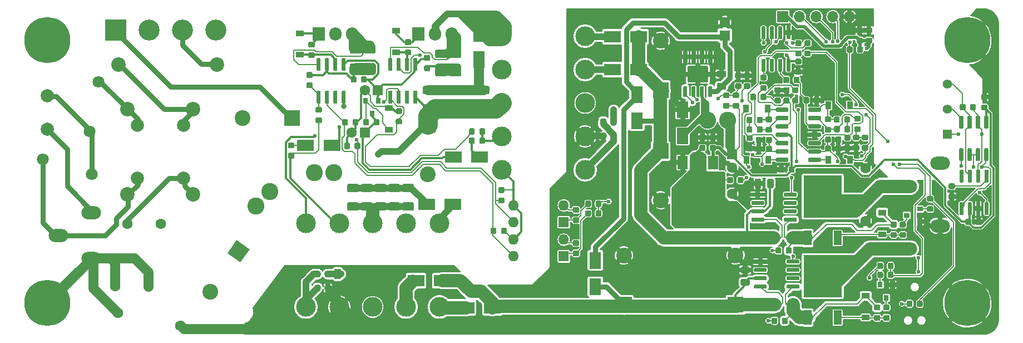
<source format=gbr>
G04 #@! TF.GenerationSoftware,KiCad,Pcbnew,5.1.4+dfsg1-1*
G04 #@! TF.CreationDate,2020-03-15T01:21:55+01:00*
G04 #@! TF.ProjectId,led-multiott,6c65642d-6d75-46c7-9469-6f74742e6b69,rev?*
G04 #@! TF.SameCoordinates,Original*
G04 #@! TF.FileFunction,Copper,L2,Bot*
G04 #@! TF.FilePolarity,Positive*
%FSLAX46Y46*%
G04 Gerber Fmt 4.6, Leading zero omitted, Abs format (unit mm)*
G04 Created by KiCad (PCBNEW 5.1.4+dfsg1-1) date 2020-03-15 01:21:55*
%MOMM*%
%LPD*%
G04 APERTURE LIST*
%ADD10C,0.100000*%
%ADD11C,0.875000*%
%ADD12O,1.700000X1.700000*%
%ADD13R,1.700000X1.700000*%
%ADD14C,0.600000*%
%ADD15C,1.600000*%
%ADD16C,0.975000*%
%ADD17C,1.400000*%
%ADD18R,1.400000X1.400000*%
%ADD19R,5.800000X6.400000*%
%ADD20R,1.200000X2.200000*%
%ADD21C,2.400000*%
%ADD22R,2.500000X1.800000*%
%ADD23C,0.800000*%
%ADD24C,7.000000*%
%ADD25R,1.600000X1.600000*%
%ADD26O,1.905000X2.000000*%
%ADD27R,1.905000X2.000000*%
%ADD28R,0.800000X0.900000*%
%ADD29O,3.000000X2.000000*%
%ADD30R,1.500000X2.000000*%
%ADD31R,3.800000X2.000000*%
%ADD32C,2.514000*%
%ADD33C,1.250000*%
%ADD34R,0.900000X0.800000*%
%ADD35C,2.600000*%
%ADD36R,0.900000X1.200000*%
%ADD37R,1.800000X2.500000*%
%ADD38R,1.200000X0.900000*%
%ADD39C,2.200000*%
%ADD40O,1.600000X1.600000*%
%ADD41C,2.000000*%
%ADD42C,1.800000*%
%ADD43C,3.000000*%
%ADD44R,2.400000X2.400000*%
%ADD45R,3.200000X3.200000*%
%ADD46C,3.200000*%
%ADD47C,0.500000*%
%ADD48C,0.200000*%
%ADD49C,0.800000*%
%ADD50C,0.300000*%
%ADD51C,1.000000*%
%ADD52C,2.000000*%
%ADD53C,1.500000*%
%ADD54C,3.000000*%
%ADD55C,0.150000*%
G04 APERTURE END LIST*
D10*
G36*
X236452691Y-94626053D02*
G01*
X236473926Y-94629203D01*
X236494750Y-94634419D01*
X236514962Y-94641651D01*
X236534368Y-94650830D01*
X236552781Y-94661866D01*
X236570024Y-94674654D01*
X236585930Y-94689070D01*
X236600346Y-94704976D01*
X236613134Y-94722219D01*
X236624170Y-94740632D01*
X236633349Y-94760038D01*
X236640581Y-94780250D01*
X236645797Y-94801074D01*
X236648947Y-94822309D01*
X236650000Y-94843750D01*
X236650000Y-95356250D01*
X236648947Y-95377691D01*
X236645797Y-95398926D01*
X236640581Y-95419750D01*
X236633349Y-95439962D01*
X236624170Y-95459368D01*
X236613134Y-95477781D01*
X236600346Y-95495024D01*
X236585930Y-95510930D01*
X236570024Y-95525346D01*
X236552781Y-95538134D01*
X236534368Y-95549170D01*
X236514962Y-95558349D01*
X236494750Y-95565581D01*
X236473926Y-95570797D01*
X236452691Y-95573947D01*
X236431250Y-95575000D01*
X235993750Y-95575000D01*
X235972309Y-95573947D01*
X235951074Y-95570797D01*
X235930250Y-95565581D01*
X235910038Y-95558349D01*
X235890632Y-95549170D01*
X235872219Y-95538134D01*
X235854976Y-95525346D01*
X235839070Y-95510930D01*
X235824654Y-95495024D01*
X235811866Y-95477781D01*
X235800830Y-95459368D01*
X235791651Y-95439962D01*
X235784419Y-95419750D01*
X235779203Y-95398926D01*
X235776053Y-95377691D01*
X235775000Y-95356250D01*
X235775000Y-94843750D01*
X235776053Y-94822309D01*
X235779203Y-94801074D01*
X235784419Y-94780250D01*
X235791651Y-94760038D01*
X235800830Y-94740632D01*
X235811866Y-94722219D01*
X235824654Y-94704976D01*
X235839070Y-94689070D01*
X235854976Y-94674654D01*
X235872219Y-94661866D01*
X235890632Y-94650830D01*
X235910038Y-94641651D01*
X235930250Y-94634419D01*
X235951074Y-94629203D01*
X235972309Y-94626053D01*
X235993750Y-94625000D01*
X236431250Y-94625000D01*
X236452691Y-94626053D01*
X236452691Y-94626053D01*
G37*
D11*
X236212500Y-95100000D03*
D10*
G36*
X238027691Y-94626053D02*
G01*
X238048926Y-94629203D01*
X238069750Y-94634419D01*
X238089962Y-94641651D01*
X238109368Y-94650830D01*
X238127781Y-94661866D01*
X238145024Y-94674654D01*
X238160930Y-94689070D01*
X238175346Y-94704976D01*
X238188134Y-94722219D01*
X238199170Y-94740632D01*
X238208349Y-94760038D01*
X238215581Y-94780250D01*
X238220797Y-94801074D01*
X238223947Y-94822309D01*
X238225000Y-94843750D01*
X238225000Y-95356250D01*
X238223947Y-95377691D01*
X238220797Y-95398926D01*
X238215581Y-95419750D01*
X238208349Y-95439962D01*
X238199170Y-95459368D01*
X238188134Y-95477781D01*
X238175346Y-95495024D01*
X238160930Y-95510930D01*
X238145024Y-95525346D01*
X238127781Y-95538134D01*
X238109368Y-95549170D01*
X238089962Y-95558349D01*
X238069750Y-95565581D01*
X238048926Y-95570797D01*
X238027691Y-95573947D01*
X238006250Y-95575000D01*
X237568750Y-95575000D01*
X237547309Y-95573947D01*
X237526074Y-95570797D01*
X237505250Y-95565581D01*
X237485038Y-95558349D01*
X237465632Y-95549170D01*
X237447219Y-95538134D01*
X237429976Y-95525346D01*
X237414070Y-95510930D01*
X237399654Y-95495024D01*
X237386866Y-95477781D01*
X237375830Y-95459368D01*
X237366651Y-95439962D01*
X237359419Y-95419750D01*
X237354203Y-95398926D01*
X237351053Y-95377691D01*
X237350000Y-95356250D01*
X237350000Y-94843750D01*
X237351053Y-94822309D01*
X237354203Y-94801074D01*
X237359419Y-94780250D01*
X237366651Y-94760038D01*
X237375830Y-94740632D01*
X237386866Y-94722219D01*
X237399654Y-94704976D01*
X237414070Y-94689070D01*
X237429976Y-94674654D01*
X237447219Y-94661866D01*
X237465632Y-94650830D01*
X237485038Y-94641651D01*
X237505250Y-94634419D01*
X237526074Y-94629203D01*
X237547309Y-94626053D01*
X237568750Y-94625000D01*
X238006250Y-94625000D01*
X238027691Y-94626053D01*
X238027691Y-94626053D01*
G37*
D11*
X237787500Y-95100000D03*
D10*
G36*
X232002691Y-88876053D02*
G01*
X232023926Y-88879203D01*
X232044750Y-88884419D01*
X232064962Y-88891651D01*
X232084368Y-88900830D01*
X232102781Y-88911866D01*
X232120024Y-88924654D01*
X232135930Y-88939070D01*
X232150346Y-88954976D01*
X232163134Y-88972219D01*
X232174170Y-88990632D01*
X232183349Y-89010038D01*
X232190581Y-89030250D01*
X232195797Y-89051074D01*
X232198947Y-89072309D01*
X232200000Y-89093750D01*
X232200000Y-89606250D01*
X232198947Y-89627691D01*
X232195797Y-89648926D01*
X232190581Y-89669750D01*
X232183349Y-89689962D01*
X232174170Y-89709368D01*
X232163134Y-89727781D01*
X232150346Y-89745024D01*
X232135930Y-89760930D01*
X232120024Y-89775346D01*
X232102781Y-89788134D01*
X232084368Y-89799170D01*
X232064962Y-89808349D01*
X232044750Y-89815581D01*
X232023926Y-89820797D01*
X232002691Y-89823947D01*
X231981250Y-89825000D01*
X231543750Y-89825000D01*
X231522309Y-89823947D01*
X231501074Y-89820797D01*
X231480250Y-89815581D01*
X231460038Y-89808349D01*
X231440632Y-89799170D01*
X231422219Y-89788134D01*
X231404976Y-89775346D01*
X231389070Y-89760930D01*
X231374654Y-89745024D01*
X231361866Y-89727781D01*
X231350830Y-89709368D01*
X231341651Y-89689962D01*
X231334419Y-89669750D01*
X231329203Y-89648926D01*
X231326053Y-89627691D01*
X231325000Y-89606250D01*
X231325000Y-89093750D01*
X231326053Y-89072309D01*
X231329203Y-89051074D01*
X231334419Y-89030250D01*
X231341651Y-89010038D01*
X231350830Y-88990632D01*
X231361866Y-88972219D01*
X231374654Y-88954976D01*
X231389070Y-88939070D01*
X231404976Y-88924654D01*
X231422219Y-88911866D01*
X231440632Y-88900830D01*
X231460038Y-88891651D01*
X231480250Y-88884419D01*
X231501074Y-88879203D01*
X231522309Y-88876053D01*
X231543750Y-88875000D01*
X231981250Y-88875000D01*
X232002691Y-88876053D01*
X232002691Y-88876053D01*
G37*
D11*
X231762500Y-89350000D03*
D10*
G36*
X233577691Y-88876053D02*
G01*
X233598926Y-88879203D01*
X233619750Y-88884419D01*
X233639962Y-88891651D01*
X233659368Y-88900830D01*
X233677781Y-88911866D01*
X233695024Y-88924654D01*
X233710930Y-88939070D01*
X233725346Y-88954976D01*
X233738134Y-88972219D01*
X233749170Y-88990632D01*
X233758349Y-89010038D01*
X233765581Y-89030250D01*
X233770797Y-89051074D01*
X233773947Y-89072309D01*
X233775000Y-89093750D01*
X233775000Y-89606250D01*
X233773947Y-89627691D01*
X233770797Y-89648926D01*
X233765581Y-89669750D01*
X233758349Y-89689962D01*
X233749170Y-89709368D01*
X233738134Y-89727781D01*
X233725346Y-89745024D01*
X233710930Y-89760930D01*
X233695024Y-89775346D01*
X233677781Y-89788134D01*
X233659368Y-89799170D01*
X233639962Y-89808349D01*
X233619750Y-89815581D01*
X233598926Y-89820797D01*
X233577691Y-89823947D01*
X233556250Y-89825000D01*
X233118750Y-89825000D01*
X233097309Y-89823947D01*
X233076074Y-89820797D01*
X233055250Y-89815581D01*
X233035038Y-89808349D01*
X233015632Y-89799170D01*
X232997219Y-89788134D01*
X232979976Y-89775346D01*
X232964070Y-89760930D01*
X232949654Y-89745024D01*
X232936866Y-89727781D01*
X232925830Y-89709368D01*
X232916651Y-89689962D01*
X232909419Y-89669750D01*
X232904203Y-89648926D01*
X232901053Y-89627691D01*
X232900000Y-89606250D01*
X232900000Y-89093750D01*
X232901053Y-89072309D01*
X232904203Y-89051074D01*
X232909419Y-89030250D01*
X232916651Y-89010038D01*
X232925830Y-88990632D01*
X232936866Y-88972219D01*
X232949654Y-88954976D01*
X232964070Y-88939070D01*
X232979976Y-88924654D01*
X232997219Y-88911866D01*
X233015632Y-88900830D01*
X233035038Y-88891651D01*
X233055250Y-88884419D01*
X233076074Y-88879203D01*
X233097309Y-88876053D01*
X233118750Y-88875000D01*
X233556250Y-88875000D01*
X233577691Y-88876053D01*
X233577691Y-88876053D01*
G37*
D11*
X233337500Y-89350000D03*
D12*
X227085000Y-51450000D03*
X224545000Y-51450000D03*
X222005000Y-51450000D03*
X219465000Y-51450000D03*
D13*
X216925000Y-51450000D03*
D10*
G36*
X228927691Y-53076053D02*
G01*
X228948926Y-53079203D01*
X228969750Y-53084419D01*
X228989962Y-53091651D01*
X229009368Y-53100830D01*
X229027781Y-53111866D01*
X229045024Y-53124654D01*
X229060930Y-53139070D01*
X229075346Y-53154976D01*
X229088134Y-53172219D01*
X229099170Y-53190632D01*
X229108349Y-53210038D01*
X229115581Y-53230250D01*
X229120797Y-53251074D01*
X229123947Y-53272309D01*
X229125000Y-53293750D01*
X229125000Y-53731250D01*
X229123947Y-53752691D01*
X229120797Y-53773926D01*
X229115581Y-53794750D01*
X229108349Y-53814962D01*
X229099170Y-53834368D01*
X229088134Y-53852781D01*
X229075346Y-53870024D01*
X229060930Y-53885930D01*
X229045024Y-53900346D01*
X229027781Y-53913134D01*
X229009368Y-53924170D01*
X228989962Y-53933349D01*
X228969750Y-53940581D01*
X228948926Y-53945797D01*
X228927691Y-53948947D01*
X228906250Y-53950000D01*
X228393750Y-53950000D01*
X228372309Y-53948947D01*
X228351074Y-53945797D01*
X228330250Y-53940581D01*
X228310038Y-53933349D01*
X228290632Y-53924170D01*
X228272219Y-53913134D01*
X228254976Y-53900346D01*
X228239070Y-53885930D01*
X228224654Y-53870024D01*
X228211866Y-53852781D01*
X228200830Y-53834368D01*
X228191651Y-53814962D01*
X228184419Y-53794750D01*
X228179203Y-53773926D01*
X228176053Y-53752691D01*
X228175000Y-53731250D01*
X228175000Y-53293750D01*
X228176053Y-53272309D01*
X228179203Y-53251074D01*
X228184419Y-53230250D01*
X228191651Y-53210038D01*
X228200830Y-53190632D01*
X228211866Y-53172219D01*
X228224654Y-53154976D01*
X228239070Y-53139070D01*
X228254976Y-53124654D01*
X228272219Y-53111866D01*
X228290632Y-53100830D01*
X228310038Y-53091651D01*
X228330250Y-53084419D01*
X228351074Y-53079203D01*
X228372309Y-53076053D01*
X228393750Y-53075000D01*
X228906250Y-53075000D01*
X228927691Y-53076053D01*
X228927691Y-53076053D01*
G37*
D11*
X228650000Y-53512500D03*
D10*
G36*
X228927691Y-54651053D02*
G01*
X228948926Y-54654203D01*
X228969750Y-54659419D01*
X228989962Y-54666651D01*
X229009368Y-54675830D01*
X229027781Y-54686866D01*
X229045024Y-54699654D01*
X229060930Y-54714070D01*
X229075346Y-54729976D01*
X229088134Y-54747219D01*
X229099170Y-54765632D01*
X229108349Y-54785038D01*
X229115581Y-54805250D01*
X229120797Y-54826074D01*
X229123947Y-54847309D01*
X229125000Y-54868750D01*
X229125000Y-55306250D01*
X229123947Y-55327691D01*
X229120797Y-55348926D01*
X229115581Y-55369750D01*
X229108349Y-55389962D01*
X229099170Y-55409368D01*
X229088134Y-55427781D01*
X229075346Y-55445024D01*
X229060930Y-55460930D01*
X229045024Y-55475346D01*
X229027781Y-55488134D01*
X229009368Y-55499170D01*
X228989962Y-55508349D01*
X228969750Y-55515581D01*
X228948926Y-55520797D01*
X228927691Y-55523947D01*
X228906250Y-55525000D01*
X228393750Y-55525000D01*
X228372309Y-55523947D01*
X228351074Y-55520797D01*
X228330250Y-55515581D01*
X228310038Y-55508349D01*
X228290632Y-55499170D01*
X228272219Y-55488134D01*
X228254976Y-55475346D01*
X228239070Y-55460930D01*
X228224654Y-55445024D01*
X228211866Y-55427781D01*
X228200830Y-55409368D01*
X228191651Y-55389962D01*
X228184419Y-55369750D01*
X228179203Y-55348926D01*
X228176053Y-55327691D01*
X228175000Y-55306250D01*
X228175000Y-54868750D01*
X228176053Y-54847309D01*
X228179203Y-54826074D01*
X228184419Y-54805250D01*
X228191651Y-54785038D01*
X228200830Y-54765632D01*
X228211866Y-54747219D01*
X228224654Y-54729976D01*
X228239070Y-54714070D01*
X228254976Y-54699654D01*
X228272219Y-54686866D01*
X228290632Y-54675830D01*
X228310038Y-54666651D01*
X228330250Y-54659419D01*
X228351074Y-54654203D01*
X228372309Y-54651053D01*
X228393750Y-54650000D01*
X228906250Y-54650000D01*
X228927691Y-54651053D01*
X228927691Y-54651053D01*
G37*
D11*
X228650000Y-55087500D03*
D10*
G36*
X230327691Y-53076053D02*
G01*
X230348926Y-53079203D01*
X230369750Y-53084419D01*
X230389962Y-53091651D01*
X230409368Y-53100830D01*
X230427781Y-53111866D01*
X230445024Y-53124654D01*
X230460930Y-53139070D01*
X230475346Y-53154976D01*
X230488134Y-53172219D01*
X230499170Y-53190632D01*
X230508349Y-53210038D01*
X230515581Y-53230250D01*
X230520797Y-53251074D01*
X230523947Y-53272309D01*
X230525000Y-53293750D01*
X230525000Y-53731250D01*
X230523947Y-53752691D01*
X230520797Y-53773926D01*
X230515581Y-53794750D01*
X230508349Y-53814962D01*
X230499170Y-53834368D01*
X230488134Y-53852781D01*
X230475346Y-53870024D01*
X230460930Y-53885930D01*
X230445024Y-53900346D01*
X230427781Y-53913134D01*
X230409368Y-53924170D01*
X230389962Y-53933349D01*
X230369750Y-53940581D01*
X230348926Y-53945797D01*
X230327691Y-53948947D01*
X230306250Y-53950000D01*
X229793750Y-53950000D01*
X229772309Y-53948947D01*
X229751074Y-53945797D01*
X229730250Y-53940581D01*
X229710038Y-53933349D01*
X229690632Y-53924170D01*
X229672219Y-53913134D01*
X229654976Y-53900346D01*
X229639070Y-53885930D01*
X229624654Y-53870024D01*
X229611866Y-53852781D01*
X229600830Y-53834368D01*
X229591651Y-53814962D01*
X229584419Y-53794750D01*
X229579203Y-53773926D01*
X229576053Y-53752691D01*
X229575000Y-53731250D01*
X229575000Y-53293750D01*
X229576053Y-53272309D01*
X229579203Y-53251074D01*
X229584419Y-53230250D01*
X229591651Y-53210038D01*
X229600830Y-53190632D01*
X229611866Y-53172219D01*
X229624654Y-53154976D01*
X229639070Y-53139070D01*
X229654976Y-53124654D01*
X229672219Y-53111866D01*
X229690632Y-53100830D01*
X229710038Y-53091651D01*
X229730250Y-53084419D01*
X229751074Y-53079203D01*
X229772309Y-53076053D01*
X229793750Y-53075000D01*
X230306250Y-53075000D01*
X230327691Y-53076053D01*
X230327691Y-53076053D01*
G37*
D11*
X230050000Y-53512500D03*
D10*
G36*
X230327691Y-54651053D02*
G01*
X230348926Y-54654203D01*
X230369750Y-54659419D01*
X230389962Y-54666651D01*
X230409368Y-54675830D01*
X230427781Y-54686866D01*
X230445024Y-54699654D01*
X230460930Y-54714070D01*
X230475346Y-54729976D01*
X230488134Y-54747219D01*
X230499170Y-54765632D01*
X230508349Y-54785038D01*
X230515581Y-54805250D01*
X230520797Y-54826074D01*
X230523947Y-54847309D01*
X230525000Y-54868750D01*
X230525000Y-55306250D01*
X230523947Y-55327691D01*
X230520797Y-55348926D01*
X230515581Y-55369750D01*
X230508349Y-55389962D01*
X230499170Y-55409368D01*
X230488134Y-55427781D01*
X230475346Y-55445024D01*
X230460930Y-55460930D01*
X230445024Y-55475346D01*
X230427781Y-55488134D01*
X230409368Y-55499170D01*
X230389962Y-55508349D01*
X230369750Y-55515581D01*
X230348926Y-55520797D01*
X230327691Y-55523947D01*
X230306250Y-55525000D01*
X229793750Y-55525000D01*
X229772309Y-55523947D01*
X229751074Y-55520797D01*
X229730250Y-55515581D01*
X229710038Y-55508349D01*
X229690632Y-55499170D01*
X229672219Y-55488134D01*
X229654976Y-55475346D01*
X229639070Y-55460930D01*
X229624654Y-55445024D01*
X229611866Y-55427781D01*
X229600830Y-55409368D01*
X229591651Y-55389962D01*
X229584419Y-55369750D01*
X229579203Y-55348926D01*
X229576053Y-55327691D01*
X229575000Y-55306250D01*
X229575000Y-54868750D01*
X229576053Y-54847309D01*
X229579203Y-54826074D01*
X229584419Y-54805250D01*
X229591651Y-54785038D01*
X229600830Y-54765632D01*
X229611866Y-54747219D01*
X229624654Y-54729976D01*
X229639070Y-54714070D01*
X229654976Y-54699654D01*
X229672219Y-54686866D01*
X229690632Y-54675830D01*
X229710038Y-54666651D01*
X229730250Y-54659419D01*
X229751074Y-54654203D01*
X229772309Y-54651053D01*
X229793750Y-54650000D01*
X230306250Y-54650000D01*
X230327691Y-54651053D01*
X230327691Y-54651053D01*
G37*
D11*
X230050000Y-55087500D03*
D10*
G36*
X219577691Y-59401053D02*
G01*
X219598926Y-59404203D01*
X219619750Y-59409419D01*
X219639962Y-59416651D01*
X219659368Y-59425830D01*
X219677781Y-59436866D01*
X219695024Y-59449654D01*
X219710930Y-59464070D01*
X219725346Y-59479976D01*
X219738134Y-59497219D01*
X219749170Y-59515632D01*
X219758349Y-59535038D01*
X219765581Y-59555250D01*
X219770797Y-59576074D01*
X219773947Y-59597309D01*
X219775000Y-59618750D01*
X219775000Y-60056250D01*
X219773947Y-60077691D01*
X219770797Y-60098926D01*
X219765581Y-60119750D01*
X219758349Y-60139962D01*
X219749170Y-60159368D01*
X219738134Y-60177781D01*
X219725346Y-60195024D01*
X219710930Y-60210930D01*
X219695024Y-60225346D01*
X219677781Y-60238134D01*
X219659368Y-60249170D01*
X219639962Y-60258349D01*
X219619750Y-60265581D01*
X219598926Y-60270797D01*
X219577691Y-60273947D01*
X219556250Y-60275000D01*
X219043750Y-60275000D01*
X219022309Y-60273947D01*
X219001074Y-60270797D01*
X218980250Y-60265581D01*
X218960038Y-60258349D01*
X218940632Y-60249170D01*
X218922219Y-60238134D01*
X218904976Y-60225346D01*
X218889070Y-60210930D01*
X218874654Y-60195024D01*
X218861866Y-60177781D01*
X218850830Y-60159368D01*
X218841651Y-60139962D01*
X218834419Y-60119750D01*
X218829203Y-60098926D01*
X218826053Y-60077691D01*
X218825000Y-60056250D01*
X218825000Y-59618750D01*
X218826053Y-59597309D01*
X218829203Y-59576074D01*
X218834419Y-59555250D01*
X218841651Y-59535038D01*
X218850830Y-59515632D01*
X218861866Y-59497219D01*
X218874654Y-59479976D01*
X218889070Y-59464070D01*
X218904976Y-59449654D01*
X218922219Y-59436866D01*
X218940632Y-59425830D01*
X218960038Y-59416651D01*
X218980250Y-59409419D01*
X219001074Y-59404203D01*
X219022309Y-59401053D01*
X219043750Y-59400000D01*
X219556250Y-59400000D01*
X219577691Y-59401053D01*
X219577691Y-59401053D01*
G37*
D11*
X219300000Y-59837500D03*
D10*
G36*
X219577691Y-57826053D02*
G01*
X219598926Y-57829203D01*
X219619750Y-57834419D01*
X219639962Y-57841651D01*
X219659368Y-57850830D01*
X219677781Y-57861866D01*
X219695024Y-57874654D01*
X219710930Y-57889070D01*
X219725346Y-57904976D01*
X219738134Y-57922219D01*
X219749170Y-57940632D01*
X219758349Y-57960038D01*
X219765581Y-57980250D01*
X219770797Y-58001074D01*
X219773947Y-58022309D01*
X219775000Y-58043750D01*
X219775000Y-58481250D01*
X219773947Y-58502691D01*
X219770797Y-58523926D01*
X219765581Y-58544750D01*
X219758349Y-58564962D01*
X219749170Y-58584368D01*
X219738134Y-58602781D01*
X219725346Y-58620024D01*
X219710930Y-58635930D01*
X219695024Y-58650346D01*
X219677781Y-58663134D01*
X219659368Y-58674170D01*
X219639962Y-58683349D01*
X219619750Y-58690581D01*
X219598926Y-58695797D01*
X219577691Y-58698947D01*
X219556250Y-58700000D01*
X219043750Y-58700000D01*
X219022309Y-58698947D01*
X219001074Y-58695797D01*
X218980250Y-58690581D01*
X218960038Y-58683349D01*
X218940632Y-58674170D01*
X218922219Y-58663134D01*
X218904976Y-58650346D01*
X218889070Y-58635930D01*
X218874654Y-58620024D01*
X218861866Y-58602781D01*
X218850830Y-58584368D01*
X218841651Y-58564962D01*
X218834419Y-58544750D01*
X218829203Y-58523926D01*
X218826053Y-58502691D01*
X218825000Y-58481250D01*
X218825000Y-58043750D01*
X218826053Y-58022309D01*
X218829203Y-58001074D01*
X218834419Y-57980250D01*
X218841651Y-57960038D01*
X218850830Y-57940632D01*
X218861866Y-57922219D01*
X218874654Y-57904976D01*
X218889070Y-57889070D01*
X218904976Y-57874654D01*
X218922219Y-57861866D01*
X218940632Y-57850830D01*
X218960038Y-57841651D01*
X218980250Y-57834419D01*
X219001074Y-57829203D01*
X219022309Y-57826053D01*
X219043750Y-57825000D01*
X219556250Y-57825000D01*
X219577691Y-57826053D01*
X219577691Y-57826053D01*
G37*
D11*
X219300000Y-58262500D03*
D10*
G36*
X219577691Y-55026053D02*
G01*
X219598926Y-55029203D01*
X219619750Y-55034419D01*
X219639962Y-55041651D01*
X219659368Y-55050830D01*
X219677781Y-55061866D01*
X219695024Y-55074654D01*
X219710930Y-55089070D01*
X219725346Y-55104976D01*
X219738134Y-55122219D01*
X219749170Y-55140632D01*
X219758349Y-55160038D01*
X219765581Y-55180250D01*
X219770797Y-55201074D01*
X219773947Y-55222309D01*
X219775000Y-55243750D01*
X219775000Y-55681250D01*
X219773947Y-55702691D01*
X219770797Y-55723926D01*
X219765581Y-55744750D01*
X219758349Y-55764962D01*
X219749170Y-55784368D01*
X219738134Y-55802781D01*
X219725346Y-55820024D01*
X219710930Y-55835930D01*
X219695024Y-55850346D01*
X219677781Y-55863134D01*
X219659368Y-55874170D01*
X219639962Y-55883349D01*
X219619750Y-55890581D01*
X219598926Y-55895797D01*
X219577691Y-55898947D01*
X219556250Y-55900000D01*
X219043750Y-55900000D01*
X219022309Y-55898947D01*
X219001074Y-55895797D01*
X218980250Y-55890581D01*
X218960038Y-55883349D01*
X218940632Y-55874170D01*
X218922219Y-55863134D01*
X218904976Y-55850346D01*
X218889070Y-55835930D01*
X218874654Y-55820024D01*
X218861866Y-55802781D01*
X218850830Y-55784368D01*
X218841651Y-55764962D01*
X218834419Y-55744750D01*
X218829203Y-55723926D01*
X218826053Y-55702691D01*
X218825000Y-55681250D01*
X218825000Y-55243750D01*
X218826053Y-55222309D01*
X218829203Y-55201074D01*
X218834419Y-55180250D01*
X218841651Y-55160038D01*
X218850830Y-55140632D01*
X218861866Y-55122219D01*
X218874654Y-55104976D01*
X218889070Y-55089070D01*
X218904976Y-55074654D01*
X218922219Y-55061866D01*
X218940632Y-55050830D01*
X218960038Y-55041651D01*
X218980250Y-55034419D01*
X219001074Y-55029203D01*
X219022309Y-55026053D01*
X219043750Y-55025000D01*
X219556250Y-55025000D01*
X219577691Y-55026053D01*
X219577691Y-55026053D01*
G37*
D11*
X219300000Y-55462500D03*
D10*
G36*
X219577691Y-56601053D02*
G01*
X219598926Y-56604203D01*
X219619750Y-56609419D01*
X219639962Y-56616651D01*
X219659368Y-56625830D01*
X219677781Y-56636866D01*
X219695024Y-56649654D01*
X219710930Y-56664070D01*
X219725346Y-56679976D01*
X219738134Y-56697219D01*
X219749170Y-56715632D01*
X219758349Y-56735038D01*
X219765581Y-56755250D01*
X219770797Y-56776074D01*
X219773947Y-56797309D01*
X219775000Y-56818750D01*
X219775000Y-57256250D01*
X219773947Y-57277691D01*
X219770797Y-57298926D01*
X219765581Y-57319750D01*
X219758349Y-57339962D01*
X219749170Y-57359368D01*
X219738134Y-57377781D01*
X219725346Y-57395024D01*
X219710930Y-57410930D01*
X219695024Y-57425346D01*
X219677781Y-57438134D01*
X219659368Y-57449170D01*
X219639962Y-57458349D01*
X219619750Y-57465581D01*
X219598926Y-57470797D01*
X219577691Y-57473947D01*
X219556250Y-57475000D01*
X219043750Y-57475000D01*
X219022309Y-57473947D01*
X219001074Y-57470797D01*
X218980250Y-57465581D01*
X218960038Y-57458349D01*
X218940632Y-57449170D01*
X218922219Y-57438134D01*
X218904976Y-57425346D01*
X218889070Y-57410930D01*
X218874654Y-57395024D01*
X218861866Y-57377781D01*
X218850830Y-57359368D01*
X218841651Y-57339962D01*
X218834419Y-57319750D01*
X218829203Y-57298926D01*
X218826053Y-57277691D01*
X218825000Y-57256250D01*
X218825000Y-56818750D01*
X218826053Y-56797309D01*
X218829203Y-56776074D01*
X218834419Y-56755250D01*
X218841651Y-56735038D01*
X218850830Y-56715632D01*
X218861866Y-56697219D01*
X218874654Y-56679976D01*
X218889070Y-56664070D01*
X218904976Y-56649654D01*
X218922219Y-56636866D01*
X218940632Y-56625830D01*
X218960038Y-56616651D01*
X218980250Y-56609419D01*
X219001074Y-56604203D01*
X219022309Y-56601053D01*
X219043750Y-56600000D01*
X219556250Y-56600000D01*
X219577691Y-56601053D01*
X219577691Y-56601053D01*
G37*
D11*
X219300000Y-57037500D03*
D10*
G36*
X214159703Y-57850722D02*
G01*
X214174264Y-57852882D01*
X214188543Y-57856459D01*
X214202403Y-57861418D01*
X214215710Y-57867712D01*
X214228336Y-57875280D01*
X214240159Y-57884048D01*
X214251066Y-57893934D01*
X214260952Y-57904841D01*
X214269720Y-57916664D01*
X214277288Y-57929290D01*
X214283582Y-57942597D01*
X214288541Y-57956457D01*
X214292118Y-57970736D01*
X214294278Y-57985297D01*
X214295000Y-58000000D01*
X214295000Y-59650000D01*
X214294278Y-59664703D01*
X214292118Y-59679264D01*
X214288541Y-59693543D01*
X214283582Y-59707403D01*
X214277288Y-59720710D01*
X214269720Y-59733336D01*
X214260952Y-59745159D01*
X214251066Y-59756066D01*
X214240159Y-59765952D01*
X214228336Y-59774720D01*
X214215710Y-59782288D01*
X214202403Y-59788582D01*
X214188543Y-59793541D01*
X214174264Y-59797118D01*
X214159703Y-59799278D01*
X214145000Y-59800000D01*
X213845000Y-59800000D01*
X213830297Y-59799278D01*
X213815736Y-59797118D01*
X213801457Y-59793541D01*
X213787597Y-59788582D01*
X213774290Y-59782288D01*
X213761664Y-59774720D01*
X213749841Y-59765952D01*
X213738934Y-59756066D01*
X213729048Y-59745159D01*
X213720280Y-59733336D01*
X213712712Y-59720710D01*
X213706418Y-59707403D01*
X213701459Y-59693543D01*
X213697882Y-59679264D01*
X213695722Y-59664703D01*
X213695000Y-59650000D01*
X213695000Y-58000000D01*
X213695722Y-57985297D01*
X213697882Y-57970736D01*
X213701459Y-57956457D01*
X213706418Y-57942597D01*
X213712712Y-57929290D01*
X213720280Y-57916664D01*
X213729048Y-57904841D01*
X213738934Y-57893934D01*
X213749841Y-57884048D01*
X213761664Y-57875280D01*
X213774290Y-57867712D01*
X213787597Y-57861418D01*
X213801457Y-57856459D01*
X213815736Y-57852882D01*
X213830297Y-57850722D01*
X213845000Y-57850000D01*
X214145000Y-57850000D01*
X214159703Y-57850722D01*
X214159703Y-57850722D01*
G37*
D14*
X213995000Y-58825000D03*
D10*
G36*
X215429703Y-57850722D02*
G01*
X215444264Y-57852882D01*
X215458543Y-57856459D01*
X215472403Y-57861418D01*
X215485710Y-57867712D01*
X215498336Y-57875280D01*
X215510159Y-57884048D01*
X215521066Y-57893934D01*
X215530952Y-57904841D01*
X215539720Y-57916664D01*
X215547288Y-57929290D01*
X215553582Y-57942597D01*
X215558541Y-57956457D01*
X215562118Y-57970736D01*
X215564278Y-57985297D01*
X215565000Y-58000000D01*
X215565000Y-59650000D01*
X215564278Y-59664703D01*
X215562118Y-59679264D01*
X215558541Y-59693543D01*
X215553582Y-59707403D01*
X215547288Y-59720710D01*
X215539720Y-59733336D01*
X215530952Y-59745159D01*
X215521066Y-59756066D01*
X215510159Y-59765952D01*
X215498336Y-59774720D01*
X215485710Y-59782288D01*
X215472403Y-59788582D01*
X215458543Y-59793541D01*
X215444264Y-59797118D01*
X215429703Y-59799278D01*
X215415000Y-59800000D01*
X215115000Y-59800000D01*
X215100297Y-59799278D01*
X215085736Y-59797118D01*
X215071457Y-59793541D01*
X215057597Y-59788582D01*
X215044290Y-59782288D01*
X215031664Y-59774720D01*
X215019841Y-59765952D01*
X215008934Y-59756066D01*
X214999048Y-59745159D01*
X214990280Y-59733336D01*
X214982712Y-59720710D01*
X214976418Y-59707403D01*
X214971459Y-59693543D01*
X214967882Y-59679264D01*
X214965722Y-59664703D01*
X214965000Y-59650000D01*
X214965000Y-58000000D01*
X214965722Y-57985297D01*
X214967882Y-57970736D01*
X214971459Y-57956457D01*
X214976418Y-57942597D01*
X214982712Y-57929290D01*
X214990280Y-57916664D01*
X214999048Y-57904841D01*
X215008934Y-57893934D01*
X215019841Y-57884048D01*
X215031664Y-57875280D01*
X215044290Y-57867712D01*
X215057597Y-57861418D01*
X215071457Y-57856459D01*
X215085736Y-57852882D01*
X215100297Y-57850722D01*
X215115000Y-57850000D01*
X215415000Y-57850000D01*
X215429703Y-57850722D01*
X215429703Y-57850722D01*
G37*
D14*
X215265000Y-58825000D03*
D10*
G36*
X216699703Y-57850722D02*
G01*
X216714264Y-57852882D01*
X216728543Y-57856459D01*
X216742403Y-57861418D01*
X216755710Y-57867712D01*
X216768336Y-57875280D01*
X216780159Y-57884048D01*
X216791066Y-57893934D01*
X216800952Y-57904841D01*
X216809720Y-57916664D01*
X216817288Y-57929290D01*
X216823582Y-57942597D01*
X216828541Y-57956457D01*
X216832118Y-57970736D01*
X216834278Y-57985297D01*
X216835000Y-58000000D01*
X216835000Y-59650000D01*
X216834278Y-59664703D01*
X216832118Y-59679264D01*
X216828541Y-59693543D01*
X216823582Y-59707403D01*
X216817288Y-59720710D01*
X216809720Y-59733336D01*
X216800952Y-59745159D01*
X216791066Y-59756066D01*
X216780159Y-59765952D01*
X216768336Y-59774720D01*
X216755710Y-59782288D01*
X216742403Y-59788582D01*
X216728543Y-59793541D01*
X216714264Y-59797118D01*
X216699703Y-59799278D01*
X216685000Y-59800000D01*
X216385000Y-59800000D01*
X216370297Y-59799278D01*
X216355736Y-59797118D01*
X216341457Y-59793541D01*
X216327597Y-59788582D01*
X216314290Y-59782288D01*
X216301664Y-59774720D01*
X216289841Y-59765952D01*
X216278934Y-59756066D01*
X216269048Y-59745159D01*
X216260280Y-59733336D01*
X216252712Y-59720710D01*
X216246418Y-59707403D01*
X216241459Y-59693543D01*
X216237882Y-59679264D01*
X216235722Y-59664703D01*
X216235000Y-59650000D01*
X216235000Y-58000000D01*
X216235722Y-57985297D01*
X216237882Y-57970736D01*
X216241459Y-57956457D01*
X216246418Y-57942597D01*
X216252712Y-57929290D01*
X216260280Y-57916664D01*
X216269048Y-57904841D01*
X216278934Y-57893934D01*
X216289841Y-57884048D01*
X216301664Y-57875280D01*
X216314290Y-57867712D01*
X216327597Y-57861418D01*
X216341457Y-57856459D01*
X216355736Y-57852882D01*
X216370297Y-57850722D01*
X216385000Y-57850000D01*
X216685000Y-57850000D01*
X216699703Y-57850722D01*
X216699703Y-57850722D01*
G37*
D14*
X216535000Y-58825000D03*
D10*
G36*
X217969703Y-57850722D02*
G01*
X217984264Y-57852882D01*
X217998543Y-57856459D01*
X218012403Y-57861418D01*
X218025710Y-57867712D01*
X218038336Y-57875280D01*
X218050159Y-57884048D01*
X218061066Y-57893934D01*
X218070952Y-57904841D01*
X218079720Y-57916664D01*
X218087288Y-57929290D01*
X218093582Y-57942597D01*
X218098541Y-57956457D01*
X218102118Y-57970736D01*
X218104278Y-57985297D01*
X218105000Y-58000000D01*
X218105000Y-59650000D01*
X218104278Y-59664703D01*
X218102118Y-59679264D01*
X218098541Y-59693543D01*
X218093582Y-59707403D01*
X218087288Y-59720710D01*
X218079720Y-59733336D01*
X218070952Y-59745159D01*
X218061066Y-59756066D01*
X218050159Y-59765952D01*
X218038336Y-59774720D01*
X218025710Y-59782288D01*
X218012403Y-59788582D01*
X217998543Y-59793541D01*
X217984264Y-59797118D01*
X217969703Y-59799278D01*
X217955000Y-59800000D01*
X217655000Y-59800000D01*
X217640297Y-59799278D01*
X217625736Y-59797118D01*
X217611457Y-59793541D01*
X217597597Y-59788582D01*
X217584290Y-59782288D01*
X217571664Y-59774720D01*
X217559841Y-59765952D01*
X217548934Y-59756066D01*
X217539048Y-59745159D01*
X217530280Y-59733336D01*
X217522712Y-59720710D01*
X217516418Y-59707403D01*
X217511459Y-59693543D01*
X217507882Y-59679264D01*
X217505722Y-59664703D01*
X217505000Y-59650000D01*
X217505000Y-58000000D01*
X217505722Y-57985297D01*
X217507882Y-57970736D01*
X217511459Y-57956457D01*
X217516418Y-57942597D01*
X217522712Y-57929290D01*
X217530280Y-57916664D01*
X217539048Y-57904841D01*
X217548934Y-57893934D01*
X217559841Y-57884048D01*
X217571664Y-57875280D01*
X217584290Y-57867712D01*
X217597597Y-57861418D01*
X217611457Y-57856459D01*
X217625736Y-57852882D01*
X217640297Y-57850722D01*
X217655000Y-57850000D01*
X217955000Y-57850000D01*
X217969703Y-57850722D01*
X217969703Y-57850722D01*
G37*
D14*
X217805000Y-58825000D03*
D10*
G36*
X217969703Y-52900722D02*
G01*
X217984264Y-52902882D01*
X217998543Y-52906459D01*
X218012403Y-52911418D01*
X218025710Y-52917712D01*
X218038336Y-52925280D01*
X218050159Y-52934048D01*
X218061066Y-52943934D01*
X218070952Y-52954841D01*
X218079720Y-52966664D01*
X218087288Y-52979290D01*
X218093582Y-52992597D01*
X218098541Y-53006457D01*
X218102118Y-53020736D01*
X218104278Y-53035297D01*
X218105000Y-53050000D01*
X218105000Y-54700000D01*
X218104278Y-54714703D01*
X218102118Y-54729264D01*
X218098541Y-54743543D01*
X218093582Y-54757403D01*
X218087288Y-54770710D01*
X218079720Y-54783336D01*
X218070952Y-54795159D01*
X218061066Y-54806066D01*
X218050159Y-54815952D01*
X218038336Y-54824720D01*
X218025710Y-54832288D01*
X218012403Y-54838582D01*
X217998543Y-54843541D01*
X217984264Y-54847118D01*
X217969703Y-54849278D01*
X217955000Y-54850000D01*
X217655000Y-54850000D01*
X217640297Y-54849278D01*
X217625736Y-54847118D01*
X217611457Y-54843541D01*
X217597597Y-54838582D01*
X217584290Y-54832288D01*
X217571664Y-54824720D01*
X217559841Y-54815952D01*
X217548934Y-54806066D01*
X217539048Y-54795159D01*
X217530280Y-54783336D01*
X217522712Y-54770710D01*
X217516418Y-54757403D01*
X217511459Y-54743543D01*
X217507882Y-54729264D01*
X217505722Y-54714703D01*
X217505000Y-54700000D01*
X217505000Y-53050000D01*
X217505722Y-53035297D01*
X217507882Y-53020736D01*
X217511459Y-53006457D01*
X217516418Y-52992597D01*
X217522712Y-52979290D01*
X217530280Y-52966664D01*
X217539048Y-52954841D01*
X217548934Y-52943934D01*
X217559841Y-52934048D01*
X217571664Y-52925280D01*
X217584290Y-52917712D01*
X217597597Y-52911418D01*
X217611457Y-52906459D01*
X217625736Y-52902882D01*
X217640297Y-52900722D01*
X217655000Y-52900000D01*
X217955000Y-52900000D01*
X217969703Y-52900722D01*
X217969703Y-52900722D01*
G37*
D14*
X217805000Y-53875000D03*
D10*
G36*
X216699703Y-52900722D02*
G01*
X216714264Y-52902882D01*
X216728543Y-52906459D01*
X216742403Y-52911418D01*
X216755710Y-52917712D01*
X216768336Y-52925280D01*
X216780159Y-52934048D01*
X216791066Y-52943934D01*
X216800952Y-52954841D01*
X216809720Y-52966664D01*
X216817288Y-52979290D01*
X216823582Y-52992597D01*
X216828541Y-53006457D01*
X216832118Y-53020736D01*
X216834278Y-53035297D01*
X216835000Y-53050000D01*
X216835000Y-54700000D01*
X216834278Y-54714703D01*
X216832118Y-54729264D01*
X216828541Y-54743543D01*
X216823582Y-54757403D01*
X216817288Y-54770710D01*
X216809720Y-54783336D01*
X216800952Y-54795159D01*
X216791066Y-54806066D01*
X216780159Y-54815952D01*
X216768336Y-54824720D01*
X216755710Y-54832288D01*
X216742403Y-54838582D01*
X216728543Y-54843541D01*
X216714264Y-54847118D01*
X216699703Y-54849278D01*
X216685000Y-54850000D01*
X216385000Y-54850000D01*
X216370297Y-54849278D01*
X216355736Y-54847118D01*
X216341457Y-54843541D01*
X216327597Y-54838582D01*
X216314290Y-54832288D01*
X216301664Y-54824720D01*
X216289841Y-54815952D01*
X216278934Y-54806066D01*
X216269048Y-54795159D01*
X216260280Y-54783336D01*
X216252712Y-54770710D01*
X216246418Y-54757403D01*
X216241459Y-54743543D01*
X216237882Y-54729264D01*
X216235722Y-54714703D01*
X216235000Y-54700000D01*
X216235000Y-53050000D01*
X216235722Y-53035297D01*
X216237882Y-53020736D01*
X216241459Y-53006457D01*
X216246418Y-52992597D01*
X216252712Y-52979290D01*
X216260280Y-52966664D01*
X216269048Y-52954841D01*
X216278934Y-52943934D01*
X216289841Y-52934048D01*
X216301664Y-52925280D01*
X216314290Y-52917712D01*
X216327597Y-52911418D01*
X216341457Y-52906459D01*
X216355736Y-52902882D01*
X216370297Y-52900722D01*
X216385000Y-52900000D01*
X216685000Y-52900000D01*
X216699703Y-52900722D01*
X216699703Y-52900722D01*
G37*
D14*
X216535000Y-53875000D03*
D10*
G36*
X215429703Y-52900722D02*
G01*
X215444264Y-52902882D01*
X215458543Y-52906459D01*
X215472403Y-52911418D01*
X215485710Y-52917712D01*
X215498336Y-52925280D01*
X215510159Y-52934048D01*
X215521066Y-52943934D01*
X215530952Y-52954841D01*
X215539720Y-52966664D01*
X215547288Y-52979290D01*
X215553582Y-52992597D01*
X215558541Y-53006457D01*
X215562118Y-53020736D01*
X215564278Y-53035297D01*
X215565000Y-53050000D01*
X215565000Y-54700000D01*
X215564278Y-54714703D01*
X215562118Y-54729264D01*
X215558541Y-54743543D01*
X215553582Y-54757403D01*
X215547288Y-54770710D01*
X215539720Y-54783336D01*
X215530952Y-54795159D01*
X215521066Y-54806066D01*
X215510159Y-54815952D01*
X215498336Y-54824720D01*
X215485710Y-54832288D01*
X215472403Y-54838582D01*
X215458543Y-54843541D01*
X215444264Y-54847118D01*
X215429703Y-54849278D01*
X215415000Y-54850000D01*
X215115000Y-54850000D01*
X215100297Y-54849278D01*
X215085736Y-54847118D01*
X215071457Y-54843541D01*
X215057597Y-54838582D01*
X215044290Y-54832288D01*
X215031664Y-54824720D01*
X215019841Y-54815952D01*
X215008934Y-54806066D01*
X214999048Y-54795159D01*
X214990280Y-54783336D01*
X214982712Y-54770710D01*
X214976418Y-54757403D01*
X214971459Y-54743543D01*
X214967882Y-54729264D01*
X214965722Y-54714703D01*
X214965000Y-54700000D01*
X214965000Y-53050000D01*
X214965722Y-53035297D01*
X214967882Y-53020736D01*
X214971459Y-53006457D01*
X214976418Y-52992597D01*
X214982712Y-52979290D01*
X214990280Y-52966664D01*
X214999048Y-52954841D01*
X215008934Y-52943934D01*
X215019841Y-52934048D01*
X215031664Y-52925280D01*
X215044290Y-52917712D01*
X215057597Y-52911418D01*
X215071457Y-52906459D01*
X215085736Y-52902882D01*
X215100297Y-52900722D01*
X215115000Y-52900000D01*
X215415000Y-52900000D01*
X215429703Y-52900722D01*
X215429703Y-52900722D01*
G37*
D14*
X215265000Y-53875000D03*
D10*
G36*
X214159703Y-52900722D02*
G01*
X214174264Y-52902882D01*
X214188543Y-52906459D01*
X214202403Y-52911418D01*
X214215710Y-52917712D01*
X214228336Y-52925280D01*
X214240159Y-52934048D01*
X214251066Y-52943934D01*
X214260952Y-52954841D01*
X214269720Y-52966664D01*
X214277288Y-52979290D01*
X214283582Y-52992597D01*
X214288541Y-53006457D01*
X214292118Y-53020736D01*
X214294278Y-53035297D01*
X214295000Y-53050000D01*
X214295000Y-54700000D01*
X214294278Y-54714703D01*
X214292118Y-54729264D01*
X214288541Y-54743543D01*
X214283582Y-54757403D01*
X214277288Y-54770710D01*
X214269720Y-54783336D01*
X214260952Y-54795159D01*
X214251066Y-54806066D01*
X214240159Y-54815952D01*
X214228336Y-54824720D01*
X214215710Y-54832288D01*
X214202403Y-54838582D01*
X214188543Y-54843541D01*
X214174264Y-54847118D01*
X214159703Y-54849278D01*
X214145000Y-54850000D01*
X213845000Y-54850000D01*
X213830297Y-54849278D01*
X213815736Y-54847118D01*
X213801457Y-54843541D01*
X213787597Y-54838582D01*
X213774290Y-54832288D01*
X213761664Y-54824720D01*
X213749841Y-54815952D01*
X213738934Y-54806066D01*
X213729048Y-54795159D01*
X213720280Y-54783336D01*
X213712712Y-54770710D01*
X213706418Y-54757403D01*
X213701459Y-54743543D01*
X213697882Y-54729264D01*
X213695722Y-54714703D01*
X213695000Y-54700000D01*
X213695000Y-53050000D01*
X213695722Y-53035297D01*
X213697882Y-53020736D01*
X213701459Y-53006457D01*
X213706418Y-52992597D01*
X213712712Y-52979290D01*
X213720280Y-52966664D01*
X213729048Y-52954841D01*
X213738934Y-52943934D01*
X213749841Y-52934048D01*
X213761664Y-52925280D01*
X213774290Y-52917712D01*
X213787597Y-52911418D01*
X213801457Y-52906459D01*
X213815736Y-52902882D01*
X213830297Y-52900722D01*
X213845000Y-52900000D01*
X214145000Y-52900000D01*
X214159703Y-52900722D01*
X214159703Y-52900722D01*
G37*
D14*
X213995000Y-53875000D03*
D10*
G36*
X219277691Y-60576053D02*
G01*
X219298926Y-60579203D01*
X219319750Y-60584419D01*
X219339962Y-60591651D01*
X219359368Y-60600830D01*
X219377781Y-60611866D01*
X219395024Y-60624654D01*
X219410930Y-60639070D01*
X219425346Y-60654976D01*
X219438134Y-60672219D01*
X219449170Y-60690632D01*
X219458349Y-60710038D01*
X219465581Y-60730250D01*
X219470797Y-60751074D01*
X219473947Y-60772309D01*
X219475000Y-60793750D01*
X219475000Y-61306250D01*
X219473947Y-61327691D01*
X219470797Y-61348926D01*
X219465581Y-61369750D01*
X219458349Y-61389962D01*
X219449170Y-61409368D01*
X219438134Y-61427781D01*
X219425346Y-61445024D01*
X219410930Y-61460930D01*
X219395024Y-61475346D01*
X219377781Y-61488134D01*
X219359368Y-61499170D01*
X219339962Y-61508349D01*
X219319750Y-61515581D01*
X219298926Y-61520797D01*
X219277691Y-61523947D01*
X219256250Y-61525000D01*
X218818750Y-61525000D01*
X218797309Y-61523947D01*
X218776074Y-61520797D01*
X218755250Y-61515581D01*
X218735038Y-61508349D01*
X218715632Y-61499170D01*
X218697219Y-61488134D01*
X218679976Y-61475346D01*
X218664070Y-61460930D01*
X218649654Y-61445024D01*
X218636866Y-61427781D01*
X218625830Y-61409368D01*
X218616651Y-61389962D01*
X218609419Y-61369750D01*
X218604203Y-61348926D01*
X218601053Y-61327691D01*
X218600000Y-61306250D01*
X218600000Y-60793750D01*
X218601053Y-60772309D01*
X218604203Y-60751074D01*
X218609419Y-60730250D01*
X218616651Y-60710038D01*
X218625830Y-60690632D01*
X218636866Y-60672219D01*
X218649654Y-60654976D01*
X218664070Y-60639070D01*
X218679976Y-60624654D01*
X218697219Y-60611866D01*
X218715632Y-60600830D01*
X218735038Y-60591651D01*
X218755250Y-60584419D01*
X218776074Y-60579203D01*
X218797309Y-60576053D01*
X218818750Y-60575000D01*
X219256250Y-60575000D01*
X219277691Y-60576053D01*
X219277691Y-60576053D01*
G37*
D11*
X219037500Y-61050000D03*
D10*
G36*
X217702691Y-60576053D02*
G01*
X217723926Y-60579203D01*
X217744750Y-60584419D01*
X217764962Y-60591651D01*
X217784368Y-60600830D01*
X217802781Y-60611866D01*
X217820024Y-60624654D01*
X217835930Y-60639070D01*
X217850346Y-60654976D01*
X217863134Y-60672219D01*
X217874170Y-60690632D01*
X217883349Y-60710038D01*
X217890581Y-60730250D01*
X217895797Y-60751074D01*
X217898947Y-60772309D01*
X217900000Y-60793750D01*
X217900000Y-61306250D01*
X217898947Y-61327691D01*
X217895797Y-61348926D01*
X217890581Y-61369750D01*
X217883349Y-61389962D01*
X217874170Y-61409368D01*
X217863134Y-61427781D01*
X217850346Y-61445024D01*
X217835930Y-61460930D01*
X217820024Y-61475346D01*
X217802781Y-61488134D01*
X217784368Y-61499170D01*
X217764962Y-61508349D01*
X217744750Y-61515581D01*
X217723926Y-61520797D01*
X217702691Y-61523947D01*
X217681250Y-61525000D01*
X217243750Y-61525000D01*
X217222309Y-61523947D01*
X217201074Y-61520797D01*
X217180250Y-61515581D01*
X217160038Y-61508349D01*
X217140632Y-61499170D01*
X217122219Y-61488134D01*
X217104976Y-61475346D01*
X217089070Y-61460930D01*
X217074654Y-61445024D01*
X217061866Y-61427781D01*
X217050830Y-61409368D01*
X217041651Y-61389962D01*
X217034419Y-61369750D01*
X217029203Y-61348926D01*
X217026053Y-61327691D01*
X217025000Y-61306250D01*
X217025000Y-60793750D01*
X217026053Y-60772309D01*
X217029203Y-60751074D01*
X217034419Y-60730250D01*
X217041651Y-60710038D01*
X217050830Y-60690632D01*
X217061866Y-60672219D01*
X217074654Y-60654976D01*
X217089070Y-60639070D01*
X217104976Y-60624654D01*
X217122219Y-60611866D01*
X217140632Y-60600830D01*
X217160038Y-60591651D01*
X217180250Y-60584419D01*
X217201074Y-60579203D01*
X217222309Y-60576053D01*
X217243750Y-60575000D01*
X217681250Y-60575000D01*
X217702691Y-60576053D01*
X217702691Y-60576053D01*
G37*
D11*
X217462500Y-61050000D03*
D10*
G36*
X214277691Y-61851053D02*
G01*
X214298926Y-61854203D01*
X214319750Y-61859419D01*
X214339962Y-61866651D01*
X214359368Y-61875830D01*
X214377781Y-61886866D01*
X214395024Y-61899654D01*
X214410930Y-61914070D01*
X214425346Y-61929976D01*
X214438134Y-61947219D01*
X214449170Y-61965632D01*
X214458349Y-61985038D01*
X214465581Y-62005250D01*
X214470797Y-62026074D01*
X214473947Y-62047309D01*
X214475000Y-62068750D01*
X214475000Y-62506250D01*
X214473947Y-62527691D01*
X214470797Y-62548926D01*
X214465581Y-62569750D01*
X214458349Y-62589962D01*
X214449170Y-62609368D01*
X214438134Y-62627781D01*
X214425346Y-62645024D01*
X214410930Y-62660930D01*
X214395024Y-62675346D01*
X214377781Y-62688134D01*
X214359368Y-62699170D01*
X214339962Y-62708349D01*
X214319750Y-62715581D01*
X214298926Y-62720797D01*
X214277691Y-62723947D01*
X214256250Y-62725000D01*
X213743750Y-62725000D01*
X213722309Y-62723947D01*
X213701074Y-62720797D01*
X213680250Y-62715581D01*
X213660038Y-62708349D01*
X213640632Y-62699170D01*
X213622219Y-62688134D01*
X213604976Y-62675346D01*
X213589070Y-62660930D01*
X213574654Y-62645024D01*
X213561866Y-62627781D01*
X213550830Y-62609368D01*
X213541651Y-62589962D01*
X213534419Y-62569750D01*
X213529203Y-62548926D01*
X213526053Y-62527691D01*
X213525000Y-62506250D01*
X213525000Y-62068750D01*
X213526053Y-62047309D01*
X213529203Y-62026074D01*
X213534419Y-62005250D01*
X213541651Y-61985038D01*
X213550830Y-61965632D01*
X213561866Y-61947219D01*
X213574654Y-61929976D01*
X213589070Y-61914070D01*
X213604976Y-61899654D01*
X213622219Y-61886866D01*
X213640632Y-61875830D01*
X213660038Y-61866651D01*
X213680250Y-61859419D01*
X213701074Y-61854203D01*
X213722309Y-61851053D01*
X213743750Y-61850000D01*
X214256250Y-61850000D01*
X214277691Y-61851053D01*
X214277691Y-61851053D01*
G37*
D11*
X214000000Y-62287500D03*
D10*
G36*
X214277691Y-60276053D02*
G01*
X214298926Y-60279203D01*
X214319750Y-60284419D01*
X214339962Y-60291651D01*
X214359368Y-60300830D01*
X214377781Y-60311866D01*
X214395024Y-60324654D01*
X214410930Y-60339070D01*
X214425346Y-60354976D01*
X214438134Y-60372219D01*
X214449170Y-60390632D01*
X214458349Y-60410038D01*
X214465581Y-60430250D01*
X214470797Y-60451074D01*
X214473947Y-60472309D01*
X214475000Y-60493750D01*
X214475000Y-60931250D01*
X214473947Y-60952691D01*
X214470797Y-60973926D01*
X214465581Y-60994750D01*
X214458349Y-61014962D01*
X214449170Y-61034368D01*
X214438134Y-61052781D01*
X214425346Y-61070024D01*
X214410930Y-61085930D01*
X214395024Y-61100346D01*
X214377781Y-61113134D01*
X214359368Y-61124170D01*
X214339962Y-61133349D01*
X214319750Y-61140581D01*
X214298926Y-61145797D01*
X214277691Y-61148947D01*
X214256250Y-61150000D01*
X213743750Y-61150000D01*
X213722309Y-61148947D01*
X213701074Y-61145797D01*
X213680250Y-61140581D01*
X213660038Y-61133349D01*
X213640632Y-61124170D01*
X213622219Y-61113134D01*
X213604976Y-61100346D01*
X213589070Y-61085930D01*
X213574654Y-61070024D01*
X213561866Y-61052781D01*
X213550830Y-61034368D01*
X213541651Y-61014962D01*
X213534419Y-60994750D01*
X213529203Y-60973926D01*
X213526053Y-60952691D01*
X213525000Y-60931250D01*
X213525000Y-60493750D01*
X213526053Y-60472309D01*
X213529203Y-60451074D01*
X213534419Y-60430250D01*
X213541651Y-60410038D01*
X213550830Y-60390632D01*
X213561866Y-60372219D01*
X213574654Y-60354976D01*
X213589070Y-60339070D01*
X213604976Y-60324654D01*
X213622219Y-60311866D01*
X213640632Y-60300830D01*
X213660038Y-60291651D01*
X213680250Y-60284419D01*
X213701074Y-60279203D01*
X213722309Y-60276053D01*
X213743750Y-60275000D01*
X214256250Y-60275000D01*
X214277691Y-60276053D01*
X214277691Y-60276053D01*
G37*
D11*
X214000000Y-60712500D03*
D10*
G36*
X222327691Y-63676053D02*
G01*
X222348926Y-63679203D01*
X222369750Y-63684419D01*
X222389962Y-63691651D01*
X222409368Y-63700830D01*
X222427781Y-63711866D01*
X222445024Y-63724654D01*
X222460930Y-63739070D01*
X222475346Y-63754976D01*
X222488134Y-63772219D01*
X222499170Y-63790632D01*
X222508349Y-63810038D01*
X222515581Y-63830250D01*
X222520797Y-63851074D01*
X222523947Y-63872309D01*
X222525000Y-63893750D01*
X222525000Y-64406250D01*
X222523947Y-64427691D01*
X222520797Y-64448926D01*
X222515581Y-64469750D01*
X222508349Y-64489962D01*
X222499170Y-64509368D01*
X222488134Y-64527781D01*
X222475346Y-64545024D01*
X222460930Y-64560930D01*
X222445024Y-64575346D01*
X222427781Y-64588134D01*
X222409368Y-64599170D01*
X222389962Y-64608349D01*
X222369750Y-64615581D01*
X222348926Y-64620797D01*
X222327691Y-64623947D01*
X222306250Y-64625000D01*
X221868750Y-64625000D01*
X221847309Y-64623947D01*
X221826074Y-64620797D01*
X221805250Y-64615581D01*
X221785038Y-64608349D01*
X221765632Y-64599170D01*
X221747219Y-64588134D01*
X221729976Y-64575346D01*
X221714070Y-64560930D01*
X221699654Y-64545024D01*
X221686866Y-64527781D01*
X221675830Y-64509368D01*
X221666651Y-64489962D01*
X221659419Y-64469750D01*
X221654203Y-64448926D01*
X221651053Y-64427691D01*
X221650000Y-64406250D01*
X221650000Y-63893750D01*
X221651053Y-63872309D01*
X221654203Y-63851074D01*
X221659419Y-63830250D01*
X221666651Y-63810038D01*
X221675830Y-63790632D01*
X221686866Y-63772219D01*
X221699654Y-63754976D01*
X221714070Y-63739070D01*
X221729976Y-63724654D01*
X221747219Y-63711866D01*
X221765632Y-63700830D01*
X221785038Y-63691651D01*
X221805250Y-63684419D01*
X221826074Y-63679203D01*
X221847309Y-63676053D01*
X221868750Y-63675000D01*
X222306250Y-63675000D01*
X222327691Y-63676053D01*
X222327691Y-63676053D01*
G37*
D11*
X222087500Y-64150000D03*
D10*
G36*
X220752691Y-63676053D02*
G01*
X220773926Y-63679203D01*
X220794750Y-63684419D01*
X220814962Y-63691651D01*
X220834368Y-63700830D01*
X220852781Y-63711866D01*
X220870024Y-63724654D01*
X220885930Y-63739070D01*
X220900346Y-63754976D01*
X220913134Y-63772219D01*
X220924170Y-63790632D01*
X220933349Y-63810038D01*
X220940581Y-63830250D01*
X220945797Y-63851074D01*
X220948947Y-63872309D01*
X220950000Y-63893750D01*
X220950000Y-64406250D01*
X220948947Y-64427691D01*
X220945797Y-64448926D01*
X220940581Y-64469750D01*
X220933349Y-64489962D01*
X220924170Y-64509368D01*
X220913134Y-64527781D01*
X220900346Y-64545024D01*
X220885930Y-64560930D01*
X220870024Y-64575346D01*
X220852781Y-64588134D01*
X220834368Y-64599170D01*
X220814962Y-64608349D01*
X220794750Y-64615581D01*
X220773926Y-64620797D01*
X220752691Y-64623947D01*
X220731250Y-64625000D01*
X220293750Y-64625000D01*
X220272309Y-64623947D01*
X220251074Y-64620797D01*
X220230250Y-64615581D01*
X220210038Y-64608349D01*
X220190632Y-64599170D01*
X220172219Y-64588134D01*
X220154976Y-64575346D01*
X220139070Y-64560930D01*
X220124654Y-64545024D01*
X220111866Y-64527781D01*
X220100830Y-64509368D01*
X220091651Y-64489962D01*
X220084419Y-64469750D01*
X220079203Y-64448926D01*
X220076053Y-64427691D01*
X220075000Y-64406250D01*
X220075000Y-63893750D01*
X220076053Y-63872309D01*
X220079203Y-63851074D01*
X220084419Y-63830250D01*
X220091651Y-63810038D01*
X220100830Y-63790632D01*
X220111866Y-63772219D01*
X220124654Y-63754976D01*
X220139070Y-63739070D01*
X220154976Y-63724654D01*
X220172219Y-63711866D01*
X220190632Y-63700830D01*
X220210038Y-63691651D01*
X220230250Y-63684419D01*
X220251074Y-63679203D01*
X220272309Y-63676053D01*
X220293750Y-63675000D01*
X220731250Y-63675000D01*
X220752691Y-63676053D01*
X220752691Y-63676053D01*
G37*
D11*
X220512500Y-64150000D03*
D10*
G36*
X217777691Y-63751053D02*
G01*
X217798926Y-63754203D01*
X217819750Y-63759419D01*
X217839962Y-63766651D01*
X217859368Y-63775830D01*
X217877781Y-63786866D01*
X217895024Y-63799654D01*
X217910930Y-63814070D01*
X217925346Y-63829976D01*
X217938134Y-63847219D01*
X217949170Y-63865632D01*
X217958349Y-63885038D01*
X217965581Y-63905250D01*
X217970797Y-63926074D01*
X217973947Y-63947309D01*
X217975000Y-63968750D01*
X217975000Y-64406250D01*
X217973947Y-64427691D01*
X217970797Y-64448926D01*
X217965581Y-64469750D01*
X217958349Y-64489962D01*
X217949170Y-64509368D01*
X217938134Y-64527781D01*
X217925346Y-64545024D01*
X217910930Y-64560930D01*
X217895024Y-64575346D01*
X217877781Y-64588134D01*
X217859368Y-64599170D01*
X217839962Y-64608349D01*
X217819750Y-64615581D01*
X217798926Y-64620797D01*
X217777691Y-64623947D01*
X217756250Y-64625000D01*
X217243750Y-64625000D01*
X217222309Y-64623947D01*
X217201074Y-64620797D01*
X217180250Y-64615581D01*
X217160038Y-64608349D01*
X217140632Y-64599170D01*
X217122219Y-64588134D01*
X217104976Y-64575346D01*
X217089070Y-64560930D01*
X217074654Y-64545024D01*
X217061866Y-64527781D01*
X217050830Y-64509368D01*
X217041651Y-64489962D01*
X217034419Y-64469750D01*
X217029203Y-64448926D01*
X217026053Y-64427691D01*
X217025000Y-64406250D01*
X217025000Y-63968750D01*
X217026053Y-63947309D01*
X217029203Y-63926074D01*
X217034419Y-63905250D01*
X217041651Y-63885038D01*
X217050830Y-63865632D01*
X217061866Y-63847219D01*
X217074654Y-63829976D01*
X217089070Y-63814070D01*
X217104976Y-63799654D01*
X217122219Y-63786866D01*
X217140632Y-63775830D01*
X217160038Y-63766651D01*
X217180250Y-63759419D01*
X217201074Y-63754203D01*
X217222309Y-63751053D01*
X217243750Y-63750000D01*
X217756250Y-63750000D01*
X217777691Y-63751053D01*
X217777691Y-63751053D01*
G37*
D11*
X217500000Y-64187500D03*
D10*
G36*
X217777691Y-62176053D02*
G01*
X217798926Y-62179203D01*
X217819750Y-62184419D01*
X217839962Y-62191651D01*
X217859368Y-62200830D01*
X217877781Y-62211866D01*
X217895024Y-62224654D01*
X217910930Y-62239070D01*
X217925346Y-62254976D01*
X217938134Y-62272219D01*
X217949170Y-62290632D01*
X217958349Y-62310038D01*
X217965581Y-62330250D01*
X217970797Y-62351074D01*
X217973947Y-62372309D01*
X217975000Y-62393750D01*
X217975000Y-62831250D01*
X217973947Y-62852691D01*
X217970797Y-62873926D01*
X217965581Y-62894750D01*
X217958349Y-62914962D01*
X217949170Y-62934368D01*
X217938134Y-62952781D01*
X217925346Y-62970024D01*
X217910930Y-62985930D01*
X217895024Y-63000346D01*
X217877781Y-63013134D01*
X217859368Y-63024170D01*
X217839962Y-63033349D01*
X217819750Y-63040581D01*
X217798926Y-63045797D01*
X217777691Y-63048947D01*
X217756250Y-63050000D01*
X217243750Y-63050000D01*
X217222309Y-63048947D01*
X217201074Y-63045797D01*
X217180250Y-63040581D01*
X217160038Y-63033349D01*
X217140632Y-63024170D01*
X217122219Y-63013134D01*
X217104976Y-63000346D01*
X217089070Y-62985930D01*
X217074654Y-62970024D01*
X217061866Y-62952781D01*
X217050830Y-62934368D01*
X217041651Y-62914962D01*
X217034419Y-62894750D01*
X217029203Y-62873926D01*
X217026053Y-62852691D01*
X217025000Y-62831250D01*
X217025000Y-62393750D01*
X217026053Y-62372309D01*
X217029203Y-62351074D01*
X217034419Y-62330250D01*
X217041651Y-62310038D01*
X217050830Y-62290632D01*
X217061866Y-62272219D01*
X217074654Y-62254976D01*
X217089070Y-62239070D01*
X217104976Y-62224654D01*
X217122219Y-62211866D01*
X217140632Y-62200830D01*
X217160038Y-62191651D01*
X217180250Y-62184419D01*
X217201074Y-62179203D01*
X217222309Y-62176053D01*
X217243750Y-62175000D01*
X217756250Y-62175000D01*
X217777691Y-62176053D01*
X217777691Y-62176053D01*
G37*
D11*
X217500000Y-62612500D03*
D10*
G36*
X185727691Y-85426053D02*
G01*
X185748926Y-85429203D01*
X185769750Y-85434419D01*
X185789962Y-85441651D01*
X185809368Y-85450830D01*
X185827781Y-85461866D01*
X185845024Y-85474654D01*
X185860930Y-85489070D01*
X185875346Y-85504976D01*
X185888134Y-85522219D01*
X185899170Y-85540632D01*
X185908349Y-85560038D01*
X185915581Y-85580250D01*
X185920797Y-85601074D01*
X185923947Y-85622309D01*
X185925000Y-85643750D01*
X185925000Y-86081250D01*
X185923947Y-86102691D01*
X185920797Y-86123926D01*
X185915581Y-86144750D01*
X185908349Y-86164962D01*
X185899170Y-86184368D01*
X185888134Y-86202781D01*
X185875346Y-86220024D01*
X185860930Y-86235930D01*
X185845024Y-86250346D01*
X185827781Y-86263134D01*
X185809368Y-86274170D01*
X185789962Y-86283349D01*
X185769750Y-86290581D01*
X185748926Y-86295797D01*
X185727691Y-86298947D01*
X185706250Y-86300000D01*
X185193750Y-86300000D01*
X185172309Y-86298947D01*
X185151074Y-86295797D01*
X185130250Y-86290581D01*
X185110038Y-86283349D01*
X185090632Y-86274170D01*
X185072219Y-86263134D01*
X185054976Y-86250346D01*
X185039070Y-86235930D01*
X185024654Y-86220024D01*
X185011866Y-86202781D01*
X185000830Y-86184368D01*
X184991651Y-86164962D01*
X184984419Y-86144750D01*
X184979203Y-86123926D01*
X184976053Y-86102691D01*
X184975000Y-86081250D01*
X184975000Y-85643750D01*
X184976053Y-85622309D01*
X184979203Y-85601074D01*
X184984419Y-85580250D01*
X184991651Y-85560038D01*
X185000830Y-85540632D01*
X185011866Y-85522219D01*
X185024654Y-85504976D01*
X185039070Y-85489070D01*
X185054976Y-85474654D01*
X185072219Y-85461866D01*
X185090632Y-85450830D01*
X185110038Y-85441651D01*
X185130250Y-85434419D01*
X185151074Y-85429203D01*
X185172309Y-85426053D01*
X185193750Y-85425000D01*
X185706250Y-85425000D01*
X185727691Y-85426053D01*
X185727691Y-85426053D01*
G37*
D11*
X185450000Y-85862500D03*
D10*
G36*
X185727691Y-87001053D02*
G01*
X185748926Y-87004203D01*
X185769750Y-87009419D01*
X185789962Y-87016651D01*
X185809368Y-87025830D01*
X185827781Y-87036866D01*
X185845024Y-87049654D01*
X185860930Y-87064070D01*
X185875346Y-87079976D01*
X185888134Y-87097219D01*
X185899170Y-87115632D01*
X185908349Y-87135038D01*
X185915581Y-87155250D01*
X185920797Y-87176074D01*
X185923947Y-87197309D01*
X185925000Y-87218750D01*
X185925000Y-87656250D01*
X185923947Y-87677691D01*
X185920797Y-87698926D01*
X185915581Y-87719750D01*
X185908349Y-87739962D01*
X185899170Y-87759368D01*
X185888134Y-87777781D01*
X185875346Y-87795024D01*
X185860930Y-87810930D01*
X185845024Y-87825346D01*
X185827781Y-87838134D01*
X185809368Y-87849170D01*
X185789962Y-87858349D01*
X185769750Y-87865581D01*
X185748926Y-87870797D01*
X185727691Y-87873947D01*
X185706250Y-87875000D01*
X185193750Y-87875000D01*
X185172309Y-87873947D01*
X185151074Y-87870797D01*
X185130250Y-87865581D01*
X185110038Y-87858349D01*
X185090632Y-87849170D01*
X185072219Y-87838134D01*
X185054976Y-87825346D01*
X185039070Y-87810930D01*
X185024654Y-87795024D01*
X185011866Y-87777781D01*
X185000830Y-87759368D01*
X184991651Y-87739962D01*
X184984419Y-87719750D01*
X184979203Y-87698926D01*
X184976053Y-87677691D01*
X184975000Y-87656250D01*
X184975000Y-87218750D01*
X184976053Y-87197309D01*
X184979203Y-87176074D01*
X184984419Y-87155250D01*
X184991651Y-87135038D01*
X185000830Y-87115632D01*
X185011866Y-87097219D01*
X185024654Y-87079976D01*
X185039070Y-87064070D01*
X185054976Y-87049654D01*
X185072219Y-87036866D01*
X185090632Y-87025830D01*
X185110038Y-87016651D01*
X185130250Y-87009419D01*
X185151074Y-87004203D01*
X185172309Y-87001053D01*
X185193750Y-87000000D01*
X185706250Y-87000000D01*
X185727691Y-87001053D01*
X185727691Y-87001053D01*
G37*
D11*
X185450000Y-87437500D03*
D10*
G36*
X187552691Y-79426053D02*
G01*
X187573926Y-79429203D01*
X187594750Y-79434419D01*
X187614962Y-79441651D01*
X187634368Y-79450830D01*
X187652781Y-79461866D01*
X187670024Y-79474654D01*
X187685930Y-79489070D01*
X187700346Y-79504976D01*
X187713134Y-79522219D01*
X187724170Y-79540632D01*
X187733349Y-79560038D01*
X187740581Y-79580250D01*
X187745797Y-79601074D01*
X187748947Y-79622309D01*
X187750000Y-79643750D01*
X187750000Y-80156250D01*
X187748947Y-80177691D01*
X187745797Y-80198926D01*
X187740581Y-80219750D01*
X187733349Y-80239962D01*
X187724170Y-80259368D01*
X187713134Y-80277781D01*
X187700346Y-80295024D01*
X187685930Y-80310930D01*
X187670024Y-80325346D01*
X187652781Y-80338134D01*
X187634368Y-80349170D01*
X187614962Y-80358349D01*
X187594750Y-80365581D01*
X187573926Y-80370797D01*
X187552691Y-80373947D01*
X187531250Y-80375000D01*
X187093750Y-80375000D01*
X187072309Y-80373947D01*
X187051074Y-80370797D01*
X187030250Y-80365581D01*
X187010038Y-80358349D01*
X186990632Y-80349170D01*
X186972219Y-80338134D01*
X186954976Y-80325346D01*
X186939070Y-80310930D01*
X186924654Y-80295024D01*
X186911866Y-80277781D01*
X186900830Y-80259368D01*
X186891651Y-80239962D01*
X186884419Y-80219750D01*
X186879203Y-80198926D01*
X186876053Y-80177691D01*
X186875000Y-80156250D01*
X186875000Y-79643750D01*
X186876053Y-79622309D01*
X186879203Y-79601074D01*
X186884419Y-79580250D01*
X186891651Y-79560038D01*
X186900830Y-79540632D01*
X186911866Y-79522219D01*
X186924654Y-79504976D01*
X186939070Y-79489070D01*
X186954976Y-79474654D01*
X186972219Y-79461866D01*
X186990632Y-79450830D01*
X187010038Y-79441651D01*
X187030250Y-79434419D01*
X187051074Y-79429203D01*
X187072309Y-79426053D01*
X187093750Y-79425000D01*
X187531250Y-79425000D01*
X187552691Y-79426053D01*
X187552691Y-79426053D01*
G37*
D11*
X187312500Y-79900000D03*
D10*
G36*
X189127691Y-79426053D02*
G01*
X189148926Y-79429203D01*
X189169750Y-79434419D01*
X189189962Y-79441651D01*
X189209368Y-79450830D01*
X189227781Y-79461866D01*
X189245024Y-79474654D01*
X189260930Y-79489070D01*
X189275346Y-79504976D01*
X189288134Y-79522219D01*
X189299170Y-79540632D01*
X189308349Y-79560038D01*
X189315581Y-79580250D01*
X189320797Y-79601074D01*
X189323947Y-79622309D01*
X189325000Y-79643750D01*
X189325000Y-80156250D01*
X189323947Y-80177691D01*
X189320797Y-80198926D01*
X189315581Y-80219750D01*
X189308349Y-80239962D01*
X189299170Y-80259368D01*
X189288134Y-80277781D01*
X189275346Y-80295024D01*
X189260930Y-80310930D01*
X189245024Y-80325346D01*
X189227781Y-80338134D01*
X189209368Y-80349170D01*
X189189962Y-80358349D01*
X189169750Y-80365581D01*
X189148926Y-80370797D01*
X189127691Y-80373947D01*
X189106250Y-80375000D01*
X188668750Y-80375000D01*
X188647309Y-80373947D01*
X188626074Y-80370797D01*
X188605250Y-80365581D01*
X188585038Y-80358349D01*
X188565632Y-80349170D01*
X188547219Y-80338134D01*
X188529976Y-80325346D01*
X188514070Y-80310930D01*
X188499654Y-80295024D01*
X188486866Y-80277781D01*
X188475830Y-80259368D01*
X188466651Y-80239962D01*
X188459419Y-80219750D01*
X188454203Y-80198926D01*
X188451053Y-80177691D01*
X188450000Y-80156250D01*
X188450000Y-79643750D01*
X188451053Y-79622309D01*
X188454203Y-79601074D01*
X188459419Y-79580250D01*
X188466651Y-79560038D01*
X188475830Y-79540632D01*
X188486866Y-79522219D01*
X188499654Y-79504976D01*
X188514070Y-79489070D01*
X188529976Y-79474654D01*
X188547219Y-79461866D01*
X188565632Y-79450830D01*
X188585038Y-79441651D01*
X188605250Y-79434419D01*
X188626074Y-79429203D01*
X188647309Y-79426053D01*
X188668750Y-79425000D01*
X189106250Y-79425000D01*
X189127691Y-79426053D01*
X189127691Y-79426053D01*
G37*
D11*
X188887500Y-79900000D03*
D10*
G36*
X220977691Y-55026053D02*
G01*
X220998926Y-55029203D01*
X221019750Y-55034419D01*
X221039962Y-55041651D01*
X221059368Y-55050830D01*
X221077781Y-55061866D01*
X221095024Y-55074654D01*
X221110930Y-55089070D01*
X221125346Y-55104976D01*
X221138134Y-55122219D01*
X221149170Y-55140632D01*
X221158349Y-55160038D01*
X221165581Y-55180250D01*
X221170797Y-55201074D01*
X221173947Y-55222309D01*
X221175000Y-55243750D01*
X221175000Y-55681250D01*
X221173947Y-55702691D01*
X221170797Y-55723926D01*
X221165581Y-55744750D01*
X221158349Y-55764962D01*
X221149170Y-55784368D01*
X221138134Y-55802781D01*
X221125346Y-55820024D01*
X221110930Y-55835930D01*
X221095024Y-55850346D01*
X221077781Y-55863134D01*
X221059368Y-55874170D01*
X221039962Y-55883349D01*
X221019750Y-55890581D01*
X220998926Y-55895797D01*
X220977691Y-55898947D01*
X220956250Y-55900000D01*
X220443750Y-55900000D01*
X220422309Y-55898947D01*
X220401074Y-55895797D01*
X220380250Y-55890581D01*
X220360038Y-55883349D01*
X220340632Y-55874170D01*
X220322219Y-55863134D01*
X220304976Y-55850346D01*
X220289070Y-55835930D01*
X220274654Y-55820024D01*
X220261866Y-55802781D01*
X220250830Y-55784368D01*
X220241651Y-55764962D01*
X220234419Y-55744750D01*
X220229203Y-55723926D01*
X220226053Y-55702691D01*
X220225000Y-55681250D01*
X220225000Y-55243750D01*
X220226053Y-55222309D01*
X220229203Y-55201074D01*
X220234419Y-55180250D01*
X220241651Y-55160038D01*
X220250830Y-55140632D01*
X220261866Y-55122219D01*
X220274654Y-55104976D01*
X220289070Y-55089070D01*
X220304976Y-55074654D01*
X220322219Y-55061866D01*
X220340632Y-55050830D01*
X220360038Y-55041651D01*
X220380250Y-55034419D01*
X220401074Y-55029203D01*
X220422309Y-55026053D01*
X220443750Y-55025000D01*
X220956250Y-55025000D01*
X220977691Y-55026053D01*
X220977691Y-55026053D01*
G37*
D11*
X220700000Y-55462500D03*
D10*
G36*
X220977691Y-56601053D02*
G01*
X220998926Y-56604203D01*
X221019750Y-56609419D01*
X221039962Y-56616651D01*
X221059368Y-56625830D01*
X221077781Y-56636866D01*
X221095024Y-56649654D01*
X221110930Y-56664070D01*
X221125346Y-56679976D01*
X221138134Y-56697219D01*
X221149170Y-56715632D01*
X221158349Y-56735038D01*
X221165581Y-56755250D01*
X221170797Y-56776074D01*
X221173947Y-56797309D01*
X221175000Y-56818750D01*
X221175000Y-57256250D01*
X221173947Y-57277691D01*
X221170797Y-57298926D01*
X221165581Y-57319750D01*
X221158349Y-57339962D01*
X221149170Y-57359368D01*
X221138134Y-57377781D01*
X221125346Y-57395024D01*
X221110930Y-57410930D01*
X221095024Y-57425346D01*
X221077781Y-57438134D01*
X221059368Y-57449170D01*
X221039962Y-57458349D01*
X221019750Y-57465581D01*
X220998926Y-57470797D01*
X220977691Y-57473947D01*
X220956250Y-57475000D01*
X220443750Y-57475000D01*
X220422309Y-57473947D01*
X220401074Y-57470797D01*
X220380250Y-57465581D01*
X220360038Y-57458349D01*
X220340632Y-57449170D01*
X220322219Y-57438134D01*
X220304976Y-57425346D01*
X220289070Y-57410930D01*
X220274654Y-57395024D01*
X220261866Y-57377781D01*
X220250830Y-57359368D01*
X220241651Y-57339962D01*
X220234419Y-57319750D01*
X220229203Y-57298926D01*
X220226053Y-57277691D01*
X220225000Y-57256250D01*
X220225000Y-56818750D01*
X220226053Y-56797309D01*
X220229203Y-56776074D01*
X220234419Y-56755250D01*
X220241651Y-56735038D01*
X220250830Y-56715632D01*
X220261866Y-56697219D01*
X220274654Y-56679976D01*
X220289070Y-56664070D01*
X220304976Y-56649654D01*
X220322219Y-56636866D01*
X220340632Y-56625830D01*
X220360038Y-56616651D01*
X220380250Y-56609419D01*
X220401074Y-56604203D01*
X220422309Y-56601053D01*
X220443750Y-56600000D01*
X220956250Y-56600000D01*
X220977691Y-56601053D01*
X220977691Y-56601053D01*
G37*
D11*
X220700000Y-57037500D03*
D10*
G36*
X210427691Y-59976053D02*
G01*
X210448926Y-59979203D01*
X210469750Y-59984419D01*
X210489962Y-59991651D01*
X210509368Y-60000830D01*
X210527781Y-60011866D01*
X210545024Y-60024654D01*
X210560930Y-60039070D01*
X210575346Y-60054976D01*
X210588134Y-60072219D01*
X210599170Y-60090632D01*
X210608349Y-60110038D01*
X210615581Y-60130250D01*
X210620797Y-60151074D01*
X210623947Y-60172309D01*
X210625000Y-60193750D01*
X210625000Y-60631250D01*
X210623947Y-60652691D01*
X210620797Y-60673926D01*
X210615581Y-60694750D01*
X210608349Y-60714962D01*
X210599170Y-60734368D01*
X210588134Y-60752781D01*
X210575346Y-60770024D01*
X210560930Y-60785930D01*
X210545024Y-60800346D01*
X210527781Y-60813134D01*
X210509368Y-60824170D01*
X210489962Y-60833349D01*
X210469750Y-60840581D01*
X210448926Y-60845797D01*
X210427691Y-60848947D01*
X210406250Y-60850000D01*
X209893750Y-60850000D01*
X209872309Y-60848947D01*
X209851074Y-60845797D01*
X209830250Y-60840581D01*
X209810038Y-60833349D01*
X209790632Y-60824170D01*
X209772219Y-60813134D01*
X209754976Y-60800346D01*
X209739070Y-60785930D01*
X209724654Y-60770024D01*
X209711866Y-60752781D01*
X209700830Y-60734368D01*
X209691651Y-60714962D01*
X209684419Y-60694750D01*
X209679203Y-60673926D01*
X209676053Y-60652691D01*
X209675000Y-60631250D01*
X209675000Y-60193750D01*
X209676053Y-60172309D01*
X209679203Y-60151074D01*
X209684419Y-60130250D01*
X209691651Y-60110038D01*
X209700830Y-60090632D01*
X209711866Y-60072219D01*
X209724654Y-60054976D01*
X209739070Y-60039070D01*
X209754976Y-60024654D01*
X209772219Y-60011866D01*
X209790632Y-60000830D01*
X209810038Y-59991651D01*
X209830250Y-59984419D01*
X209851074Y-59979203D01*
X209872309Y-59976053D01*
X209893750Y-59975000D01*
X210406250Y-59975000D01*
X210427691Y-59976053D01*
X210427691Y-59976053D01*
G37*
D11*
X210150000Y-60412500D03*
D10*
G36*
X210427691Y-61551053D02*
G01*
X210448926Y-61554203D01*
X210469750Y-61559419D01*
X210489962Y-61566651D01*
X210509368Y-61575830D01*
X210527781Y-61586866D01*
X210545024Y-61599654D01*
X210560930Y-61614070D01*
X210575346Y-61629976D01*
X210588134Y-61647219D01*
X210599170Y-61665632D01*
X210608349Y-61685038D01*
X210615581Y-61705250D01*
X210620797Y-61726074D01*
X210623947Y-61747309D01*
X210625000Y-61768750D01*
X210625000Y-62206250D01*
X210623947Y-62227691D01*
X210620797Y-62248926D01*
X210615581Y-62269750D01*
X210608349Y-62289962D01*
X210599170Y-62309368D01*
X210588134Y-62327781D01*
X210575346Y-62345024D01*
X210560930Y-62360930D01*
X210545024Y-62375346D01*
X210527781Y-62388134D01*
X210509368Y-62399170D01*
X210489962Y-62408349D01*
X210469750Y-62415581D01*
X210448926Y-62420797D01*
X210427691Y-62423947D01*
X210406250Y-62425000D01*
X209893750Y-62425000D01*
X209872309Y-62423947D01*
X209851074Y-62420797D01*
X209830250Y-62415581D01*
X209810038Y-62408349D01*
X209790632Y-62399170D01*
X209772219Y-62388134D01*
X209754976Y-62375346D01*
X209739070Y-62360930D01*
X209724654Y-62345024D01*
X209711866Y-62327781D01*
X209700830Y-62309368D01*
X209691651Y-62289962D01*
X209684419Y-62269750D01*
X209679203Y-62248926D01*
X209676053Y-62227691D01*
X209675000Y-62206250D01*
X209675000Y-61768750D01*
X209676053Y-61747309D01*
X209679203Y-61726074D01*
X209684419Y-61705250D01*
X209691651Y-61685038D01*
X209700830Y-61665632D01*
X209711866Y-61647219D01*
X209724654Y-61629976D01*
X209739070Y-61614070D01*
X209754976Y-61599654D01*
X209772219Y-61586866D01*
X209790632Y-61575830D01*
X209810038Y-61566651D01*
X209830250Y-61559419D01*
X209851074Y-61554203D01*
X209872309Y-61551053D01*
X209893750Y-61550000D01*
X210406250Y-61550000D01*
X210427691Y-61551053D01*
X210427691Y-61551053D01*
G37*
D11*
X210150000Y-61987500D03*
D10*
G36*
X208627691Y-62976053D02*
G01*
X208648926Y-62979203D01*
X208669750Y-62984419D01*
X208689962Y-62991651D01*
X208709368Y-63000830D01*
X208727781Y-63011866D01*
X208745024Y-63024654D01*
X208760930Y-63039070D01*
X208775346Y-63054976D01*
X208788134Y-63072219D01*
X208799170Y-63090632D01*
X208808349Y-63110038D01*
X208815581Y-63130250D01*
X208820797Y-63151074D01*
X208823947Y-63172309D01*
X208825000Y-63193750D01*
X208825000Y-63631250D01*
X208823947Y-63652691D01*
X208820797Y-63673926D01*
X208815581Y-63694750D01*
X208808349Y-63714962D01*
X208799170Y-63734368D01*
X208788134Y-63752781D01*
X208775346Y-63770024D01*
X208760930Y-63785930D01*
X208745024Y-63800346D01*
X208727781Y-63813134D01*
X208709368Y-63824170D01*
X208689962Y-63833349D01*
X208669750Y-63840581D01*
X208648926Y-63845797D01*
X208627691Y-63848947D01*
X208606250Y-63850000D01*
X208093750Y-63850000D01*
X208072309Y-63848947D01*
X208051074Y-63845797D01*
X208030250Y-63840581D01*
X208010038Y-63833349D01*
X207990632Y-63824170D01*
X207972219Y-63813134D01*
X207954976Y-63800346D01*
X207939070Y-63785930D01*
X207924654Y-63770024D01*
X207911866Y-63752781D01*
X207900830Y-63734368D01*
X207891651Y-63714962D01*
X207884419Y-63694750D01*
X207879203Y-63673926D01*
X207876053Y-63652691D01*
X207875000Y-63631250D01*
X207875000Y-63193750D01*
X207876053Y-63172309D01*
X207879203Y-63151074D01*
X207884419Y-63130250D01*
X207891651Y-63110038D01*
X207900830Y-63090632D01*
X207911866Y-63072219D01*
X207924654Y-63054976D01*
X207939070Y-63039070D01*
X207954976Y-63024654D01*
X207972219Y-63011866D01*
X207990632Y-63000830D01*
X208010038Y-62991651D01*
X208030250Y-62984419D01*
X208051074Y-62979203D01*
X208072309Y-62976053D01*
X208093750Y-62975000D01*
X208606250Y-62975000D01*
X208627691Y-62976053D01*
X208627691Y-62976053D01*
G37*
D11*
X208350000Y-63412500D03*
D10*
G36*
X208627691Y-64551053D02*
G01*
X208648926Y-64554203D01*
X208669750Y-64559419D01*
X208689962Y-64566651D01*
X208709368Y-64575830D01*
X208727781Y-64586866D01*
X208745024Y-64599654D01*
X208760930Y-64614070D01*
X208775346Y-64629976D01*
X208788134Y-64647219D01*
X208799170Y-64665632D01*
X208808349Y-64685038D01*
X208815581Y-64705250D01*
X208820797Y-64726074D01*
X208823947Y-64747309D01*
X208825000Y-64768750D01*
X208825000Y-65206250D01*
X208823947Y-65227691D01*
X208820797Y-65248926D01*
X208815581Y-65269750D01*
X208808349Y-65289962D01*
X208799170Y-65309368D01*
X208788134Y-65327781D01*
X208775346Y-65345024D01*
X208760930Y-65360930D01*
X208745024Y-65375346D01*
X208727781Y-65388134D01*
X208709368Y-65399170D01*
X208689962Y-65408349D01*
X208669750Y-65415581D01*
X208648926Y-65420797D01*
X208627691Y-65423947D01*
X208606250Y-65425000D01*
X208093750Y-65425000D01*
X208072309Y-65423947D01*
X208051074Y-65420797D01*
X208030250Y-65415581D01*
X208010038Y-65408349D01*
X207990632Y-65399170D01*
X207972219Y-65388134D01*
X207954976Y-65375346D01*
X207939070Y-65360930D01*
X207924654Y-65345024D01*
X207911866Y-65327781D01*
X207900830Y-65309368D01*
X207891651Y-65289962D01*
X207884419Y-65269750D01*
X207879203Y-65248926D01*
X207876053Y-65227691D01*
X207875000Y-65206250D01*
X207875000Y-64768750D01*
X207876053Y-64747309D01*
X207879203Y-64726074D01*
X207884419Y-64705250D01*
X207891651Y-64685038D01*
X207900830Y-64665632D01*
X207911866Y-64647219D01*
X207924654Y-64629976D01*
X207939070Y-64614070D01*
X207954976Y-64599654D01*
X207972219Y-64586866D01*
X207990632Y-64575830D01*
X208010038Y-64566651D01*
X208030250Y-64559419D01*
X208051074Y-64554203D01*
X208072309Y-64551053D01*
X208093750Y-64550000D01*
X208606250Y-64550000D01*
X208627691Y-64551053D01*
X208627691Y-64551053D01*
G37*
D11*
X208350000Y-64987500D03*
D10*
G36*
X187552691Y-80876053D02*
G01*
X187573926Y-80879203D01*
X187594750Y-80884419D01*
X187614962Y-80891651D01*
X187634368Y-80900830D01*
X187652781Y-80911866D01*
X187670024Y-80924654D01*
X187685930Y-80939070D01*
X187700346Y-80954976D01*
X187713134Y-80972219D01*
X187724170Y-80990632D01*
X187733349Y-81010038D01*
X187740581Y-81030250D01*
X187745797Y-81051074D01*
X187748947Y-81072309D01*
X187750000Y-81093750D01*
X187750000Y-81606250D01*
X187748947Y-81627691D01*
X187745797Y-81648926D01*
X187740581Y-81669750D01*
X187733349Y-81689962D01*
X187724170Y-81709368D01*
X187713134Y-81727781D01*
X187700346Y-81745024D01*
X187685930Y-81760930D01*
X187670024Y-81775346D01*
X187652781Y-81788134D01*
X187634368Y-81799170D01*
X187614962Y-81808349D01*
X187594750Y-81815581D01*
X187573926Y-81820797D01*
X187552691Y-81823947D01*
X187531250Y-81825000D01*
X187093750Y-81825000D01*
X187072309Y-81823947D01*
X187051074Y-81820797D01*
X187030250Y-81815581D01*
X187010038Y-81808349D01*
X186990632Y-81799170D01*
X186972219Y-81788134D01*
X186954976Y-81775346D01*
X186939070Y-81760930D01*
X186924654Y-81745024D01*
X186911866Y-81727781D01*
X186900830Y-81709368D01*
X186891651Y-81689962D01*
X186884419Y-81669750D01*
X186879203Y-81648926D01*
X186876053Y-81627691D01*
X186875000Y-81606250D01*
X186875000Y-81093750D01*
X186876053Y-81072309D01*
X186879203Y-81051074D01*
X186884419Y-81030250D01*
X186891651Y-81010038D01*
X186900830Y-80990632D01*
X186911866Y-80972219D01*
X186924654Y-80954976D01*
X186939070Y-80939070D01*
X186954976Y-80924654D01*
X186972219Y-80911866D01*
X186990632Y-80900830D01*
X187010038Y-80891651D01*
X187030250Y-80884419D01*
X187051074Y-80879203D01*
X187072309Y-80876053D01*
X187093750Y-80875000D01*
X187531250Y-80875000D01*
X187552691Y-80876053D01*
X187552691Y-80876053D01*
G37*
D11*
X187312500Y-81350000D03*
D10*
G36*
X189127691Y-80876053D02*
G01*
X189148926Y-80879203D01*
X189169750Y-80884419D01*
X189189962Y-80891651D01*
X189209368Y-80900830D01*
X189227781Y-80911866D01*
X189245024Y-80924654D01*
X189260930Y-80939070D01*
X189275346Y-80954976D01*
X189288134Y-80972219D01*
X189299170Y-80990632D01*
X189308349Y-81010038D01*
X189315581Y-81030250D01*
X189320797Y-81051074D01*
X189323947Y-81072309D01*
X189325000Y-81093750D01*
X189325000Y-81606250D01*
X189323947Y-81627691D01*
X189320797Y-81648926D01*
X189315581Y-81669750D01*
X189308349Y-81689962D01*
X189299170Y-81709368D01*
X189288134Y-81727781D01*
X189275346Y-81745024D01*
X189260930Y-81760930D01*
X189245024Y-81775346D01*
X189227781Y-81788134D01*
X189209368Y-81799170D01*
X189189962Y-81808349D01*
X189169750Y-81815581D01*
X189148926Y-81820797D01*
X189127691Y-81823947D01*
X189106250Y-81825000D01*
X188668750Y-81825000D01*
X188647309Y-81823947D01*
X188626074Y-81820797D01*
X188605250Y-81815581D01*
X188585038Y-81808349D01*
X188565632Y-81799170D01*
X188547219Y-81788134D01*
X188529976Y-81775346D01*
X188514070Y-81760930D01*
X188499654Y-81745024D01*
X188486866Y-81727781D01*
X188475830Y-81709368D01*
X188466651Y-81689962D01*
X188459419Y-81669750D01*
X188454203Y-81648926D01*
X188451053Y-81627691D01*
X188450000Y-81606250D01*
X188450000Y-81093750D01*
X188451053Y-81072309D01*
X188454203Y-81051074D01*
X188459419Y-81030250D01*
X188466651Y-81010038D01*
X188475830Y-80990632D01*
X188486866Y-80972219D01*
X188499654Y-80954976D01*
X188514070Y-80939070D01*
X188529976Y-80924654D01*
X188547219Y-80911866D01*
X188565632Y-80900830D01*
X188585038Y-80891651D01*
X188605250Y-80884419D01*
X188626074Y-80879203D01*
X188647309Y-80876053D01*
X188668750Y-80875000D01*
X189106250Y-80875000D01*
X189127691Y-80876053D01*
X189127691Y-80876053D01*
G37*
D11*
X188887500Y-81350000D03*
D10*
G36*
X185727691Y-80376053D02*
G01*
X185748926Y-80379203D01*
X185769750Y-80384419D01*
X185789962Y-80391651D01*
X185809368Y-80400830D01*
X185827781Y-80411866D01*
X185845024Y-80424654D01*
X185860930Y-80439070D01*
X185875346Y-80454976D01*
X185888134Y-80472219D01*
X185899170Y-80490632D01*
X185908349Y-80510038D01*
X185915581Y-80530250D01*
X185920797Y-80551074D01*
X185923947Y-80572309D01*
X185925000Y-80593750D01*
X185925000Y-81031250D01*
X185923947Y-81052691D01*
X185920797Y-81073926D01*
X185915581Y-81094750D01*
X185908349Y-81114962D01*
X185899170Y-81134368D01*
X185888134Y-81152781D01*
X185875346Y-81170024D01*
X185860930Y-81185930D01*
X185845024Y-81200346D01*
X185827781Y-81213134D01*
X185809368Y-81224170D01*
X185789962Y-81233349D01*
X185769750Y-81240581D01*
X185748926Y-81245797D01*
X185727691Y-81248947D01*
X185706250Y-81250000D01*
X185193750Y-81250000D01*
X185172309Y-81248947D01*
X185151074Y-81245797D01*
X185130250Y-81240581D01*
X185110038Y-81233349D01*
X185090632Y-81224170D01*
X185072219Y-81213134D01*
X185054976Y-81200346D01*
X185039070Y-81185930D01*
X185024654Y-81170024D01*
X185011866Y-81152781D01*
X185000830Y-81134368D01*
X184991651Y-81114962D01*
X184984419Y-81094750D01*
X184979203Y-81073926D01*
X184976053Y-81052691D01*
X184975000Y-81031250D01*
X184975000Y-80593750D01*
X184976053Y-80572309D01*
X184979203Y-80551074D01*
X184984419Y-80530250D01*
X184991651Y-80510038D01*
X185000830Y-80490632D01*
X185011866Y-80472219D01*
X185024654Y-80454976D01*
X185039070Y-80439070D01*
X185054976Y-80424654D01*
X185072219Y-80411866D01*
X185090632Y-80400830D01*
X185110038Y-80391651D01*
X185130250Y-80384419D01*
X185151074Y-80379203D01*
X185172309Y-80376053D01*
X185193750Y-80375000D01*
X185706250Y-80375000D01*
X185727691Y-80376053D01*
X185727691Y-80376053D01*
G37*
D11*
X185450000Y-80812500D03*
D10*
G36*
X185727691Y-81951053D02*
G01*
X185748926Y-81954203D01*
X185769750Y-81959419D01*
X185789962Y-81966651D01*
X185809368Y-81975830D01*
X185827781Y-81986866D01*
X185845024Y-81999654D01*
X185860930Y-82014070D01*
X185875346Y-82029976D01*
X185888134Y-82047219D01*
X185899170Y-82065632D01*
X185908349Y-82085038D01*
X185915581Y-82105250D01*
X185920797Y-82126074D01*
X185923947Y-82147309D01*
X185925000Y-82168750D01*
X185925000Y-82606250D01*
X185923947Y-82627691D01*
X185920797Y-82648926D01*
X185915581Y-82669750D01*
X185908349Y-82689962D01*
X185899170Y-82709368D01*
X185888134Y-82727781D01*
X185875346Y-82745024D01*
X185860930Y-82760930D01*
X185845024Y-82775346D01*
X185827781Y-82788134D01*
X185809368Y-82799170D01*
X185789962Y-82808349D01*
X185769750Y-82815581D01*
X185748926Y-82820797D01*
X185727691Y-82823947D01*
X185706250Y-82825000D01*
X185193750Y-82825000D01*
X185172309Y-82823947D01*
X185151074Y-82820797D01*
X185130250Y-82815581D01*
X185110038Y-82808349D01*
X185090632Y-82799170D01*
X185072219Y-82788134D01*
X185054976Y-82775346D01*
X185039070Y-82760930D01*
X185024654Y-82745024D01*
X185011866Y-82727781D01*
X185000830Y-82709368D01*
X184991651Y-82689962D01*
X184984419Y-82669750D01*
X184979203Y-82648926D01*
X184976053Y-82627691D01*
X184975000Y-82606250D01*
X184975000Y-82168750D01*
X184976053Y-82147309D01*
X184979203Y-82126074D01*
X184984419Y-82105250D01*
X184991651Y-82085038D01*
X185000830Y-82065632D01*
X185011866Y-82047219D01*
X185024654Y-82029976D01*
X185039070Y-82014070D01*
X185054976Y-81999654D01*
X185072219Y-81986866D01*
X185090632Y-81975830D01*
X185110038Y-81966651D01*
X185130250Y-81959419D01*
X185151074Y-81954203D01*
X185172309Y-81951053D01*
X185193750Y-81950000D01*
X185706250Y-81950000D01*
X185727691Y-81951053D01*
X185727691Y-81951053D01*
G37*
D11*
X185450000Y-82387500D03*
D10*
G36*
X211777691Y-59976053D02*
G01*
X211798926Y-59979203D01*
X211819750Y-59984419D01*
X211839962Y-59991651D01*
X211859368Y-60000830D01*
X211877781Y-60011866D01*
X211895024Y-60024654D01*
X211910930Y-60039070D01*
X211925346Y-60054976D01*
X211938134Y-60072219D01*
X211949170Y-60090632D01*
X211958349Y-60110038D01*
X211965581Y-60130250D01*
X211970797Y-60151074D01*
X211973947Y-60172309D01*
X211975000Y-60193750D01*
X211975000Y-60631250D01*
X211973947Y-60652691D01*
X211970797Y-60673926D01*
X211965581Y-60694750D01*
X211958349Y-60714962D01*
X211949170Y-60734368D01*
X211938134Y-60752781D01*
X211925346Y-60770024D01*
X211910930Y-60785930D01*
X211895024Y-60800346D01*
X211877781Y-60813134D01*
X211859368Y-60824170D01*
X211839962Y-60833349D01*
X211819750Y-60840581D01*
X211798926Y-60845797D01*
X211777691Y-60848947D01*
X211756250Y-60850000D01*
X211243750Y-60850000D01*
X211222309Y-60848947D01*
X211201074Y-60845797D01*
X211180250Y-60840581D01*
X211160038Y-60833349D01*
X211140632Y-60824170D01*
X211122219Y-60813134D01*
X211104976Y-60800346D01*
X211089070Y-60785930D01*
X211074654Y-60770024D01*
X211061866Y-60752781D01*
X211050830Y-60734368D01*
X211041651Y-60714962D01*
X211034419Y-60694750D01*
X211029203Y-60673926D01*
X211026053Y-60652691D01*
X211025000Y-60631250D01*
X211025000Y-60193750D01*
X211026053Y-60172309D01*
X211029203Y-60151074D01*
X211034419Y-60130250D01*
X211041651Y-60110038D01*
X211050830Y-60090632D01*
X211061866Y-60072219D01*
X211074654Y-60054976D01*
X211089070Y-60039070D01*
X211104976Y-60024654D01*
X211122219Y-60011866D01*
X211140632Y-60000830D01*
X211160038Y-59991651D01*
X211180250Y-59984419D01*
X211201074Y-59979203D01*
X211222309Y-59976053D01*
X211243750Y-59975000D01*
X211756250Y-59975000D01*
X211777691Y-59976053D01*
X211777691Y-59976053D01*
G37*
D11*
X211500000Y-60412500D03*
D10*
G36*
X211777691Y-61551053D02*
G01*
X211798926Y-61554203D01*
X211819750Y-61559419D01*
X211839962Y-61566651D01*
X211859368Y-61575830D01*
X211877781Y-61586866D01*
X211895024Y-61599654D01*
X211910930Y-61614070D01*
X211925346Y-61629976D01*
X211938134Y-61647219D01*
X211949170Y-61665632D01*
X211958349Y-61685038D01*
X211965581Y-61705250D01*
X211970797Y-61726074D01*
X211973947Y-61747309D01*
X211975000Y-61768750D01*
X211975000Y-62206250D01*
X211973947Y-62227691D01*
X211970797Y-62248926D01*
X211965581Y-62269750D01*
X211958349Y-62289962D01*
X211949170Y-62309368D01*
X211938134Y-62327781D01*
X211925346Y-62345024D01*
X211910930Y-62360930D01*
X211895024Y-62375346D01*
X211877781Y-62388134D01*
X211859368Y-62399170D01*
X211839962Y-62408349D01*
X211819750Y-62415581D01*
X211798926Y-62420797D01*
X211777691Y-62423947D01*
X211756250Y-62425000D01*
X211243750Y-62425000D01*
X211222309Y-62423947D01*
X211201074Y-62420797D01*
X211180250Y-62415581D01*
X211160038Y-62408349D01*
X211140632Y-62399170D01*
X211122219Y-62388134D01*
X211104976Y-62375346D01*
X211089070Y-62360930D01*
X211074654Y-62345024D01*
X211061866Y-62327781D01*
X211050830Y-62309368D01*
X211041651Y-62289962D01*
X211034419Y-62269750D01*
X211029203Y-62248926D01*
X211026053Y-62227691D01*
X211025000Y-62206250D01*
X211025000Y-61768750D01*
X211026053Y-61747309D01*
X211029203Y-61726074D01*
X211034419Y-61705250D01*
X211041651Y-61685038D01*
X211050830Y-61665632D01*
X211061866Y-61647219D01*
X211074654Y-61629976D01*
X211089070Y-61614070D01*
X211104976Y-61599654D01*
X211122219Y-61586866D01*
X211140632Y-61575830D01*
X211160038Y-61566651D01*
X211180250Y-61559419D01*
X211201074Y-61554203D01*
X211222309Y-61551053D01*
X211243750Y-61550000D01*
X211756250Y-61550000D01*
X211777691Y-61551053D01*
X211777691Y-61551053D01*
G37*
D11*
X211500000Y-61987500D03*
D10*
G36*
X209152691Y-75826053D02*
G01*
X209173926Y-75829203D01*
X209194750Y-75834419D01*
X209214962Y-75841651D01*
X209234368Y-75850830D01*
X209252781Y-75861866D01*
X209270024Y-75874654D01*
X209285930Y-75889070D01*
X209300346Y-75904976D01*
X209313134Y-75922219D01*
X209324170Y-75940632D01*
X209333349Y-75960038D01*
X209340581Y-75980250D01*
X209345797Y-76001074D01*
X209348947Y-76022309D01*
X209350000Y-76043750D01*
X209350000Y-76556250D01*
X209348947Y-76577691D01*
X209345797Y-76598926D01*
X209340581Y-76619750D01*
X209333349Y-76639962D01*
X209324170Y-76659368D01*
X209313134Y-76677781D01*
X209300346Y-76695024D01*
X209285930Y-76710930D01*
X209270024Y-76725346D01*
X209252781Y-76738134D01*
X209234368Y-76749170D01*
X209214962Y-76758349D01*
X209194750Y-76765581D01*
X209173926Y-76770797D01*
X209152691Y-76773947D01*
X209131250Y-76775000D01*
X208693750Y-76775000D01*
X208672309Y-76773947D01*
X208651074Y-76770797D01*
X208630250Y-76765581D01*
X208610038Y-76758349D01*
X208590632Y-76749170D01*
X208572219Y-76738134D01*
X208554976Y-76725346D01*
X208539070Y-76710930D01*
X208524654Y-76695024D01*
X208511866Y-76677781D01*
X208500830Y-76659368D01*
X208491651Y-76639962D01*
X208484419Y-76619750D01*
X208479203Y-76598926D01*
X208476053Y-76577691D01*
X208475000Y-76556250D01*
X208475000Y-76043750D01*
X208476053Y-76022309D01*
X208479203Y-76001074D01*
X208484419Y-75980250D01*
X208491651Y-75960038D01*
X208500830Y-75940632D01*
X208511866Y-75922219D01*
X208524654Y-75904976D01*
X208539070Y-75889070D01*
X208554976Y-75874654D01*
X208572219Y-75861866D01*
X208590632Y-75850830D01*
X208610038Y-75841651D01*
X208630250Y-75834419D01*
X208651074Y-75829203D01*
X208672309Y-75826053D01*
X208693750Y-75825000D01*
X209131250Y-75825000D01*
X209152691Y-75826053D01*
X209152691Y-75826053D01*
G37*
D11*
X208912500Y-76300000D03*
D10*
G36*
X210727691Y-75826053D02*
G01*
X210748926Y-75829203D01*
X210769750Y-75834419D01*
X210789962Y-75841651D01*
X210809368Y-75850830D01*
X210827781Y-75861866D01*
X210845024Y-75874654D01*
X210860930Y-75889070D01*
X210875346Y-75904976D01*
X210888134Y-75922219D01*
X210899170Y-75940632D01*
X210908349Y-75960038D01*
X210915581Y-75980250D01*
X210920797Y-76001074D01*
X210923947Y-76022309D01*
X210925000Y-76043750D01*
X210925000Y-76556250D01*
X210923947Y-76577691D01*
X210920797Y-76598926D01*
X210915581Y-76619750D01*
X210908349Y-76639962D01*
X210899170Y-76659368D01*
X210888134Y-76677781D01*
X210875346Y-76695024D01*
X210860930Y-76710930D01*
X210845024Y-76725346D01*
X210827781Y-76738134D01*
X210809368Y-76749170D01*
X210789962Y-76758349D01*
X210769750Y-76765581D01*
X210748926Y-76770797D01*
X210727691Y-76773947D01*
X210706250Y-76775000D01*
X210268750Y-76775000D01*
X210247309Y-76773947D01*
X210226074Y-76770797D01*
X210205250Y-76765581D01*
X210185038Y-76758349D01*
X210165632Y-76749170D01*
X210147219Y-76738134D01*
X210129976Y-76725346D01*
X210114070Y-76710930D01*
X210099654Y-76695024D01*
X210086866Y-76677781D01*
X210075830Y-76659368D01*
X210066651Y-76639962D01*
X210059419Y-76619750D01*
X210054203Y-76598926D01*
X210051053Y-76577691D01*
X210050000Y-76556250D01*
X210050000Y-76043750D01*
X210051053Y-76022309D01*
X210054203Y-76001074D01*
X210059419Y-75980250D01*
X210066651Y-75960038D01*
X210075830Y-75940632D01*
X210086866Y-75922219D01*
X210099654Y-75904976D01*
X210114070Y-75889070D01*
X210129976Y-75874654D01*
X210147219Y-75861866D01*
X210165632Y-75850830D01*
X210185038Y-75841651D01*
X210205250Y-75834419D01*
X210226074Y-75829203D01*
X210247309Y-75826053D01*
X210268750Y-75825000D01*
X210706250Y-75825000D01*
X210727691Y-75826053D01*
X210727691Y-75826053D01*
G37*
D11*
X210487500Y-76300000D03*
D10*
G36*
X227352691Y-55976053D02*
G01*
X227373926Y-55979203D01*
X227394750Y-55984419D01*
X227414962Y-55991651D01*
X227434368Y-56000830D01*
X227452781Y-56011866D01*
X227470024Y-56024654D01*
X227485930Y-56039070D01*
X227500346Y-56054976D01*
X227513134Y-56072219D01*
X227524170Y-56090632D01*
X227533349Y-56110038D01*
X227540581Y-56130250D01*
X227545797Y-56151074D01*
X227548947Y-56172309D01*
X227550000Y-56193750D01*
X227550000Y-56706250D01*
X227548947Y-56727691D01*
X227545797Y-56748926D01*
X227540581Y-56769750D01*
X227533349Y-56789962D01*
X227524170Y-56809368D01*
X227513134Y-56827781D01*
X227500346Y-56845024D01*
X227485930Y-56860930D01*
X227470024Y-56875346D01*
X227452781Y-56888134D01*
X227434368Y-56899170D01*
X227414962Y-56908349D01*
X227394750Y-56915581D01*
X227373926Y-56920797D01*
X227352691Y-56923947D01*
X227331250Y-56925000D01*
X226893750Y-56925000D01*
X226872309Y-56923947D01*
X226851074Y-56920797D01*
X226830250Y-56915581D01*
X226810038Y-56908349D01*
X226790632Y-56899170D01*
X226772219Y-56888134D01*
X226754976Y-56875346D01*
X226739070Y-56860930D01*
X226724654Y-56845024D01*
X226711866Y-56827781D01*
X226700830Y-56809368D01*
X226691651Y-56789962D01*
X226684419Y-56769750D01*
X226679203Y-56748926D01*
X226676053Y-56727691D01*
X226675000Y-56706250D01*
X226675000Y-56193750D01*
X226676053Y-56172309D01*
X226679203Y-56151074D01*
X226684419Y-56130250D01*
X226691651Y-56110038D01*
X226700830Y-56090632D01*
X226711866Y-56072219D01*
X226724654Y-56054976D01*
X226739070Y-56039070D01*
X226754976Y-56024654D01*
X226772219Y-56011866D01*
X226790632Y-56000830D01*
X226810038Y-55991651D01*
X226830250Y-55984419D01*
X226851074Y-55979203D01*
X226872309Y-55976053D01*
X226893750Y-55975000D01*
X227331250Y-55975000D01*
X227352691Y-55976053D01*
X227352691Y-55976053D01*
G37*
D11*
X227112500Y-56450000D03*
D10*
G36*
X228927691Y-55976053D02*
G01*
X228948926Y-55979203D01*
X228969750Y-55984419D01*
X228989962Y-55991651D01*
X229009368Y-56000830D01*
X229027781Y-56011866D01*
X229045024Y-56024654D01*
X229060930Y-56039070D01*
X229075346Y-56054976D01*
X229088134Y-56072219D01*
X229099170Y-56090632D01*
X229108349Y-56110038D01*
X229115581Y-56130250D01*
X229120797Y-56151074D01*
X229123947Y-56172309D01*
X229125000Y-56193750D01*
X229125000Y-56706250D01*
X229123947Y-56727691D01*
X229120797Y-56748926D01*
X229115581Y-56769750D01*
X229108349Y-56789962D01*
X229099170Y-56809368D01*
X229088134Y-56827781D01*
X229075346Y-56845024D01*
X229060930Y-56860930D01*
X229045024Y-56875346D01*
X229027781Y-56888134D01*
X229009368Y-56899170D01*
X228989962Y-56908349D01*
X228969750Y-56915581D01*
X228948926Y-56920797D01*
X228927691Y-56923947D01*
X228906250Y-56925000D01*
X228468750Y-56925000D01*
X228447309Y-56923947D01*
X228426074Y-56920797D01*
X228405250Y-56915581D01*
X228385038Y-56908349D01*
X228365632Y-56899170D01*
X228347219Y-56888134D01*
X228329976Y-56875346D01*
X228314070Y-56860930D01*
X228299654Y-56845024D01*
X228286866Y-56827781D01*
X228275830Y-56809368D01*
X228266651Y-56789962D01*
X228259419Y-56769750D01*
X228254203Y-56748926D01*
X228251053Y-56727691D01*
X228250000Y-56706250D01*
X228250000Y-56193750D01*
X228251053Y-56172309D01*
X228254203Y-56151074D01*
X228259419Y-56130250D01*
X228266651Y-56110038D01*
X228275830Y-56090632D01*
X228286866Y-56072219D01*
X228299654Y-56054976D01*
X228314070Y-56039070D01*
X228329976Y-56024654D01*
X228347219Y-56011866D01*
X228365632Y-56000830D01*
X228385038Y-55991651D01*
X228405250Y-55984419D01*
X228426074Y-55979203D01*
X228447309Y-55976053D01*
X228468750Y-55975000D01*
X228906250Y-55975000D01*
X228927691Y-55976053D01*
X228927691Y-55976053D01*
G37*
D11*
X228687500Y-56450000D03*
D15*
X115300000Y-92450000D03*
X117200000Y-82950000D03*
X115750000Y-96500000D03*
X125250000Y-98400000D03*
X120400000Y-92450000D03*
X122300000Y-82950000D03*
D10*
G36*
X248119703Y-74700722D02*
G01*
X248134264Y-74702882D01*
X248148543Y-74706459D01*
X248162403Y-74711418D01*
X248175710Y-74717712D01*
X248188336Y-74725280D01*
X248200159Y-74734048D01*
X248211066Y-74743934D01*
X248220952Y-74754841D01*
X248229720Y-74766664D01*
X248237288Y-74779290D01*
X248243582Y-74792597D01*
X248248541Y-74806457D01*
X248252118Y-74820736D01*
X248254278Y-74835297D01*
X248255000Y-74850000D01*
X248255000Y-76500000D01*
X248254278Y-76514703D01*
X248252118Y-76529264D01*
X248248541Y-76543543D01*
X248243582Y-76557403D01*
X248237288Y-76570710D01*
X248229720Y-76583336D01*
X248220952Y-76595159D01*
X248211066Y-76606066D01*
X248200159Y-76615952D01*
X248188336Y-76624720D01*
X248175710Y-76632288D01*
X248162403Y-76638582D01*
X248148543Y-76643541D01*
X248134264Y-76647118D01*
X248119703Y-76649278D01*
X248105000Y-76650000D01*
X247805000Y-76650000D01*
X247790297Y-76649278D01*
X247775736Y-76647118D01*
X247761457Y-76643541D01*
X247747597Y-76638582D01*
X247734290Y-76632288D01*
X247721664Y-76624720D01*
X247709841Y-76615952D01*
X247698934Y-76606066D01*
X247689048Y-76595159D01*
X247680280Y-76583336D01*
X247672712Y-76570710D01*
X247666418Y-76557403D01*
X247661459Y-76543543D01*
X247657882Y-76529264D01*
X247655722Y-76514703D01*
X247655000Y-76500000D01*
X247655000Y-74850000D01*
X247655722Y-74835297D01*
X247657882Y-74820736D01*
X247661459Y-74806457D01*
X247666418Y-74792597D01*
X247672712Y-74779290D01*
X247680280Y-74766664D01*
X247689048Y-74754841D01*
X247698934Y-74743934D01*
X247709841Y-74734048D01*
X247721664Y-74725280D01*
X247734290Y-74717712D01*
X247747597Y-74711418D01*
X247761457Y-74706459D01*
X247775736Y-74702882D01*
X247790297Y-74700722D01*
X247805000Y-74700000D01*
X248105000Y-74700000D01*
X248119703Y-74700722D01*
X248119703Y-74700722D01*
G37*
D14*
X247955000Y-75675000D03*
D10*
G36*
X246849703Y-74700722D02*
G01*
X246864264Y-74702882D01*
X246878543Y-74706459D01*
X246892403Y-74711418D01*
X246905710Y-74717712D01*
X246918336Y-74725280D01*
X246930159Y-74734048D01*
X246941066Y-74743934D01*
X246950952Y-74754841D01*
X246959720Y-74766664D01*
X246967288Y-74779290D01*
X246973582Y-74792597D01*
X246978541Y-74806457D01*
X246982118Y-74820736D01*
X246984278Y-74835297D01*
X246985000Y-74850000D01*
X246985000Y-76500000D01*
X246984278Y-76514703D01*
X246982118Y-76529264D01*
X246978541Y-76543543D01*
X246973582Y-76557403D01*
X246967288Y-76570710D01*
X246959720Y-76583336D01*
X246950952Y-76595159D01*
X246941066Y-76606066D01*
X246930159Y-76615952D01*
X246918336Y-76624720D01*
X246905710Y-76632288D01*
X246892403Y-76638582D01*
X246878543Y-76643541D01*
X246864264Y-76647118D01*
X246849703Y-76649278D01*
X246835000Y-76650000D01*
X246535000Y-76650000D01*
X246520297Y-76649278D01*
X246505736Y-76647118D01*
X246491457Y-76643541D01*
X246477597Y-76638582D01*
X246464290Y-76632288D01*
X246451664Y-76624720D01*
X246439841Y-76615952D01*
X246428934Y-76606066D01*
X246419048Y-76595159D01*
X246410280Y-76583336D01*
X246402712Y-76570710D01*
X246396418Y-76557403D01*
X246391459Y-76543543D01*
X246387882Y-76529264D01*
X246385722Y-76514703D01*
X246385000Y-76500000D01*
X246385000Y-74850000D01*
X246385722Y-74835297D01*
X246387882Y-74820736D01*
X246391459Y-74806457D01*
X246396418Y-74792597D01*
X246402712Y-74779290D01*
X246410280Y-74766664D01*
X246419048Y-74754841D01*
X246428934Y-74743934D01*
X246439841Y-74734048D01*
X246451664Y-74725280D01*
X246464290Y-74717712D01*
X246477597Y-74711418D01*
X246491457Y-74706459D01*
X246505736Y-74702882D01*
X246520297Y-74700722D01*
X246535000Y-74700000D01*
X246835000Y-74700000D01*
X246849703Y-74700722D01*
X246849703Y-74700722D01*
G37*
D14*
X246685000Y-75675000D03*
D10*
G36*
X245579703Y-74700722D02*
G01*
X245594264Y-74702882D01*
X245608543Y-74706459D01*
X245622403Y-74711418D01*
X245635710Y-74717712D01*
X245648336Y-74725280D01*
X245660159Y-74734048D01*
X245671066Y-74743934D01*
X245680952Y-74754841D01*
X245689720Y-74766664D01*
X245697288Y-74779290D01*
X245703582Y-74792597D01*
X245708541Y-74806457D01*
X245712118Y-74820736D01*
X245714278Y-74835297D01*
X245715000Y-74850000D01*
X245715000Y-76500000D01*
X245714278Y-76514703D01*
X245712118Y-76529264D01*
X245708541Y-76543543D01*
X245703582Y-76557403D01*
X245697288Y-76570710D01*
X245689720Y-76583336D01*
X245680952Y-76595159D01*
X245671066Y-76606066D01*
X245660159Y-76615952D01*
X245648336Y-76624720D01*
X245635710Y-76632288D01*
X245622403Y-76638582D01*
X245608543Y-76643541D01*
X245594264Y-76647118D01*
X245579703Y-76649278D01*
X245565000Y-76650000D01*
X245265000Y-76650000D01*
X245250297Y-76649278D01*
X245235736Y-76647118D01*
X245221457Y-76643541D01*
X245207597Y-76638582D01*
X245194290Y-76632288D01*
X245181664Y-76624720D01*
X245169841Y-76615952D01*
X245158934Y-76606066D01*
X245149048Y-76595159D01*
X245140280Y-76583336D01*
X245132712Y-76570710D01*
X245126418Y-76557403D01*
X245121459Y-76543543D01*
X245117882Y-76529264D01*
X245115722Y-76514703D01*
X245115000Y-76500000D01*
X245115000Y-74850000D01*
X245115722Y-74835297D01*
X245117882Y-74820736D01*
X245121459Y-74806457D01*
X245126418Y-74792597D01*
X245132712Y-74779290D01*
X245140280Y-74766664D01*
X245149048Y-74754841D01*
X245158934Y-74743934D01*
X245169841Y-74734048D01*
X245181664Y-74725280D01*
X245194290Y-74717712D01*
X245207597Y-74711418D01*
X245221457Y-74706459D01*
X245235736Y-74702882D01*
X245250297Y-74700722D01*
X245265000Y-74700000D01*
X245565000Y-74700000D01*
X245579703Y-74700722D01*
X245579703Y-74700722D01*
G37*
D14*
X245415000Y-75675000D03*
D10*
G36*
X244309703Y-74700722D02*
G01*
X244324264Y-74702882D01*
X244338543Y-74706459D01*
X244352403Y-74711418D01*
X244365710Y-74717712D01*
X244378336Y-74725280D01*
X244390159Y-74734048D01*
X244401066Y-74743934D01*
X244410952Y-74754841D01*
X244419720Y-74766664D01*
X244427288Y-74779290D01*
X244433582Y-74792597D01*
X244438541Y-74806457D01*
X244442118Y-74820736D01*
X244444278Y-74835297D01*
X244445000Y-74850000D01*
X244445000Y-76500000D01*
X244444278Y-76514703D01*
X244442118Y-76529264D01*
X244438541Y-76543543D01*
X244433582Y-76557403D01*
X244427288Y-76570710D01*
X244419720Y-76583336D01*
X244410952Y-76595159D01*
X244401066Y-76606066D01*
X244390159Y-76615952D01*
X244378336Y-76624720D01*
X244365710Y-76632288D01*
X244352403Y-76638582D01*
X244338543Y-76643541D01*
X244324264Y-76647118D01*
X244309703Y-76649278D01*
X244295000Y-76650000D01*
X243995000Y-76650000D01*
X243980297Y-76649278D01*
X243965736Y-76647118D01*
X243951457Y-76643541D01*
X243937597Y-76638582D01*
X243924290Y-76632288D01*
X243911664Y-76624720D01*
X243899841Y-76615952D01*
X243888934Y-76606066D01*
X243879048Y-76595159D01*
X243870280Y-76583336D01*
X243862712Y-76570710D01*
X243856418Y-76557403D01*
X243851459Y-76543543D01*
X243847882Y-76529264D01*
X243845722Y-76514703D01*
X243845000Y-76500000D01*
X243845000Y-74850000D01*
X243845722Y-74835297D01*
X243847882Y-74820736D01*
X243851459Y-74806457D01*
X243856418Y-74792597D01*
X243862712Y-74779290D01*
X243870280Y-74766664D01*
X243879048Y-74754841D01*
X243888934Y-74743934D01*
X243899841Y-74734048D01*
X243911664Y-74725280D01*
X243924290Y-74717712D01*
X243937597Y-74711418D01*
X243951457Y-74706459D01*
X243965736Y-74702882D01*
X243980297Y-74700722D01*
X243995000Y-74700000D01*
X244295000Y-74700000D01*
X244309703Y-74700722D01*
X244309703Y-74700722D01*
G37*
D14*
X244145000Y-75675000D03*
D10*
G36*
X244309703Y-79650722D02*
G01*
X244324264Y-79652882D01*
X244338543Y-79656459D01*
X244352403Y-79661418D01*
X244365710Y-79667712D01*
X244378336Y-79675280D01*
X244390159Y-79684048D01*
X244401066Y-79693934D01*
X244410952Y-79704841D01*
X244419720Y-79716664D01*
X244427288Y-79729290D01*
X244433582Y-79742597D01*
X244438541Y-79756457D01*
X244442118Y-79770736D01*
X244444278Y-79785297D01*
X244445000Y-79800000D01*
X244445000Y-81450000D01*
X244444278Y-81464703D01*
X244442118Y-81479264D01*
X244438541Y-81493543D01*
X244433582Y-81507403D01*
X244427288Y-81520710D01*
X244419720Y-81533336D01*
X244410952Y-81545159D01*
X244401066Y-81556066D01*
X244390159Y-81565952D01*
X244378336Y-81574720D01*
X244365710Y-81582288D01*
X244352403Y-81588582D01*
X244338543Y-81593541D01*
X244324264Y-81597118D01*
X244309703Y-81599278D01*
X244295000Y-81600000D01*
X243995000Y-81600000D01*
X243980297Y-81599278D01*
X243965736Y-81597118D01*
X243951457Y-81593541D01*
X243937597Y-81588582D01*
X243924290Y-81582288D01*
X243911664Y-81574720D01*
X243899841Y-81565952D01*
X243888934Y-81556066D01*
X243879048Y-81545159D01*
X243870280Y-81533336D01*
X243862712Y-81520710D01*
X243856418Y-81507403D01*
X243851459Y-81493543D01*
X243847882Y-81479264D01*
X243845722Y-81464703D01*
X243845000Y-81450000D01*
X243845000Y-79800000D01*
X243845722Y-79785297D01*
X243847882Y-79770736D01*
X243851459Y-79756457D01*
X243856418Y-79742597D01*
X243862712Y-79729290D01*
X243870280Y-79716664D01*
X243879048Y-79704841D01*
X243888934Y-79693934D01*
X243899841Y-79684048D01*
X243911664Y-79675280D01*
X243924290Y-79667712D01*
X243937597Y-79661418D01*
X243951457Y-79656459D01*
X243965736Y-79652882D01*
X243980297Y-79650722D01*
X243995000Y-79650000D01*
X244295000Y-79650000D01*
X244309703Y-79650722D01*
X244309703Y-79650722D01*
G37*
D14*
X244145000Y-80625000D03*
D10*
G36*
X245579703Y-79650722D02*
G01*
X245594264Y-79652882D01*
X245608543Y-79656459D01*
X245622403Y-79661418D01*
X245635710Y-79667712D01*
X245648336Y-79675280D01*
X245660159Y-79684048D01*
X245671066Y-79693934D01*
X245680952Y-79704841D01*
X245689720Y-79716664D01*
X245697288Y-79729290D01*
X245703582Y-79742597D01*
X245708541Y-79756457D01*
X245712118Y-79770736D01*
X245714278Y-79785297D01*
X245715000Y-79800000D01*
X245715000Y-81450000D01*
X245714278Y-81464703D01*
X245712118Y-81479264D01*
X245708541Y-81493543D01*
X245703582Y-81507403D01*
X245697288Y-81520710D01*
X245689720Y-81533336D01*
X245680952Y-81545159D01*
X245671066Y-81556066D01*
X245660159Y-81565952D01*
X245648336Y-81574720D01*
X245635710Y-81582288D01*
X245622403Y-81588582D01*
X245608543Y-81593541D01*
X245594264Y-81597118D01*
X245579703Y-81599278D01*
X245565000Y-81600000D01*
X245265000Y-81600000D01*
X245250297Y-81599278D01*
X245235736Y-81597118D01*
X245221457Y-81593541D01*
X245207597Y-81588582D01*
X245194290Y-81582288D01*
X245181664Y-81574720D01*
X245169841Y-81565952D01*
X245158934Y-81556066D01*
X245149048Y-81545159D01*
X245140280Y-81533336D01*
X245132712Y-81520710D01*
X245126418Y-81507403D01*
X245121459Y-81493543D01*
X245117882Y-81479264D01*
X245115722Y-81464703D01*
X245115000Y-81450000D01*
X245115000Y-79800000D01*
X245115722Y-79785297D01*
X245117882Y-79770736D01*
X245121459Y-79756457D01*
X245126418Y-79742597D01*
X245132712Y-79729290D01*
X245140280Y-79716664D01*
X245149048Y-79704841D01*
X245158934Y-79693934D01*
X245169841Y-79684048D01*
X245181664Y-79675280D01*
X245194290Y-79667712D01*
X245207597Y-79661418D01*
X245221457Y-79656459D01*
X245235736Y-79652882D01*
X245250297Y-79650722D01*
X245265000Y-79650000D01*
X245565000Y-79650000D01*
X245579703Y-79650722D01*
X245579703Y-79650722D01*
G37*
D14*
X245415000Y-80625000D03*
D10*
G36*
X246849703Y-79650722D02*
G01*
X246864264Y-79652882D01*
X246878543Y-79656459D01*
X246892403Y-79661418D01*
X246905710Y-79667712D01*
X246918336Y-79675280D01*
X246930159Y-79684048D01*
X246941066Y-79693934D01*
X246950952Y-79704841D01*
X246959720Y-79716664D01*
X246967288Y-79729290D01*
X246973582Y-79742597D01*
X246978541Y-79756457D01*
X246982118Y-79770736D01*
X246984278Y-79785297D01*
X246985000Y-79800000D01*
X246985000Y-81450000D01*
X246984278Y-81464703D01*
X246982118Y-81479264D01*
X246978541Y-81493543D01*
X246973582Y-81507403D01*
X246967288Y-81520710D01*
X246959720Y-81533336D01*
X246950952Y-81545159D01*
X246941066Y-81556066D01*
X246930159Y-81565952D01*
X246918336Y-81574720D01*
X246905710Y-81582288D01*
X246892403Y-81588582D01*
X246878543Y-81593541D01*
X246864264Y-81597118D01*
X246849703Y-81599278D01*
X246835000Y-81600000D01*
X246535000Y-81600000D01*
X246520297Y-81599278D01*
X246505736Y-81597118D01*
X246491457Y-81593541D01*
X246477597Y-81588582D01*
X246464290Y-81582288D01*
X246451664Y-81574720D01*
X246439841Y-81565952D01*
X246428934Y-81556066D01*
X246419048Y-81545159D01*
X246410280Y-81533336D01*
X246402712Y-81520710D01*
X246396418Y-81507403D01*
X246391459Y-81493543D01*
X246387882Y-81479264D01*
X246385722Y-81464703D01*
X246385000Y-81450000D01*
X246385000Y-79800000D01*
X246385722Y-79785297D01*
X246387882Y-79770736D01*
X246391459Y-79756457D01*
X246396418Y-79742597D01*
X246402712Y-79729290D01*
X246410280Y-79716664D01*
X246419048Y-79704841D01*
X246428934Y-79693934D01*
X246439841Y-79684048D01*
X246451664Y-79675280D01*
X246464290Y-79667712D01*
X246477597Y-79661418D01*
X246491457Y-79656459D01*
X246505736Y-79652882D01*
X246520297Y-79650722D01*
X246535000Y-79650000D01*
X246835000Y-79650000D01*
X246849703Y-79650722D01*
X246849703Y-79650722D01*
G37*
D14*
X246685000Y-80625000D03*
D10*
G36*
X248119703Y-79650722D02*
G01*
X248134264Y-79652882D01*
X248148543Y-79656459D01*
X248162403Y-79661418D01*
X248175710Y-79667712D01*
X248188336Y-79675280D01*
X248200159Y-79684048D01*
X248211066Y-79693934D01*
X248220952Y-79704841D01*
X248229720Y-79716664D01*
X248237288Y-79729290D01*
X248243582Y-79742597D01*
X248248541Y-79756457D01*
X248252118Y-79770736D01*
X248254278Y-79785297D01*
X248255000Y-79800000D01*
X248255000Y-81450000D01*
X248254278Y-81464703D01*
X248252118Y-81479264D01*
X248248541Y-81493543D01*
X248243582Y-81507403D01*
X248237288Y-81520710D01*
X248229720Y-81533336D01*
X248220952Y-81545159D01*
X248211066Y-81556066D01*
X248200159Y-81565952D01*
X248188336Y-81574720D01*
X248175710Y-81582288D01*
X248162403Y-81588582D01*
X248148543Y-81593541D01*
X248134264Y-81597118D01*
X248119703Y-81599278D01*
X248105000Y-81600000D01*
X247805000Y-81600000D01*
X247790297Y-81599278D01*
X247775736Y-81597118D01*
X247761457Y-81593541D01*
X247747597Y-81588582D01*
X247734290Y-81582288D01*
X247721664Y-81574720D01*
X247709841Y-81565952D01*
X247698934Y-81556066D01*
X247689048Y-81545159D01*
X247680280Y-81533336D01*
X247672712Y-81520710D01*
X247666418Y-81507403D01*
X247661459Y-81493543D01*
X247657882Y-81479264D01*
X247655722Y-81464703D01*
X247655000Y-81450000D01*
X247655000Y-79800000D01*
X247655722Y-79785297D01*
X247657882Y-79770736D01*
X247661459Y-79756457D01*
X247666418Y-79742597D01*
X247672712Y-79729290D01*
X247680280Y-79716664D01*
X247689048Y-79704841D01*
X247698934Y-79693934D01*
X247709841Y-79684048D01*
X247721664Y-79675280D01*
X247734290Y-79667712D01*
X247747597Y-79661418D01*
X247761457Y-79656459D01*
X247775736Y-79652882D01*
X247790297Y-79650722D01*
X247805000Y-79650000D01*
X248105000Y-79650000D01*
X248119703Y-79650722D01*
X248119703Y-79650722D01*
G37*
D14*
X247955000Y-80625000D03*
D10*
G36*
X248069703Y-66500722D02*
G01*
X248084264Y-66502882D01*
X248098543Y-66506459D01*
X248112403Y-66511418D01*
X248125710Y-66517712D01*
X248138336Y-66525280D01*
X248150159Y-66534048D01*
X248161066Y-66543934D01*
X248170952Y-66554841D01*
X248179720Y-66566664D01*
X248187288Y-66579290D01*
X248193582Y-66592597D01*
X248198541Y-66606457D01*
X248202118Y-66620736D01*
X248204278Y-66635297D01*
X248205000Y-66650000D01*
X248205000Y-68300000D01*
X248204278Y-68314703D01*
X248202118Y-68329264D01*
X248198541Y-68343543D01*
X248193582Y-68357403D01*
X248187288Y-68370710D01*
X248179720Y-68383336D01*
X248170952Y-68395159D01*
X248161066Y-68406066D01*
X248150159Y-68415952D01*
X248138336Y-68424720D01*
X248125710Y-68432288D01*
X248112403Y-68438582D01*
X248098543Y-68443541D01*
X248084264Y-68447118D01*
X248069703Y-68449278D01*
X248055000Y-68450000D01*
X247755000Y-68450000D01*
X247740297Y-68449278D01*
X247725736Y-68447118D01*
X247711457Y-68443541D01*
X247697597Y-68438582D01*
X247684290Y-68432288D01*
X247671664Y-68424720D01*
X247659841Y-68415952D01*
X247648934Y-68406066D01*
X247639048Y-68395159D01*
X247630280Y-68383336D01*
X247622712Y-68370710D01*
X247616418Y-68357403D01*
X247611459Y-68343543D01*
X247607882Y-68329264D01*
X247605722Y-68314703D01*
X247605000Y-68300000D01*
X247605000Y-66650000D01*
X247605722Y-66635297D01*
X247607882Y-66620736D01*
X247611459Y-66606457D01*
X247616418Y-66592597D01*
X247622712Y-66579290D01*
X247630280Y-66566664D01*
X247639048Y-66554841D01*
X247648934Y-66543934D01*
X247659841Y-66534048D01*
X247671664Y-66525280D01*
X247684290Y-66517712D01*
X247697597Y-66511418D01*
X247711457Y-66506459D01*
X247725736Y-66502882D01*
X247740297Y-66500722D01*
X247755000Y-66500000D01*
X248055000Y-66500000D01*
X248069703Y-66500722D01*
X248069703Y-66500722D01*
G37*
D14*
X247905000Y-67475000D03*
D10*
G36*
X246799703Y-66500722D02*
G01*
X246814264Y-66502882D01*
X246828543Y-66506459D01*
X246842403Y-66511418D01*
X246855710Y-66517712D01*
X246868336Y-66525280D01*
X246880159Y-66534048D01*
X246891066Y-66543934D01*
X246900952Y-66554841D01*
X246909720Y-66566664D01*
X246917288Y-66579290D01*
X246923582Y-66592597D01*
X246928541Y-66606457D01*
X246932118Y-66620736D01*
X246934278Y-66635297D01*
X246935000Y-66650000D01*
X246935000Y-68300000D01*
X246934278Y-68314703D01*
X246932118Y-68329264D01*
X246928541Y-68343543D01*
X246923582Y-68357403D01*
X246917288Y-68370710D01*
X246909720Y-68383336D01*
X246900952Y-68395159D01*
X246891066Y-68406066D01*
X246880159Y-68415952D01*
X246868336Y-68424720D01*
X246855710Y-68432288D01*
X246842403Y-68438582D01*
X246828543Y-68443541D01*
X246814264Y-68447118D01*
X246799703Y-68449278D01*
X246785000Y-68450000D01*
X246485000Y-68450000D01*
X246470297Y-68449278D01*
X246455736Y-68447118D01*
X246441457Y-68443541D01*
X246427597Y-68438582D01*
X246414290Y-68432288D01*
X246401664Y-68424720D01*
X246389841Y-68415952D01*
X246378934Y-68406066D01*
X246369048Y-68395159D01*
X246360280Y-68383336D01*
X246352712Y-68370710D01*
X246346418Y-68357403D01*
X246341459Y-68343543D01*
X246337882Y-68329264D01*
X246335722Y-68314703D01*
X246335000Y-68300000D01*
X246335000Y-66650000D01*
X246335722Y-66635297D01*
X246337882Y-66620736D01*
X246341459Y-66606457D01*
X246346418Y-66592597D01*
X246352712Y-66579290D01*
X246360280Y-66566664D01*
X246369048Y-66554841D01*
X246378934Y-66543934D01*
X246389841Y-66534048D01*
X246401664Y-66525280D01*
X246414290Y-66517712D01*
X246427597Y-66511418D01*
X246441457Y-66506459D01*
X246455736Y-66502882D01*
X246470297Y-66500722D01*
X246485000Y-66500000D01*
X246785000Y-66500000D01*
X246799703Y-66500722D01*
X246799703Y-66500722D01*
G37*
D14*
X246635000Y-67475000D03*
D10*
G36*
X245529703Y-66500722D02*
G01*
X245544264Y-66502882D01*
X245558543Y-66506459D01*
X245572403Y-66511418D01*
X245585710Y-66517712D01*
X245598336Y-66525280D01*
X245610159Y-66534048D01*
X245621066Y-66543934D01*
X245630952Y-66554841D01*
X245639720Y-66566664D01*
X245647288Y-66579290D01*
X245653582Y-66592597D01*
X245658541Y-66606457D01*
X245662118Y-66620736D01*
X245664278Y-66635297D01*
X245665000Y-66650000D01*
X245665000Y-68300000D01*
X245664278Y-68314703D01*
X245662118Y-68329264D01*
X245658541Y-68343543D01*
X245653582Y-68357403D01*
X245647288Y-68370710D01*
X245639720Y-68383336D01*
X245630952Y-68395159D01*
X245621066Y-68406066D01*
X245610159Y-68415952D01*
X245598336Y-68424720D01*
X245585710Y-68432288D01*
X245572403Y-68438582D01*
X245558543Y-68443541D01*
X245544264Y-68447118D01*
X245529703Y-68449278D01*
X245515000Y-68450000D01*
X245215000Y-68450000D01*
X245200297Y-68449278D01*
X245185736Y-68447118D01*
X245171457Y-68443541D01*
X245157597Y-68438582D01*
X245144290Y-68432288D01*
X245131664Y-68424720D01*
X245119841Y-68415952D01*
X245108934Y-68406066D01*
X245099048Y-68395159D01*
X245090280Y-68383336D01*
X245082712Y-68370710D01*
X245076418Y-68357403D01*
X245071459Y-68343543D01*
X245067882Y-68329264D01*
X245065722Y-68314703D01*
X245065000Y-68300000D01*
X245065000Y-66650000D01*
X245065722Y-66635297D01*
X245067882Y-66620736D01*
X245071459Y-66606457D01*
X245076418Y-66592597D01*
X245082712Y-66579290D01*
X245090280Y-66566664D01*
X245099048Y-66554841D01*
X245108934Y-66543934D01*
X245119841Y-66534048D01*
X245131664Y-66525280D01*
X245144290Y-66517712D01*
X245157597Y-66511418D01*
X245171457Y-66506459D01*
X245185736Y-66502882D01*
X245200297Y-66500722D01*
X245215000Y-66500000D01*
X245515000Y-66500000D01*
X245529703Y-66500722D01*
X245529703Y-66500722D01*
G37*
D14*
X245365000Y-67475000D03*
D10*
G36*
X244259703Y-66500722D02*
G01*
X244274264Y-66502882D01*
X244288543Y-66506459D01*
X244302403Y-66511418D01*
X244315710Y-66517712D01*
X244328336Y-66525280D01*
X244340159Y-66534048D01*
X244351066Y-66543934D01*
X244360952Y-66554841D01*
X244369720Y-66566664D01*
X244377288Y-66579290D01*
X244383582Y-66592597D01*
X244388541Y-66606457D01*
X244392118Y-66620736D01*
X244394278Y-66635297D01*
X244395000Y-66650000D01*
X244395000Y-68300000D01*
X244394278Y-68314703D01*
X244392118Y-68329264D01*
X244388541Y-68343543D01*
X244383582Y-68357403D01*
X244377288Y-68370710D01*
X244369720Y-68383336D01*
X244360952Y-68395159D01*
X244351066Y-68406066D01*
X244340159Y-68415952D01*
X244328336Y-68424720D01*
X244315710Y-68432288D01*
X244302403Y-68438582D01*
X244288543Y-68443541D01*
X244274264Y-68447118D01*
X244259703Y-68449278D01*
X244245000Y-68450000D01*
X243945000Y-68450000D01*
X243930297Y-68449278D01*
X243915736Y-68447118D01*
X243901457Y-68443541D01*
X243887597Y-68438582D01*
X243874290Y-68432288D01*
X243861664Y-68424720D01*
X243849841Y-68415952D01*
X243838934Y-68406066D01*
X243829048Y-68395159D01*
X243820280Y-68383336D01*
X243812712Y-68370710D01*
X243806418Y-68357403D01*
X243801459Y-68343543D01*
X243797882Y-68329264D01*
X243795722Y-68314703D01*
X243795000Y-68300000D01*
X243795000Y-66650000D01*
X243795722Y-66635297D01*
X243797882Y-66620736D01*
X243801459Y-66606457D01*
X243806418Y-66592597D01*
X243812712Y-66579290D01*
X243820280Y-66566664D01*
X243829048Y-66554841D01*
X243838934Y-66543934D01*
X243849841Y-66534048D01*
X243861664Y-66525280D01*
X243874290Y-66517712D01*
X243887597Y-66511418D01*
X243901457Y-66506459D01*
X243915736Y-66502882D01*
X243930297Y-66500722D01*
X243945000Y-66500000D01*
X244245000Y-66500000D01*
X244259703Y-66500722D01*
X244259703Y-66500722D01*
G37*
D14*
X244095000Y-67475000D03*
D10*
G36*
X244259703Y-71450722D02*
G01*
X244274264Y-71452882D01*
X244288543Y-71456459D01*
X244302403Y-71461418D01*
X244315710Y-71467712D01*
X244328336Y-71475280D01*
X244340159Y-71484048D01*
X244351066Y-71493934D01*
X244360952Y-71504841D01*
X244369720Y-71516664D01*
X244377288Y-71529290D01*
X244383582Y-71542597D01*
X244388541Y-71556457D01*
X244392118Y-71570736D01*
X244394278Y-71585297D01*
X244395000Y-71600000D01*
X244395000Y-73250000D01*
X244394278Y-73264703D01*
X244392118Y-73279264D01*
X244388541Y-73293543D01*
X244383582Y-73307403D01*
X244377288Y-73320710D01*
X244369720Y-73333336D01*
X244360952Y-73345159D01*
X244351066Y-73356066D01*
X244340159Y-73365952D01*
X244328336Y-73374720D01*
X244315710Y-73382288D01*
X244302403Y-73388582D01*
X244288543Y-73393541D01*
X244274264Y-73397118D01*
X244259703Y-73399278D01*
X244245000Y-73400000D01*
X243945000Y-73400000D01*
X243930297Y-73399278D01*
X243915736Y-73397118D01*
X243901457Y-73393541D01*
X243887597Y-73388582D01*
X243874290Y-73382288D01*
X243861664Y-73374720D01*
X243849841Y-73365952D01*
X243838934Y-73356066D01*
X243829048Y-73345159D01*
X243820280Y-73333336D01*
X243812712Y-73320710D01*
X243806418Y-73307403D01*
X243801459Y-73293543D01*
X243797882Y-73279264D01*
X243795722Y-73264703D01*
X243795000Y-73250000D01*
X243795000Y-71600000D01*
X243795722Y-71585297D01*
X243797882Y-71570736D01*
X243801459Y-71556457D01*
X243806418Y-71542597D01*
X243812712Y-71529290D01*
X243820280Y-71516664D01*
X243829048Y-71504841D01*
X243838934Y-71493934D01*
X243849841Y-71484048D01*
X243861664Y-71475280D01*
X243874290Y-71467712D01*
X243887597Y-71461418D01*
X243901457Y-71456459D01*
X243915736Y-71452882D01*
X243930297Y-71450722D01*
X243945000Y-71450000D01*
X244245000Y-71450000D01*
X244259703Y-71450722D01*
X244259703Y-71450722D01*
G37*
D14*
X244095000Y-72425000D03*
D10*
G36*
X245529703Y-71450722D02*
G01*
X245544264Y-71452882D01*
X245558543Y-71456459D01*
X245572403Y-71461418D01*
X245585710Y-71467712D01*
X245598336Y-71475280D01*
X245610159Y-71484048D01*
X245621066Y-71493934D01*
X245630952Y-71504841D01*
X245639720Y-71516664D01*
X245647288Y-71529290D01*
X245653582Y-71542597D01*
X245658541Y-71556457D01*
X245662118Y-71570736D01*
X245664278Y-71585297D01*
X245665000Y-71600000D01*
X245665000Y-73250000D01*
X245664278Y-73264703D01*
X245662118Y-73279264D01*
X245658541Y-73293543D01*
X245653582Y-73307403D01*
X245647288Y-73320710D01*
X245639720Y-73333336D01*
X245630952Y-73345159D01*
X245621066Y-73356066D01*
X245610159Y-73365952D01*
X245598336Y-73374720D01*
X245585710Y-73382288D01*
X245572403Y-73388582D01*
X245558543Y-73393541D01*
X245544264Y-73397118D01*
X245529703Y-73399278D01*
X245515000Y-73400000D01*
X245215000Y-73400000D01*
X245200297Y-73399278D01*
X245185736Y-73397118D01*
X245171457Y-73393541D01*
X245157597Y-73388582D01*
X245144290Y-73382288D01*
X245131664Y-73374720D01*
X245119841Y-73365952D01*
X245108934Y-73356066D01*
X245099048Y-73345159D01*
X245090280Y-73333336D01*
X245082712Y-73320710D01*
X245076418Y-73307403D01*
X245071459Y-73293543D01*
X245067882Y-73279264D01*
X245065722Y-73264703D01*
X245065000Y-73250000D01*
X245065000Y-71600000D01*
X245065722Y-71585297D01*
X245067882Y-71570736D01*
X245071459Y-71556457D01*
X245076418Y-71542597D01*
X245082712Y-71529290D01*
X245090280Y-71516664D01*
X245099048Y-71504841D01*
X245108934Y-71493934D01*
X245119841Y-71484048D01*
X245131664Y-71475280D01*
X245144290Y-71467712D01*
X245157597Y-71461418D01*
X245171457Y-71456459D01*
X245185736Y-71452882D01*
X245200297Y-71450722D01*
X245215000Y-71450000D01*
X245515000Y-71450000D01*
X245529703Y-71450722D01*
X245529703Y-71450722D01*
G37*
D14*
X245365000Y-72425000D03*
D10*
G36*
X246799703Y-71450722D02*
G01*
X246814264Y-71452882D01*
X246828543Y-71456459D01*
X246842403Y-71461418D01*
X246855710Y-71467712D01*
X246868336Y-71475280D01*
X246880159Y-71484048D01*
X246891066Y-71493934D01*
X246900952Y-71504841D01*
X246909720Y-71516664D01*
X246917288Y-71529290D01*
X246923582Y-71542597D01*
X246928541Y-71556457D01*
X246932118Y-71570736D01*
X246934278Y-71585297D01*
X246935000Y-71600000D01*
X246935000Y-73250000D01*
X246934278Y-73264703D01*
X246932118Y-73279264D01*
X246928541Y-73293543D01*
X246923582Y-73307403D01*
X246917288Y-73320710D01*
X246909720Y-73333336D01*
X246900952Y-73345159D01*
X246891066Y-73356066D01*
X246880159Y-73365952D01*
X246868336Y-73374720D01*
X246855710Y-73382288D01*
X246842403Y-73388582D01*
X246828543Y-73393541D01*
X246814264Y-73397118D01*
X246799703Y-73399278D01*
X246785000Y-73400000D01*
X246485000Y-73400000D01*
X246470297Y-73399278D01*
X246455736Y-73397118D01*
X246441457Y-73393541D01*
X246427597Y-73388582D01*
X246414290Y-73382288D01*
X246401664Y-73374720D01*
X246389841Y-73365952D01*
X246378934Y-73356066D01*
X246369048Y-73345159D01*
X246360280Y-73333336D01*
X246352712Y-73320710D01*
X246346418Y-73307403D01*
X246341459Y-73293543D01*
X246337882Y-73279264D01*
X246335722Y-73264703D01*
X246335000Y-73250000D01*
X246335000Y-71600000D01*
X246335722Y-71585297D01*
X246337882Y-71570736D01*
X246341459Y-71556457D01*
X246346418Y-71542597D01*
X246352712Y-71529290D01*
X246360280Y-71516664D01*
X246369048Y-71504841D01*
X246378934Y-71493934D01*
X246389841Y-71484048D01*
X246401664Y-71475280D01*
X246414290Y-71467712D01*
X246427597Y-71461418D01*
X246441457Y-71456459D01*
X246455736Y-71452882D01*
X246470297Y-71450722D01*
X246485000Y-71450000D01*
X246785000Y-71450000D01*
X246799703Y-71450722D01*
X246799703Y-71450722D01*
G37*
D14*
X246635000Y-72425000D03*
D10*
G36*
X248069703Y-71450722D02*
G01*
X248084264Y-71452882D01*
X248098543Y-71456459D01*
X248112403Y-71461418D01*
X248125710Y-71467712D01*
X248138336Y-71475280D01*
X248150159Y-71484048D01*
X248161066Y-71493934D01*
X248170952Y-71504841D01*
X248179720Y-71516664D01*
X248187288Y-71529290D01*
X248193582Y-71542597D01*
X248198541Y-71556457D01*
X248202118Y-71570736D01*
X248204278Y-71585297D01*
X248205000Y-71600000D01*
X248205000Y-73250000D01*
X248204278Y-73264703D01*
X248202118Y-73279264D01*
X248198541Y-73293543D01*
X248193582Y-73307403D01*
X248187288Y-73320710D01*
X248179720Y-73333336D01*
X248170952Y-73345159D01*
X248161066Y-73356066D01*
X248150159Y-73365952D01*
X248138336Y-73374720D01*
X248125710Y-73382288D01*
X248112403Y-73388582D01*
X248098543Y-73393541D01*
X248084264Y-73397118D01*
X248069703Y-73399278D01*
X248055000Y-73400000D01*
X247755000Y-73400000D01*
X247740297Y-73399278D01*
X247725736Y-73397118D01*
X247711457Y-73393541D01*
X247697597Y-73388582D01*
X247684290Y-73382288D01*
X247671664Y-73374720D01*
X247659841Y-73365952D01*
X247648934Y-73356066D01*
X247639048Y-73345159D01*
X247630280Y-73333336D01*
X247622712Y-73320710D01*
X247616418Y-73307403D01*
X247611459Y-73293543D01*
X247607882Y-73279264D01*
X247605722Y-73264703D01*
X247605000Y-73250000D01*
X247605000Y-71600000D01*
X247605722Y-71585297D01*
X247607882Y-71570736D01*
X247611459Y-71556457D01*
X247616418Y-71542597D01*
X247622712Y-71529290D01*
X247630280Y-71516664D01*
X247639048Y-71504841D01*
X247648934Y-71493934D01*
X247659841Y-71484048D01*
X247671664Y-71475280D01*
X247684290Y-71467712D01*
X247697597Y-71461418D01*
X247711457Y-71456459D01*
X247725736Y-71452882D01*
X247740297Y-71450722D01*
X247755000Y-71450000D01*
X248055000Y-71450000D01*
X248069703Y-71450722D01*
X248069703Y-71450722D01*
G37*
D14*
X247905000Y-72425000D03*
D10*
G36*
X242927691Y-78363552D02*
G01*
X242948926Y-78366702D01*
X242969750Y-78371918D01*
X242989962Y-78379150D01*
X243009368Y-78388329D01*
X243027781Y-78399365D01*
X243045024Y-78412153D01*
X243060930Y-78426569D01*
X243075346Y-78442475D01*
X243088134Y-78459718D01*
X243099170Y-78478131D01*
X243108349Y-78497537D01*
X243115581Y-78517749D01*
X243120797Y-78538573D01*
X243123947Y-78559808D01*
X243125000Y-78581249D01*
X243125000Y-79018749D01*
X243123947Y-79040190D01*
X243120797Y-79061425D01*
X243115581Y-79082249D01*
X243108349Y-79102461D01*
X243099170Y-79121867D01*
X243088134Y-79140280D01*
X243075346Y-79157523D01*
X243060930Y-79173429D01*
X243045024Y-79187845D01*
X243027781Y-79200633D01*
X243009368Y-79211669D01*
X242989962Y-79220848D01*
X242969750Y-79228080D01*
X242948926Y-79233296D01*
X242927691Y-79236446D01*
X242906250Y-79237499D01*
X242393750Y-79237499D01*
X242372309Y-79236446D01*
X242351074Y-79233296D01*
X242330250Y-79228080D01*
X242310038Y-79220848D01*
X242290632Y-79211669D01*
X242272219Y-79200633D01*
X242254976Y-79187845D01*
X242239070Y-79173429D01*
X242224654Y-79157523D01*
X242211866Y-79140280D01*
X242200830Y-79121867D01*
X242191651Y-79102461D01*
X242184419Y-79082249D01*
X242179203Y-79061425D01*
X242176053Y-79040190D01*
X242175000Y-79018749D01*
X242175000Y-78581249D01*
X242176053Y-78559808D01*
X242179203Y-78538573D01*
X242184419Y-78517749D01*
X242191651Y-78497537D01*
X242200830Y-78478131D01*
X242211866Y-78459718D01*
X242224654Y-78442475D01*
X242239070Y-78426569D01*
X242254976Y-78412153D01*
X242272219Y-78399365D01*
X242290632Y-78388329D01*
X242310038Y-78379150D01*
X242330250Y-78371918D01*
X242351074Y-78366702D01*
X242372309Y-78363552D01*
X242393750Y-78362499D01*
X242906250Y-78362499D01*
X242927691Y-78363552D01*
X242927691Y-78363552D01*
G37*
D11*
X242650000Y-78799999D03*
D10*
G36*
X242927691Y-76788552D02*
G01*
X242948926Y-76791702D01*
X242969750Y-76796918D01*
X242989962Y-76804150D01*
X243009368Y-76813329D01*
X243027781Y-76824365D01*
X243045024Y-76837153D01*
X243060930Y-76851569D01*
X243075346Y-76867475D01*
X243088134Y-76884718D01*
X243099170Y-76903131D01*
X243108349Y-76922537D01*
X243115581Y-76942749D01*
X243120797Y-76963573D01*
X243123947Y-76984808D01*
X243125000Y-77006249D01*
X243125000Y-77443749D01*
X243123947Y-77465190D01*
X243120797Y-77486425D01*
X243115581Y-77507249D01*
X243108349Y-77527461D01*
X243099170Y-77546867D01*
X243088134Y-77565280D01*
X243075346Y-77582523D01*
X243060930Y-77598429D01*
X243045024Y-77612845D01*
X243027781Y-77625633D01*
X243009368Y-77636669D01*
X242989962Y-77645848D01*
X242969750Y-77653080D01*
X242948926Y-77658296D01*
X242927691Y-77661446D01*
X242906250Y-77662499D01*
X242393750Y-77662499D01*
X242372309Y-77661446D01*
X242351074Y-77658296D01*
X242330250Y-77653080D01*
X242310038Y-77645848D01*
X242290632Y-77636669D01*
X242272219Y-77625633D01*
X242254976Y-77612845D01*
X242239070Y-77598429D01*
X242224654Y-77582523D01*
X242211866Y-77565280D01*
X242200830Y-77546867D01*
X242191651Y-77527461D01*
X242184419Y-77507249D01*
X242179203Y-77486425D01*
X242176053Y-77465190D01*
X242175000Y-77443749D01*
X242175000Y-77006249D01*
X242176053Y-76984808D01*
X242179203Y-76963573D01*
X242184419Y-76942749D01*
X242191651Y-76922537D01*
X242200830Y-76903131D01*
X242211866Y-76884718D01*
X242224654Y-76867475D01*
X242239070Y-76851569D01*
X242254976Y-76837153D01*
X242272219Y-76824365D01*
X242290632Y-76813329D01*
X242310038Y-76804150D01*
X242330250Y-76796918D01*
X242351074Y-76791702D01*
X242372309Y-76788552D01*
X242393750Y-76787499D01*
X242906250Y-76787499D01*
X242927691Y-76788552D01*
X242927691Y-76788552D01*
G37*
D11*
X242650000Y-77224999D03*
D10*
G36*
X244552691Y-64726053D02*
G01*
X244573926Y-64729203D01*
X244594750Y-64734419D01*
X244614962Y-64741651D01*
X244634368Y-64750830D01*
X244652781Y-64761866D01*
X244670024Y-64774654D01*
X244685930Y-64789070D01*
X244700346Y-64804976D01*
X244713134Y-64822219D01*
X244724170Y-64840632D01*
X244733349Y-64860038D01*
X244740581Y-64880250D01*
X244745797Y-64901074D01*
X244748947Y-64922309D01*
X244750000Y-64943750D01*
X244750000Y-65456250D01*
X244748947Y-65477691D01*
X244745797Y-65498926D01*
X244740581Y-65519750D01*
X244733349Y-65539962D01*
X244724170Y-65559368D01*
X244713134Y-65577781D01*
X244700346Y-65595024D01*
X244685930Y-65610930D01*
X244670024Y-65625346D01*
X244652781Y-65638134D01*
X244634368Y-65649170D01*
X244614962Y-65658349D01*
X244594750Y-65665581D01*
X244573926Y-65670797D01*
X244552691Y-65673947D01*
X244531250Y-65675000D01*
X244093750Y-65675000D01*
X244072309Y-65673947D01*
X244051074Y-65670797D01*
X244030250Y-65665581D01*
X244010038Y-65658349D01*
X243990632Y-65649170D01*
X243972219Y-65638134D01*
X243954976Y-65625346D01*
X243939070Y-65610930D01*
X243924654Y-65595024D01*
X243911866Y-65577781D01*
X243900830Y-65559368D01*
X243891651Y-65539962D01*
X243884419Y-65519750D01*
X243879203Y-65498926D01*
X243876053Y-65477691D01*
X243875000Y-65456250D01*
X243875000Y-64943750D01*
X243876053Y-64922309D01*
X243879203Y-64901074D01*
X243884419Y-64880250D01*
X243891651Y-64860038D01*
X243900830Y-64840632D01*
X243911866Y-64822219D01*
X243924654Y-64804976D01*
X243939070Y-64789070D01*
X243954976Y-64774654D01*
X243972219Y-64761866D01*
X243990632Y-64750830D01*
X244010038Y-64741651D01*
X244030250Y-64734419D01*
X244051074Y-64729203D01*
X244072309Y-64726053D01*
X244093750Y-64725000D01*
X244531250Y-64725000D01*
X244552691Y-64726053D01*
X244552691Y-64726053D01*
G37*
D11*
X244312500Y-65200000D03*
D10*
G36*
X246127691Y-64726053D02*
G01*
X246148926Y-64729203D01*
X246169750Y-64734419D01*
X246189962Y-64741651D01*
X246209368Y-64750830D01*
X246227781Y-64761866D01*
X246245024Y-64774654D01*
X246260930Y-64789070D01*
X246275346Y-64804976D01*
X246288134Y-64822219D01*
X246299170Y-64840632D01*
X246308349Y-64860038D01*
X246315581Y-64880250D01*
X246320797Y-64901074D01*
X246323947Y-64922309D01*
X246325000Y-64943750D01*
X246325000Y-65456250D01*
X246323947Y-65477691D01*
X246320797Y-65498926D01*
X246315581Y-65519750D01*
X246308349Y-65539962D01*
X246299170Y-65559368D01*
X246288134Y-65577781D01*
X246275346Y-65595024D01*
X246260930Y-65610930D01*
X246245024Y-65625346D01*
X246227781Y-65638134D01*
X246209368Y-65649170D01*
X246189962Y-65658349D01*
X246169750Y-65665581D01*
X246148926Y-65670797D01*
X246127691Y-65673947D01*
X246106250Y-65675000D01*
X245668750Y-65675000D01*
X245647309Y-65673947D01*
X245626074Y-65670797D01*
X245605250Y-65665581D01*
X245585038Y-65658349D01*
X245565632Y-65649170D01*
X245547219Y-65638134D01*
X245529976Y-65625346D01*
X245514070Y-65610930D01*
X245499654Y-65595024D01*
X245486866Y-65577781D01*
X245475830Y-65559368D01*
X245466651Y-65539962D01*
X245459419Y-65519750D01*
X245454203Y-65498926D01*
X245451053Y-65477691D01*
X245450000Y-65456250D01*
X245450000Y-64943750D01*
X245451053Y-64922309D01*
X245454203Y-64901074D01*
X245459419Y-64880250D01*
X245466651Y-64860038D01*
X245475830Y-64840632D01*
X245486866Y-64822219D01*
X245499654Y-64804976D01*
X245514070Y-64789070D01*
X245529976Y-64774654D01*
X245547219Y-64761866D01*
X245565632Y-64750830D01*
X245585038Y-64741651D01*
X245605250Y-64734419D01*
X245626074Y-64729203D01*
X245647309Y-64726053D01*
X245668750Y-64725000D01*
X246106250Y-64725000D01*
X246127691Y-64726053D01*
X246127691Y-64726053D01*
G37*
D11*
X245887500Y-65200000D03*
D10*
G36*
X215077691Y-69726053D02*
G01*
X215098926Y-69729203D01*
X215119750Y-69734419D01*
X215139962Y-69741651D01*
X215159368Y-69750830D01*
X215177781Y-69761866D01*
X215195024Y-69774654D01*
X215210930Y-69789070D01*
X215225346Y-69804976D01*
X215238134Y-69822219D01*
X215249170Y-69840632D01*
X215258349Y-69860038D01*
X215265581Y-69880250D01*
X215270797Y-69901074D01*
X215273947Y-69922309D01*
X215275000Y-69943750D01*
X215275000Y-70456250D01*
X215273947Y-70477691D01*
X215270797Y-70498926D01*
X215265581Y-70519750D01*
X215258349Y-70539962D01*
X215249170Y-70559368D01*
X215238134Y-70577781D01*
X215225346Y-70595024D01*
X215210930Y-70610930D01*
X215195024Y-70625346D01*
X215177781Y-70638134D01*
X215159368Y-70649170D01*
X215139962Y-70658349D01*
X215119750Y-70665581D01*
X215098926Y-70670797D01*
X215077691Y-70673947D01*
X215056250Y-70675000D01*
X214618750Y-70675000D01*
X214597309Y-70673947D01*
X214576074Y-70670797D01*
X214555250Y-70665581D01*
X214535038Y-70658349D01*
X214515632Y-70649170D01*
X214497219Y-70638134D01*
X214479976Y-70625346D01*
X214464070Y-70610930D01*
X214449654Y-70595024D01*
X214436866Y-70577781D01*
X214425830Y-70559368D01*
X214416651Y-70539962D01*
X214409419Y-70519750D01*
X214404203Y-70498926D01*
X214401053Y-70477691D01*
X214400000Y-70456250D01*
X214400000Y-69943750D01*
X214401053Y-69922309D01*
X214404203Y-69901074D01*
X214409419Y-69880250D01*
X214416651Y-69860038D01*
X214425830Y-69840632D01*
X214436866Y-69822219D01*
X214449654Y-69804976D01*
X214464070Y-69789070D01*
X214479976Y-69774654D01*
X214497219Y-69761866D01*
X214515632Y-69750830D01*
X214535038Y-69741651D01*
X214555250Y-69734419D01*
X214576074Y-69729203D01*
X214597309Y-69726053D01*
X214618750Y-69725000D01*
X215056250Y-69725000D01*
X215077691Y-69726053D01*
X215077691Y-69726053D01*
G37*
D11*
X214837500Y-70200000D03*
D10*
G36*
X213502691Y-69726053D02*
G01*
X213523926Y-69729203D01*
X213544750Y-69734419D01*
X213564962Y-69741651D01*
X213584368Y-69750830D01*
X213602781Y-69761866D01*
X213620024Y-69774654D01*
X213635930Y-69789070D01*
X213650346Y-69804976D01*
X213663134Y-69822219D01*
X213674170Y-69840632D01*
X213683349Y-69860038D01*
X213690581Y-69880250D01*
X213695797Y-69901074D01*
X213698947Y-69922309D01*
X213700000Y-69943750D01*
X213700000Y-70456250D01*
X213698947Y-70477691D01*
X213695797Y-70498926D01*
X213690581Y-70519750D01*
X213683349Y-70539962D01*
X213674170Y-70559368D01*
X213663134Y-70577781D01*
X213650346Y-70595024D01*
X213635930Y-70610930D01*
X213620024Y-70625346D01*
X213602781Y-70638134D01*
X213584368Y-70649170D01*
X213564962Y-70658349D01*
X213544750Y-70665581D01*
X213523926Y-70670797D01*
X213502691Y-70673947D01*
X213481250Y-70675000D01*
X213043750Y-70675000D01*
X213022309Y-70673947D01*
X213001074Y-70670797D01*
X212980250Y-70665581D01*
X212960038Y-70658349D01*
X212940632Y-70649170D01*
X212922219Y-70638134D01*
X212904976Y-70625346D01*
X212889070Y-70610930D01*
X212874654Y-70595024D01*
X212861866Y-70577781D01*
X212850830Y-70559368D01*
X212841651Y-70539962D01*
X212834419Y-70519750D01*
X212829203Y-70498926D01*
X212826053Y-70477691D01*
X212825000Y-70456250D01*
X212825000Y-69943750D01*
X212826053Y-69922309D01*
X212829203Y-69901074D01*
X212834419Y-69880250D01*
X212841651Y-69860038D01*
X212850830Y-69840632D01*
X212861866Y-69822219D01*
X212874654Y-69804976D01*
X212889070Y-69789070D01*
X212904976Y-69774654D01*
X212922219Y-69761866D01*
X212940632Y-69750830D01*
X212960038Y-69741651D01*
X212980250Y-69734419D01*
X213001074Y-69729203D01*
X213022309Y-69726053D01*
X213043750Y-69725000D01*
X213481250Y-69725000D01*
X213502691Y-69726053D01*
X213502691Y-69726053D01*
G37*
D11*
X213262500Y-70200000D03*
D10*
G36*
X227027691Y-71001053D02*
G01*
X227048926Y-71004203D01*
X227069750Y-71009419D01*
X227089962Y-71016651D01*
X227109368Y-71025830D01*
X227127781Y-71036866D01*
X227145024Y-71049654D01*
X227160930Y-71064070D01*
X227175346Y-71079976D01*
X227188134Y-71097219D01*
X227199170Y-71115632D01*
X227208349Y-71135038D01*
X227215581Y-71155250D01*
X227220797Y-71176074D01*
X227223947Y-71197309D01*
X227225000Y-71218750D01*
X227225000Y-71656250D01*
X227223947Y-71677691D01*
X227220797Y-71698926D01*
X227215581Y-71719750D01*
X227208349Y-71739962D01*
X227199170Y-71759368D01*
X227188134Y-71777781D01*
X227175346Y-71795024D01*
X227160930Y-71810930D01*
X227145024Y-71825346D01*
X227127781Y-71838134D01*
X227109368Y-71849170D01*
X227089962Y-71858349D01*
X227069750Y-71865581D01*
X227048926Y-71870797D01*
X227027691Y-71873947D01*
X227006250Y-71875000D01*
X226493750Y-71875000D01*
X226472309Y-71873947D01*
X226451074Y-71870797D01*
X226430250Y-71865581D01*
X226410038Y-71858349D01*
X226390632Y-71849170D01*
X226372219Y-71838134D01*
X226354976Y-71825346D01*
X226339070Y-71810930D01*
X226324654Y-71795024D01*
X226311866Y-71777781D01*
X226300830Y-71759368D01*
X226291651Y-71739962D01*
X226284419Y-71719750D01*
X226279203Y-71698926D01*
X226276053Y-71677691D01*
X226275000Y-71656250D01*
X226275000Y-71218750D01*
X226276053Y-71197309D01*
X226279203Y-71176074D01*
X226284419Y-71155250D01*
X226291651Y-71135038D01*
X226300830Y-71115632D01*
X226311866Y-71097219D01*
X226324654Y-71079976D01*
X226339070Y-71064070D01*
X226354976Y-71049654D01*
X226372219Y-71036866D01*
X226390632Y-71025830D01*
X226410038Y-71016651D01*
X226430250Y-71009419D01*
X226451074Y-71004203D01*
X226472309Y-71001053D01*
X226493750Y-71000000D01*
X227006250Y-71000000D01*
X227027691Y-71001053D01*
X227027691Y-71001053D01*
G37*
D11*
X226750000Y-71437500D03*
D10*
G36*
X227027691Y-69426053D02*
G01*
X227048926Y-69429203D01*
X227069750Y-69434419D01*
X227089962Y-69441651D01*
X227109368Y-69450830D01*
X227127781Y-69461866D01*
X227145024Y-69474654D01*
X227160930Y-69489070D01*
X227175346Y-69504976D01*
X227188134Y-69522219D01*
X227199170Y-69540632D01*
X227208349Y-69560038D01*
X227215581Y-69580250D01*
X227220797Y-69601074D01*
X227223947Y-69622309D01*
X227225000Y-69643750D01*
X227225000Y-70081250D01*
X227223947Y-70102691D01*
X227220797Y-70123926D01*
X227215581Y-70144750D01*
X227208349Y-70164962D01*
X227199170Y-70184368D01*
X227188134Y-70202781D01*
X227175346Y-70220024D01*
X227160930Y-70235930D01*
X227145024Y-70250346D01*
X227127781Y-70263134D01*
X227109368Y-70274170D01*
X227089962Y-70283349D01*
X227069750Y-70290581D01*
X227048926Y-70295797D01*
X227027691Y-70298947D01*
X227006250Y-70300000D01*
X226493750Y-70300000D01*
X226472309Y-70298947D01*
X226451074Y-70295797D01*
X226430250Y-70290581D01*
X226410038Y-70283349D01*
X226390632Y-70274170D01*
X226372219Y-70263134D01*
X226354976Y-70250346D01*
X226339070Y-70235930D01*
X226324654Y-70220024D01*
X226311866Y-70202781D01*
X226300830Y-70184368D01*
X226291651Y-70164962D01*
X226284419Y-70144750D01*
X226279203Y-70123926D01*
X226276053Y-70102691D01*
X226275000Y-70081250D01*
X226275000Y-69643750D01*
X226276053Y-69622309D01*
X226279203Y-69601074D01*
X226284419Y-69580250D01*
X226291651Y-69560038D01*
X226300830Y-69540632D01*
X226311866Y-69522219D01*
X226324654Y-69504976D01*
X226339070Y-69489070D01*
X226354976Y-69474654D01*
X226372219Y-69461866D01*
X226390632Y-69450830D01*
X226410038Y-69441651D01*
X226430250Y-69434419D01*
X226451074Y-69429203D01*
X226472309Y-69426053D01*
X226493750Y-69425000D01*
X227006250Y-69425000D01*
X227027691Y-69426053D01*
X227027691Y-69426053D01*
G37*
D11*
X226750000Y-69862500D03*
D10*
G36*
X212177691Y-69476053D02*
G01*
X212198926Y-69479203D01*
X212219750Y-69484419D01*
X212239962Y-69491651D01*
X212259368Y-69500830D01*
X212277781Y-69511866D01*
X212295024Y-69524654D01*
X212310930Y-69539070D01*
X212325346Y-69554976D01*
X212338134Y-69572219D01*
X212349170Y-69590632D01*
X212358349Y-69610038D01*
X212365581Y-69630250D01*
X212370797Y-69651074D01*
X212373947Y-69672309D01*
X212375000Y-69693750D01*
X212375000Y-70131250D01*
X212373947Y-70152691D01*
X212370797Y-70173926D01*
X212365581Y-70194750D01*
X212358349Y-70214962D01*
X212349170Y-70234368D01*
X212338134Y-70252781D01*
X212325346Y-70270024D01*
X212310930Y-70285930D01*
X212295024Y-70300346D01*
X212277781Y-70313134D01*
X212259368Y-70324170D01*
X212239962Y-70333349D01*
X212219750Y-70340581D01*
X212198926Y-70345797D01*
X212177691Y-70348947D01*
X212156250Y-70350000D01*
X211643750Y-70350000D01*
X211622309Y-70348947D01*
X211601074Y-70345797D01*
X211580250Y-70340581D01*
X211560038Y-70333349D01*
X211540632Y-70324170D01*
X211522219Y-70313134D01*
X211504976Y-70300346D01*
X211489070Y-70285930D01*
X211474654Y-70270024D01*
X211461866Y-70252781D01*
X211450830Y-70234368D01*
X211441651Y-70214962D01*
X211434419Y-70194750D01*
X211429203Y-70173926D01*
X211426053Y-70152691D01*
X211425000Y-70131250D01*
X211425000Y-69693750D01*
X211426053Y-69672309D01*
X211429203Y-69651074D01*
X211434419Y-69630250D01*
X211441651Y-69610038D01*
X211450830Y-69590632D01*
X211461866Y-69572219D01*
X211474654Y-69554976D01*
X211489070Y-69539070D01*
X211504976Y-69524654D01*
X211522219Y-69511866D01*
X211540632Y-69500830D01*
X211560038Y-69491651D01*
X211580250Y-69484419D01*
X211601074Y-69479203D01*
X211622309Y-69476053D01*
X211643750Y-69475000D01*
X212156250Y-69475000D01*
X212177691Y-69476053D01*
X212177691Y-69476053D01*
G37*
D11*
X211900000Y-69912500D03*
D10*
G36*
X212177691Y-71051053D02*
G01*
X212198926Y-71054203D01*
X212219750Y-71059419D01*
X212239962Y-71066651D01*
X212259368Y-71075830D01*
X212277781Y-71086866D01*
X212295024Y-71099654D01*
X212310930Y-71114070D01*
X212325346Y-71129976D01*
X212338134Y-71147219D01*
X212349170Y-71165632D01*
X212358349Y-71185038D01*
X212365581Y-71205250D01*
X212370797Y-71226074D01*
X212373947Y-71247309D01*
X212375000Y-71268750D01*
X212375000Y-71706250D01*
X212373947Y-71727691D01*
X212370797Y-71748926D01*
X212365581Y-71769750D01*
X212358349Y-71789962D01*
X212349170Y-71809368D01*
X212338134Y-71827781D01*
X212325346Y-71845024D01*
X212310930Y-71860930D01*
X212295024Y-71875346D01*
X212277781Y-71888134D01*
X212259368Y-71899170D01*
X212239962Y-71908349D01*
X212219750Y-71915581D01*
X212198926Y-71920797D01*
X212177691Y-71923947D01*
X212156250Y-71925000D01*
X211643750Y-71925000D01*
X211622309Y-71923947D01*
X211601074Y-71920797D01*
X211580250Y-71915581D01*
X211560038Y-71908349D01*
X211540632Y-71899170D01*
X211522219Y-71888134D01*
X211504976Y-71875346D01*
X211489070Y-71860930D01*
X211474654Y-71845024D01*
X211461866Y-71827781D01*
X211450830Y-71809368D01*
X211441651Y-71789962D01*
X211434419Y-71769750D01*
X211429203Y-71748926D01*
X211426053Y-71727691D01*
X211425000Y-71706250D01*
X211425000Y-71268750D01*
X211426053Y-71247309D01*
X211429203Y-71226074D01*
X211434419Y-71205250D01*
X211441651Y-71185038D01*
X211450830Y-71165632D01*
X211461866Y-71147219D01*
X211474654Y-71129976D01*
X211489070Y-71114070D01*
X211504976Y-71099654D01*
X211522219Y-71086866D01*
X211540632Y-71075830D01*
X211560038Y-71066651D01*
X211580250Y-71059419D01*
X211601074Y-71054203D01*
X211622309Y-71051053D01*
X211643750Y-71050000D01*
X212156250Y-71050000D01*
X212177691Y-71051053D01*
X212177691Y-71051053D01*
G37*
D11*
X211900000Y-71487500D03*
D10*
G36*
X208080142Y-59676174D02*
G01*
X208103803Y-59679684D01*
X208127007Y-59685496D01*
X208149529Y-59693554D01*
X208171153Y-59703782D01*
X208191670Y-59716079D01*
X208210883Y-59730329D01*
X208228607Y-59746393D01*
X208244671Y-59764117D01*
X208258921Y-59783330D01*
X208271218Y-59803847D01*
X208281446Y-59825471D01*
X208289504Y-59847993D01*
X208295316Y-59871197D01*
X208298826Y-59894858D01*
X208300000Y-59918750D01*
X208300000Y-60406250D01*
X208298826Y-60430142D01*
X208295316Y-60453803D01*
X208289504Y-60477007D01*
X208281446Y-60499529D01*
X208271218Y-60521153D01*
X208258921Y-60541670D01*
X208244671Y-60560883D01*
X208228607Y-60578607D01*
X208210883Y-60594671D01*
X208191670Y-60608921D01*
X208171153Y-60621218D01*
X208149529Y-60631446D01*
X208127007Y-60639504D01*
X208103803Y-60645316D01*
X208080142Y-60648826D01*
X208056250Y-60650000D01*
X207143750Y-60650000D01*
X207119858Y-60648826D01*
X207096197Y-60645316D01*
X207072993Y-60639504D01*
X207050471Y-60631446D01*
X207028847Y-60621218D01*
X207008330Y-60608921D01*
X206989117Y-60594671D01*
X206971393Y-60578607D01*
X206955329Y-60560883D01*
X206941079Y-60541670D01*
X206928782Y-60521153D01*
X206918554Y-60499529D01*
X206910496Y-60477007D01*
X206904684Y-60453803D01*
X206901174Y-60430142D01*
X206900000Y-60406250D01*
X206900000Y-59918750D01*
X206901174Y-59894858D01*
X206904684Y-59871197D01*
X206910496Y-59847993D01*
X206918554Y-59825471D01*
X206928782Y-59803847D01*
X206941079Y-59783330D01*
X206955329Y-59764117D01*
X206971393Y-59746393D01*
X206989117Y-59730329D01*
X207008330Y-59716079D01*
X207028847Y-59703782D01*
X207050471Y-59693554D01*
X207072993Y-59685496D01*
X207096197Y-59679684D01*
X207119858Y-59676174D01*
X207143750Y-59675000D01*
X208056250Y-59675000D01*
X208080142Y-59676174D01*
X208080142Y-59676174D01*
G37*
D16*
X207600000Y-60162500D03*
D10*
G36*
X208080142Y-61551174D02*
G01*
X208103803Y-61554684D01*
X208127007Y-61560496D01*
X208149529Y-61568554D01*
X208171153Y-61578782D01*
X208191670Y-61591079D01*
X208210883Y-61605329D01*
X208228607Y-61621393D01*
X208244671Y-61639117D01*
X208258921Y-61658330D01*
X208271218Y-61678847D01*
X208281446Y-61700471D01*
X208289504Y-61722993D01*
X208295316Y-61746197D01*
X208298826Y-61769858D01*
X208300000Y-61793750D01*
X208300000Y-62281250D01*
X208298826Y-62305142D01*
X208295316Y-62328803D01*
X208289504Y-62352007D01*
X208281446Y-62374529D01*
X208271218Y-62396153D01*
X208258921Y-62416670D01*
X208244671Y-62435883D01*
X208228607Y-62453607D01*
X208210883Y-62469671D01*
X208191670Y-62483921D01*
X208171153Y-62496218D01*
X208149529Y-62506446D01*
X208127007Y-62514504D01*
X208103803Y-62520316D01*
X208080142Y-62523826D01*
X208056250Y-62525000D01*
X207143750Y-62525000D01*
X207119858Y-62523826D01*
X207096197Y-62520316D01*
X207072993Y-62514504D01*
X207050471Y-62506446D01*
X207028847Y-62496218D01*
X207008330Y-62483921D01*
X206989117Y-62469671D01*
X206971393Y-62453607D01*
X206955329Y-62435883D01*
X206941079Y-62416670D01*
X206928782Y-62396153D01*
X206918554Y-62374529D01*
X206910496Y-62352007D01*
X206904684Y-62328803D01*
X206901174Y-62305142D01*
X206900000Y-62281250D01*
X206900000Y-61793750D01*
X206901174Y-61769858D01*
X206904684Y-61746197D01*
X206910496Y-61722993D01*
X206918554Y-61700471D01*
X206928782Y-61678847D01*
X206941079Y-61658330D01*
X206955329Y-61639117D01*
X206971393Y-61621393D01*
X206989117Y-61605329D01*
X207008330Y-61591079D01*
X207028847Y-61578782D01*
X207050471Y-61568554D01*
X207072993Y-61560496D01*
X207096197Y-61554684D01*
X207119858Y-61551174D01*
X207143750Y-61550000D01*
X208056250Y-61550000D01*
X208080142Y-61551174D01*
X208080142Y-61551174D01*
G37*
D16*
X207600000Y-62037500D03*
D10*
G36*
X174727691Y-83526053D02*
G01*
X174748926Y-83529203D01*
X174769750Y-83534419D01*
X174789962Y-83541651D01*
X174809368Y-83550830D01*
X174827781Y-83561866D01*
X174845024Y-83574654D01*
X174860930Y-83589070D01*
X174875346Y-83604976D01*
X174888134Y-83622219D01*
X174899170Y-83640632D01*
X174908349Y-83660038D01*
X174915581Y-83680250D01*
X174920797Y-83701074D01*
X174923947Y-83722309D01*
X174925000Y-83743750D01*
X174925000Y-84256250D01*
X174923947Y-84277691D01*
X174920797Y-84298926D01*
X174915581Y-84319750D01*
X174908349Y-84339962D01*
X174899170Y-84359368D01*
X174888134Y-84377781D01*
X174875346Y-84395024D01*
X174860930Y-84410930D01*
X174845024Y-84425346D01*
X174827781Y-84438134D01*
X174809368Y-84449170D01*
X174789962Y-84458349D01*
X174769750Y-84465581D01*
X174748926Y-84470797D01*
X174727691Y-84473947D01*
X174706250Y-84475000D01*
X174268750Y-84475000D01*
X174247309Y-84473947D01*
X174226074Y-84470797D01*
X174205250Y-84465581D01*
X174185038Y-84458349D01*
X174165632Y-84449170D01*
X174147219Y-84438134D01*
X174129976Y-84425346D01*
X174114070Y-84410930D01*
X174099654Y-84395024D01*
X174086866Y-84377781D01*
X174075830Y-84359368D01*
X174066651Y-84339962D01*
X174059419Y-84319750D01*
X174054203Y-84298926D01*
X174051053Y-84277691D01*
X174050000Y-84256250D01*
X174050000Y-83743750D01*
X174051053Y-83722309D01*
X174054203Y-83701074D01*
X174059419Y-83680250D01*
X174066651Y-83660038D01*
X174075830Y-83640632D01*
X174086866Y-83622219D01*
X174099654Y-83604976D01*
X174114070Y-83589070D01*
X174129976Y-83574654D01*
X174147219Y-83561866D01*
X174165632Y-83550830D01*
X174185038Y-83541651D01*
X174205250Y-83534419D01*
X174226074Y-83529203D01*
X174247309Y-83526053D01*
X174268750Y-83525000D01*
X174706250Y-83525000D01*
X174727691Y-83526053D01*
X174727691Y-83526053D01*
G37*
D11*
X174487500Y-84000000D03*
D10*
G36*
X173152691Y-83526053D02*
G01*
X173173926Y-83529203D01*
X173194750Y-83534419D01*
X173214962Y-83541651D01*
X173234368Y-83550830D01*
X173252781Y-83561866D01*
X173270024Y-83574654D01*
X173285930Y-83589070D01*
X173300346Y-83604976D01*
X173313134Y-83622219D01*
X173324170Y-83640632D01*
X173333349Y-83660038D01*
X173340581Y-83680250D01*
X173345797Y-83701074D01*
X173348947Y-83722309D01*
X173350000Y-83743750D01*
X173350000Y-84256250D01*
X173348947Y-84277691D01*
X173345797Y-84298926D01*
X173340581Y-84319750D01*
X173333349Y-84339962D01*
X173324170Y-84359368D01*
X173313134Y-84377781D01*
X173300346Y-84395024D01*
X173285930Y-84410930D01*
X173270024Y-84425346D01*
X173252781Y-84438134D01*
X173234368Y-84449170D01*
X173214962Y-84458349D01*
X173194750Y-84465581D01*
X173173926Y-84470797D01*
X173152691Y-84473947D01*
X173131250Y-84475000D01*
X172693750Y-84475000D01*
X172672309Y-84473947D01*
X172651074Y-84470797D01*
X172630250Y-84465581D01*
X172610038Y-84458349D01*
X172590632Y-84449170D01*
X172572219Y-84438134D01*
X172554976Y-84425346D01*
X172539070Y-84410930D01*
X172524654Y-84395024D01*
X172511866Y-84377781D01*
X172500830Y-84359368D01*
X172491651Y-84339962D01*
X172484419Y-84319750D01*
X172479203Y-84298926D01*
X172476053Y-84277691D01*
X172475000Y-84256250D01*
X172475000Y-83743750D01*
X172476053Y-83722309D01*
X172479203Y-83701074D01*
X172484419Y-83680250D01*
X172491651Y-83660038D01*
X172500830Y-83640632D01*
X172511866Y-83622219D01*
X172524654Y-83604976D01*
X172539070Y-83589070D01*
X172554976Y-83574654D01*
X172572219Y-83561866D01*
X172590632Y-83550830D01*
X172610038Y-83541651D01*
X172630250Y-83534419D01*
X172651074Y-83529203D01*
X172672309Y-83526053D01*
X172693750Y-83525000D01*
X173131250Y-83525000D01*
X173152691Y-83526053D01*
X173152691Y-83526053D01*
G37*
D11*
X172912500Y-84000000D03*
D10*
G36*
X174377691Y-77376053D02*
G01*
X174398926Y-77379203D01*
X174419750Y-77384419D01*
X174439962Y-77391651D01*
X174459368Y-77400830D01*
X174477781Y-77411866D01*
X174495024Y-77424654D01*
X174510930Y-77439070D01*
X174525346Y-77454976D01*
X174538134Y-77472219D01*
X174549170Y-77490632D01*
X174558349Y-77510038D01*
X174565581Y-77530250D01*
X174570797Y-77551074D01*
X174573947Y-77572309D01*
X174575000Y-77593750D01*
X174575000Y-78031250D01*
X174573947Y-78052691D01*
X174570797Y-78073926D01*
X174565581Y-78094750D01*
X174558349Y-78114962D01*
X174549170Y-78134368D01*
X174538134Y-78152781D01*
X174525346Y-78170024D01*
X174510930Y-78185930D01*
X174495024Y-78200346D01*
X174477781Y-78213134D01*
X174459368Y-78224170D01*
X174439962Y-78233349D01*
X174419750Y-78240581D01*
X174398926Y-78245797D01*
X174377691Y-78248947D01*
X174356250Y-78250000D01*
X173843750Y-78250000D01*
X173822309Y-78248947D01*
X173801074Y-78245797D01*
X173780250Y-78240581D01*
X173760038Y-78233349D01*
X173740632Y-78224170D01*
X173722219Y-78213134D01*
X173704976Y-78200346D01*
X173689070Y-78185930D01*
X173674654Y-78170024D01*
X173661866Y-78152781D01*
X173650830Y-78134368D01*
X173641651Y-78114962D01*
X173634419Y-78094750D01*
X173629203Y-78073926D01*
X173626053Y-78052691D01*
X173625000Y-78031250D01*
X173625000Y-77593750D01*
X173626053Y-77572309D01*
X173629203Y-77551074D01*
X173634419Y-77530250D01*
X173641651Y-77510038D01*
X173650830Y-77490632D01*
X173661866Y-77472219D01*
X173674654Y-77454976D01*
X173689070Y-77439070D01*
X173704976Y-77424654D01*
X173722219Y-77411866D01*
X173740632Y-77400830D01*
X173760038Y-77391651D01*
X173780250Y-77384419D01*
X173801074Y-77379203D01*
X173822309Y-77376053D01*
X173843750Y-77375000D01*
X174356250Y-77375000D01*
X174377691Y-77376053D01*
X174377691Y-77376053D01*
G37*
D11*
X174100000Y-77812500D03*
D10*
G36*
X174377691Y-78951053D02*
G01*
X174398926Y-78954203D01*
X174419750Y-78959419D01*
X174439962Y-78966651D01*
X174459368Y-78975830D01*
X174477781Y-78986866D01*
X174495024Y-78999654D01*
X174510930Y-79014070D01*
X174525346Y-79029976D01*
X174538134Y-79047219D01*
X174549170Y-79065632D01*
X174558349Y-79085038D01*
X174565581Y-79105250D01*
X174570797Y-79126074D01*
X174573947Y-79147309D01*
X174575000Y-79168750D01*
X174575000Y-79606250D01*
X174573947Y-79627691D01*
X174570797Y-79648926D01*
X174565581Y-79669750D01*
X174558349Y-79689962D01*
X174549170Y-79709368D01*
X174538134Y-79727781D01*
X174525346Y-79745024D01*
X174510930Y-79760930D01*
X174495024Y-79775346D01*
X174477781Y-79788134D01*
X174459368Y-79799170D01*
X174439962Y-79808349D01*
X174419750Y-79815581D01*
X174398926Y-79820797D01*
X174377691Y-79823947D01*
X174356250Y-79825000D01*
X173843750Y-79825000D01*
X173822309Y-79823947D01*
X173801074Y-79820797D01*
X173780250Y-79815581D01*
X173760038Y-79808349D01*
X173740632Y-79799170D01*
X173722219Y-79788134D01*
X173704976Y-79775346D01*
X173689070Y-79760930D01*
X173674654Y-79745024D01*
X173661866Y-79727781D01*
X173650830Y-79709368D01*
X173641651Y-79689962D01*
X173634419Y-79669750D01*
X173629203Y-79648926D01*
X173626053Y-79627691D01*
X173625000Y-79606250D01*
X173625000Y-79168750D01*
X173626053Y-79147309D01*
X173629203Y-79126074D01*
X173634419Y-79105250D01*
X173641651Y-79085038D01*
X173650830Y-79065632D01*
X173661866Y-79047219D01*
X173674654Y-79029976D01*
X173689070Y-79014070D01*
X173704976Y-78999654D01*
X173722219Y-78986866D01*
X173740632Y-78975830D01*
X173760038Y-78966651D01*
X173780250Y-78959419D01*
X173801074Y-78954203D01*
X173822309Y-78951053D01*
X173843750Y-78950000D01*
X174356250Y-78950000D01*
X174377691Y-78951053D01*
X174377691Y-78951053D01*
G37*
D11*
X174100000Y-79387500D03*
D17*
X241975000Y-61690000D03*
X241975000Y-65500000D03*
D18*
X241975000Y-69310000D03*
D19*
X223000000Y-90900000D03*
D20*
X220720000Y-97200000D03*
X225280000Y-97200000D03*
D19*
X223000000Y-78800000D03*
D20*
X220720000Y-85100000D03*
X225280000Y-85100000D03*
D21*
X129798177Y-93243640D03*
X134100000Y-87100000D03*
D10*
G36*
X133805309Y-85428726D02*
G01*
X135771274Y-86805309D01*
X134394691Y-88771274D01*
X132428726Y-87394691D01*
X133805309Y-85428726D01*
X133805309Y-85428726D01*
G37*
G36*
X147927691Y-92226053D02*
G01*
X147948926Y-92229203D01*
X147969750Y-92234419D01*
X147989962Y-92241651D01*
X148009368Y-92250830D01*
X148027781Y-92261866D01*
X148045024Y-92274654D01*
X148060930Y-92289070D01*
X148075346Y-92304976D01*
X148088134Y-92322219D01*
X148099170Y-92340632D01*
X148108349Y-92360038D01*
X148115581Y-92380250D01*
X148120797Y-92401074D01*
X148123947Y-92422309D01*
X148125000Y-92443750D01*
X148125000Y-92956250D01*
X148123947Y-92977691D01*
X148120797Y-92998926D01*
X148115581Y-93019750D01*
X148108349Y-93039962D01*
X148099170Y-93059368D01*
X148088134Y-93077781D01*
X148075346Y-93095024D01*
X148060930Y-93110930D01*
X148045024Y-93125346D01*
X148027781Y-93138134D01*
X148009368Y-93149170D01*
X147989962Y-93158349D01*
X147969750Y-93165581D01*
X147948926Y-93170797D01*
X147927691Y-93173947D01*
X147906250Y-93175000D01*
X147468750Y-93175000D01*
X147447309Y-93173947D01*
X147426074Y-93170797D01*
X147405250Y-93165581D01*
X147385038Y-93158349D01*
X147365632Y-93149170D01*
X147347219Y-93138134D01*
X147329976Y-93125346D01*
X147314070Y-93110930D01*
X147299654Y-93095024D01*
X147286866Y-93077781D01*
X147275830Y-93059368D01*
X147266651Y-93039962D01*
X147259419Y-93019750D01*
X147254203Y-92998926D01*
X147251053Y-92977691D01*
X147250000Y-92956250D01*
X147250000Y-92443750D01*
X147251053Y-92422309D01*
X147254203Y-92401074D01*
X147259419Y-92380250D01*
X147266651Y-92360038D01*
X147275830Y-92340632D01*
X147286866Y-92322219D01*
X147299654Y-92304976D01*
X147314070Y-92289070D01*
X147329976Y-92274654D01*
X147347219Y-92261866D01*
X147365632Y-92250830D01*
X147385038Y-92241651D01*
X147405250Y-92234419D01*
X147426074Y-92229203D01*
X147447309Y-92226053D01*
X147468750Y-92225000D01*
X147906250Y-92225000D01*
X147927691Y-92226053D01*
X147927691Y-92226053D01*
G37*
D11*
X147687500Y-92700000D03*
D10*
G36*
X146352691Y-92226053D02*
G01*
X146373926Y-92229203D01*
X146394750Y-92234419D01*
X146414962Y-92241651D01*
X146434368Y-92250830D01*
X146452781Y-92261866D01*
X146470024Y-92274654D01*
X146485930Y-92289070D01*
X146500346Y-92304976D01*
X146513134Y-92322219D01*
X146524170Y-92340632D01*
X146533349Y-92360038D01*
X146540581Y-92380250D01*
X146545797Y-92401074D01*
X146548947Y-92422309D01*
X146550000Y-92443750D01*
X146550000Y-92956250D01*
X146548947Y-92977691D01*
X146545797Y-92998926D01*
X146540581Y-93019750D01*
X146533349Y-93039962D01*
X146524170Y-93059368D01*
X146513134Y-93077781D01*
X146500346Y-93095024D01*
X146485930Y-93110930D01*
X146470024Y-93125346D01*
X146452781Y-93138134D01*
X146434368Y-93149170D01*
X146414962Y-93158349D01*
X146394750Y-93165581D01*
X146373926Y-93170797D01*
X146352691Y-93173947D01*
X146331250Y-93175000D01*
X145893750Y-93175000D01*
X145872309Y-93173947D01*
X145851074Y-93170797D01*
X145830250Y-93165581D01*
X145810038Y-93158349D01*
X145790632Y-93149170D01*
X145772219Y-93138134D01*
X145754976Y-93125346D01*
X145739070Y-93110930D01*
X145724654Y-93095024D01*
X145711866Y-93077781D01*
X145700830Y-93059368D01*
X145691651Y-93039962D01*
X145684419Y-93019750D01*
X145679203Y-92998926D01*
X145676053Y-92977691D01*
X145675000Y-92956250D01*
X145675000Y-92443750D01*
X145676053Y-92422309D01*
X145679203Y-92401074D01*
X145684419Y-92380250D01*
X145691651Y-92360038D01*
X145700830Y-92340632D01*
X145711866Y-92322219D01*
X145724654Y-92304976D01*
X145739070Y-92289070D01*
X145754976Y-92274654D01*
X145772219Y-92261866D01*
X145790632Y-92250830D01*
X145810038Y-92241651D01*
X145830250Y-92234419D01*
X145851074Y-92229203D01*
X145872309Y-92226053D01*
X145893750Y-92225000D01*
X146331250Y-92225000D01*
X146352691Y-92226053D01*
X146352691Y-92226053D01*
G37*
D11*
X146112500Y-92700000D03*
D10*
G36*
X189852691Y-69126053D02*
G01*
X189873926Y-69129203D01*
X189894750Y-69134419D01*
X189914962Y-69141651D01*
X189934368Y-69150830D01*
X189952781Y-69161866D01*
X189970024Y-69174654D01*
X189985930Y-69189070D01*
X190000346Y-69204976D01*
X190013134Y-69222219D01*
X190024170Y-69240632D01*
X190033349Y-69260038D01*
X190040581Y-69280250D01*
X190045797Y-69301074D01*
X190048947Y-69322309D01*
X190050000Y-69343750D01*
X190050000Y-69856250D01*
X190048947Y-69877691D01*
X190045797Y-69898926D01*
X190040581Y-69919750D01*
X190033349Y-69939962D01*
X190024170Y-69959368D01*
X190013134Y-69977781D01*
X190000346Y-69995024D01*
X189985930Y-70010930D01*
X189970024Y-70025346D01*
X189952781Y-70038134D01*
X189934368Y-70049170D01*
X189914962Y-70058349D01*
X189894750Y-70065581D01*
X189873926Y-70070797D01*
X189852691Y-70073947D01*
X189831250Y-70075000D01*
X189393750Y-70075000D01*
X189372309Y-70073947D01*
X189351074Y-70070797D01*
X189330250Y-70065581D01*
X189310038Y-70058349D01*
X189290632Y-70049170D01*
X189272219Y-70038134D01*
X189254976Y-70025346D01*
X189239070Y-70010930D01*
X189224654Y-69995024D01*
X189211866Y-69977781D01*
X189200830Y-69959368D01*
X189191651Y-69939962D01*
X189184419Y-69919750D01*
X189179203Y-69898926D01*
X189176053Y-69877691D01*
X189175000Y-69856250D01*
X189175000Y-69343750D01*
X189176053Y-69322309D01*
X189179203Y-69301074D01*
X189184419Y-69280250D01*
X189191651Y-69260038D01*
X189200830Y-69240632D01*
X189211866Y-69222219D01*
X189224654Y-69204976D01*
X189239070Y-69189070D01*
X189254976Y-69174654D01*
X189272219Y-69161866D01*
X189290632Y-69150830D01*
X189310038Y-69141651D01*
X189330250Y-69134419D01*
X189351074Y-69129203D01*
X189372309Y-69126053D01*
X189393750Y-69125000D01*
X189831250Y-69125000D01*
X189852691Y-69126053D01*
X189852691Y-69126053D01*
G37*
D11*
X189612500Y-69600000D03*
D10*
G36*
X191427691Y-69126053D02*
G01*
X191448926Y-69129203D01*
X191469750Y-69134419D01*
X191489962Y-69141651D01*
X191509368Y-69150830D01*
X191527781Y-69161866D01*
X191545024Y-69174654D01*
X191560930Y-69189070D01*
X191575346Y-69204976D01*
X191588134Y-69222219D01*
X191599170Y-69240632D01*
X191608349Y-69260038D01*
X191615581Y-69280250D01*
X191620797Y-69301074D01*
X191623947Y-69322309D01*
X191625000Y-69343750D01*
X191625000Y-69856250D01*
X191623947Y-69877691D01*
X191620797Y-69898926D01*
X191615581Y-69919750D01*
X191608349Y-69939962D01*
X191599170Y-69959368D01*
X191588134Y-69977781D01*
X191575346Y-69995024D01*
X191560930Y-70010930D01*
X191545024Y-70025346D01*
X191527781Y-70038134D01*
X191509368Y-70049170D01*
X191489962Y-70058349D01*
X191469750Y-70065581D01*
X191448926Y-70070797D01*
X191427691Y-70073947D01*
X191406250Y-70075000D01*
X190968750Y-70075000D01*
X190947309Y-70073947D01*
X190926074Y-70070797D01*
X190905250Y-70065581D01*
X190885038Y-70058349D01*
X190865632Y-70049170D01*
X190847219Y-70038134D01*
X190829976Y-70025346D01*
X190814070Y-70010930D01*
X190799654Y-69995024D01*
X190786866Y-69977781D01*
X190775830Y-69959368D01*
X190766651Y-69939962D01*
X190759419Y-69919750D01*
X190754203Y-69898926D01*
X190751053Y-69877691D01*
X190750000Y-69856250D01*
X190750000Y-69343750D01*
X190751053Y-69322309D01*
X190754203Y-69301074D01*
X190759419Y-69280250D01*
X190766651Y-69260038D01*
X190775830Y-69240632D01*
X190786866Y-69222219D01*
X190799654Y-69204976D01*
X190814070Y-69189070D01*
X190829976Y-69174654D01*
X190847219Y-69161866D01*
X190865632Y-69150830D01*
X190885038Y-69141651D01*
X190905250Y-69134419D01*
X190926074Y-69129203D01*
X190947309Y-69126053D01*
X190968750Y-69125000D01*
X191406250Y-69125000D01*
X191427691Y-69126053D01*
X191427691Y-69126053D01*
G37*
D11*
X191187500Y-69600000D03*
D22*
X168700000Y-95700000D03*
X172700000Y-95700000D03*
X191000000Y-54500000D03*
X195000000Y-54500000D03*
D23*
X246856155Y-53143845D03*
X245000000Y-52375000D03*
X243143845Y-53143845D03*
X242375000Y-55000000D03*
X243143845Y-56856155D03*
X245000000Y-57625000D03*
X246856155Y-56856155D03*
X247625000Y-55000000D03*
D24*
X245000000Y-55000000D03*
D23*
X246856155Y-93143845D03*
X245000000Y-92375000D03*
X243143845Y-93143845D03*
X242375000Y-95000000D03*
X243143845Y-96856155D03*
X245000000Y-97625000D03*
X246856155Y-96856155D03*
X247625000Y-95000000D03*
D24*
X245000000Y-95000000D03*
D23*
X106856155Y-93143845D03*
X105000000Y-92375000D03*
X103143845Y-93143845D03*
X102375000Y-95000000D03*
X103143845Y-96856155D03*
X105000000Y-97625000D03*
X106856155Y-96856155D03*
X107625000Y-95000000D03*
D24*
X105000000Y-95000000D03*
D23*
X106856155Y-53143845D03*
X105000000Y-52375000D03*
X103143845Y-53143845D03*
X102375000Y-55000000D03*
X103143845Y-56856155D03*
X105000000Y-57625000D03*
X106856155Y-56856155D03*
X107625000Y-55000000D03*
D24*
X105000000Y-55000000D03*
D15*
X151300000Y-69100000D03*
D25*
X153300000Y-69100000D03*
D10*
G36*
X145177691Y-59876053D02*
G01*
X145198926Y-59879203D01*
X145219750Y-59884419D01*
X145239962Y-59891651D01*
X145259368Y-59900830D01*
X145277781Y-59911866D01*
X145295024Y-59924654D01*
X145310930Y-59939070D01*
X145325346Y-59954976D01*
X145338134Y-59972219D01*
X145349170Y-59990632D01*
X145358349Y-60010038D01*
X145365581Y-60030250D01*
X145370797Y-60051074D01*
X145373947Y-60072309D01*
X145375000Y-60093750D01*
X145375000Y-60531250D01*
X145373947Y-60552691D01*
X145370797Y-60573926D01*
X145365581Y-60594750D01*
X145358349Y-60614962D01*
X145349170Y-60634368D01*
X145338134Y-60652781D01*
X145325346Y-60670024D01*
X145310930Y-60685930D01*
X145295024Y-60700346D01*
X145277781Y-60713134D01*
X145259368Y-60724170D01*
X145239962Y-60733349D01*
X145219750Y-60740581D01*
X145198926Y-60745797D01*
X145177691Y-60748947D01*
X145156250Y-60750000D01*
X144643750Y-60750000D01*
X144622309Y-60748947D01*
X144601074Y-60745797D01*
X144580250Y-60740581D01*
X144560038Y-60733349D01*
X144540632Y-60724170D01*
X144522219Y-60713134D01*
X144504976Y-60700346D01*
X144489070Y-60685930D01*
X144474654Y-60670024D01*
X144461866Y-60652781D01*
X144450830Y-60634368D01*
X144441651Y-60614962D01*
X144434419Y-60594750D01*
X144429203Y-60573926D01*
X144426053Y-60552691D01*
X144425000Y-60531250D01*
X144425000Y-60093750D01*
X144426053Y-60072309D01*
X144429203Y-60051074D01*
X144434419Y-60030250D01*
X144441651Y-60010038D01*
X144450830Y-59990632D01*
X144461866Y-59972219D01*
X144474654Y-59954976D01*
X144489070Y-59939070D01*
X144504976Y-59924654D01*
X144522219Y-59911866D01*
X144540632Y-59900830D01*
X144560038Y-59891651D01*
X144580250Y-59884419D01*
X144601074Y-59879203D01*
X144622309Y-59876053D01*
X144643750Y-59875000D01*
X145156250Y-59875000D01*
X145177691Y-59876053D01*
X145177691Y-59876053D01*
G37*
D11*
X144900000Y-60312500D03*
D10*
G36*
X145177691Y-61451053D02*
G01*
X145198926Y-61454203D01*
X145219750Y-61459419D01*
X145239962Y-61466651D01*
X145259368Y-61475830D01*
X145277781Y-61486866D01*
X145295024Y-61499654D01*
X145310930Y-61514070D01*
X145325346Y-61529976D01*
X145338134Y-61547219D01*
X145349170Y-61565632D01*
X145358349Y-61585038D01*
X145365581Y-61605250D01*
X145370797Y-61626074D01*
X145373947Y-61647309D01*
X145375000Y-61668750D01*
X145375000Y-62106250D01*
X145373947Y-62127691D01*
X145370797Y-62148926D01*
X145365581Y-62169750D01*
X145358349Y-62189962D01*
X145349170Y-62209368D01*
X145338134Y-62227781D01*
X145325346Y-62245024D01*
X145310930Y-62260930D01*
X145295024Y-62275346D01*
X145277781Y-62288134D01*
X145259368Y-62299170D01*
X145239962Y-62308349D01*
X145219750Y-62315581D01*
X145198926Y-62320797D01*
X145177691Y-62323947D01*
X145156250Y-62325000D01*
X144643750Y-62325000D01*
X144622309Y-62323947D01*
X144601074Y-62320797D01*
X144580250Y-62315581D01*
X144560038Y-62308349D01*
X144540632Y-62299170D01*
X144522219Y-62288134D01*
X144504976Y-62275346D01*
X144489070Y-62260930D01*
X144474654Y-62245024D01*
X144461866Y-62227781D01*
X144450830Y-62209368D01*
X144441651Y-62189962D01*
X144434419Y-62169750D01*
X144429203Y-62148926D01*
X144426053Y-62127691D01*
X144425000Y-62106250D01*
X144425000Y-61668750D01*
X144426053Y-61647309D01*
X144429203Y-61626074D01*
X144434419Y-61605250D01*
X144441651Y-61585038D01*
X144450830Y-61565632D01*
X144461866Y-61547219D01*
X144474654Y-61529976D01*
X144489070Y-61514070D01*
X144504976Y-61499654D01*
X144522219Y-61486866D01*
X144540632Y-61475830D01*
X144560038Y-61466651D01*
X144580250Y-61459419D01*
X144601074Y-61454203D01*
X144622309Y-61451053D01*
X144643750Y-61450000D01*
X145156250Y-61450000D01*
X145177691Y-61451053D01*
X145177691Y-61451053D01*
G37*
D11*
X144900000Y-61887500D03*
D10*
G36*
X153752691Y-67026053D02*
G01*
X153773926Y-67029203D01*
X153794750Y-67034419D01*
X153814962Y-67041651D01*
X153834368Y-67050830D01*
X153852781Y-67061866D01*
X153870024Y-67074654D01*
X153885930Y-67089070D01*
X153900346Y-67104976D01*
X153913134Y-67122219D01*
X153924170Y-67140632D01*
X153933349Y-67160038D01*
X153940581Y-67180250D01*
X153945797Y-67201074D01*
X153948947Y-67222309D01*
X153950000Y-67243750D01*
X153950000Y-67756250D01*
X153948947Y-67777691D01*
X153945797Y-67798926D01*
X153940581Y-67819750D01*
X153933349Y-67839962D01*
X153924170Y-67859368D01*
X153913134Y-67877781D01*
X153900346Y-67895024D01*
X153885930Y-67910930D01*
X153870024Y-67925346D01*
X153852781Y-67938134D01*
X153834368Y-67949170D01*
X153814962Y-67958349D01*
X153794750Y-67965581D01*
X153773926Y-67970797D01*
X153752691Y-67973947D01*
X153731250Y-67975000D01*
X153293750Y-67975000D01*
X153272309Y-67973947D01*
X153251074Y-67970797D01*
X153230250Y-67965581D01*
X153210038Y-67958349D01*
X153190632Y-67949170D01*
X153172219Y-67938134D01*
X153154976Y-67925346D01*
X153139070Y-67910930D01*
X153124654Y-67895024D01*
X153111866Y-67877781D01*
X153100830Y-67859368D01*
X153091651Y-67839962D01*
X153084419Y-67819750D01*
X153079203Y-67798926D01*
X153076053Y-67777691D01*
X153075000Y-67756250D01*
X153075000Y-67243750D01*
X153076053Y-67222309D01*
X153079203Y-67201074D01*
X153084419Y-67180250D01*
X153091651Y-67160038D01*
X153100830Y-67140632D01*
X153111866Y-67122219D01*
X153124654Y-67104976D01*
X153139070Y-67089070D01*
X153154976Y-67074654D01*
X153172219Y-67061866D01*
X153190632Y-67050830D01*
X153210038Y-67041651D01*
X153230250Y-67034419D01*
X153251074Y-67029203D01*
X153272309Y-67026053D01*
X153293750Y-67025000D01*
X153731250Y-67025000D01*
X153752691Y-67026053D01*
X153752691Y-67026053D01*
G37*
D11*
X153512500Y-67500000D03*
D10*
G36*
X155327691Y-67026053D02*
G01*
X155348926Y-67029203D01*
X155369750Y-67034419D01*
X155389962Y-67041651D01*
X155409368Y-67050830D01*
X155427781Y-67061866D01*
X155445024Y-67074654D01*
X155460930Y-67089070D01*
X155475346Y-67104976D01*
X155488134Y-67122219D01*
X155499170Y-67140632D01*
X155508349Y-67160038D01*
X155515581Y-67180250D01*
X155520797Y-67201074D01*
X155523947Y-67222309D01*
X155525000Y-67243750D01*
X155525000Y-67756250D01*
X155523947Y-67777691D01*
X155520797Y-67798926D01*
X155515581Y-67819750D01*
X155508349Y-67839962D01*
X155499170Y-67859368D01*
X155488134Y-67877781D01*
X155475346Y-67895024D01*
X155460930Y-67910930D01*
X155445024Y-67925346D01*
X155427781Y-67938134D01*
X155409368Y-67949170D01*
X155389962Y-67958349D01*
X155369750Y-67965581D01*
X155348926Y-67970797D01*
X155327691Y-67973947D01*
X155306250Y-67975000D01*
X154868750Y-67975000D01*
X154847309Y-67973947D01*
X154826074Y-67970797D01*
X154805250Y-67965581D01*
X154785038Y-67958349D01*
X154765632Y-67949170D01*
X154747219Y-67938134D01*
X154729976Y-67925346D01*
X154714070Y-67910930D01*
X154699654Y-67895024D01*
X154686866Y-67877781D01*
X154675830Y-67859368D01*
X154666651Y-67839962D01*
X154659419Y-67819750D01*
X154654203Y-67798926D01*
X154651053Y-67777691D01*
X154650000Y-67756250D01*
X154650000Y-67243750D01*
X154651053Y-67222309D01*
X154654203Y-67201074D01*
X154659419Y-67180250D01*
X154666651Y-67160038D01*
X154675830Y-67140632D01*
X154686866Y-67122219D01*
X154699654Y-67104976D01*
X154714070Y-67089070D01*
X154729976Y-67074654D01*
X154747219Y-67061866D01*
X154765632Y-67050830D01*
X154785038Y-67041651D01*
X154805250Y-67034419D01*
X154826074Y-67029203D01*
X154847309Y-67026053D01*
X154868750Y-67025000D01*
X155306250Y-67025000D01*
X155327691Y-67026053D01*
X155327691Y-67026053D01*
G37*
D11*
X155087500Y-67500000D03*
D10*
G36*
X150269703Y-57750722D02*
G01*
X150284264Y-57752882D01*
X150298543Y-57756459D01*
X150312403Y-57761418D01*
X150325710Y-57767712D01*
X150338336Y-57775280D01*
X150350159Y-57784048D01*
X150361066Y-57793934D01*
X150370952Y-57804841D01*
X150379720Y-57816664D01*
X150387288Y-57829290D01*
X150393582Y-57842597D01*
X150398541Y-57856457D01*
X150402118Y-57870736D01*
X150404278Y-57885297D01*
X150405000Y-57900000D01*
X150405000Y-59550000D01*
X150404278Y-59564703D01*
X150402118Y-59579264D01*
X150398541Y-59593543D01*
X150393582Y-59607403D01*
X150387288Y-59620710D01*
X150379720Y-59633336D01*
X150370952Y-59645159D01*
X150361066Y-59656066D01*
X150350159Y-59665952D01*
X150338336Y-59674720D01*
X150325710Y-59682288D01*
X150312403Y-59688582D01*
X150298543Y-59693541D01*
X150284264Y-59697118D01*
X150269703Y-59699278D01*
X150255000Y-59700000D01*
X149955000Y-59700000D01*
X149940297Y-59699278D01*
X149925736Y-59697118D01*
X149911457Y-59693541D01*
X149897597Y-59688582D01*
X149884290Y-59682288D01*
X149871664Y-59674720D01*
X149859841Y-59665952D01*
X149848934Y-59656066D01*
X149839048Y-59645159D01*
X149830280Y-59633336D01*
X149822712Y-59620710D01*
X149816418Y-59607403D01*
X149811459Y-59593543D01*
X149807882Y-59579264D01*
X149805722Y-59564703D01*
X149805000Y-59550000D01*
X149805000Y-57900000D01*
X149805722Y-57885297D01*
X149807882Y-57870736D01*
X149811459Y-57856457D01*
X149816418Y-57842597D01*
X149822712Y-57829290D01*
X149830280Y-57816664D01*
X149839048Y-57804841D01*
X149848934Y-57793934D01*
X149859841Y-57784048D01*
X149871664Y-57775280D01*
X149884290Y-57767712D01*
X149897597Y-57761418D01*
X149911457Y-57756459D01*
X149925736Y-57752882D01*
X149940297Y-57750722D01*
X149955000Y-57750000D01*
X150255000Y-57750000D01*
X150269703Y-57750722D01*
X150269703Y-57750722D01*
G37*
D14*
X150105000Y-58725000D03*
D10*
G36*
X148999703Y-57750722D02*
G01*
X149014264Y-57752882D01*
X149028543Y-57756459D01*
X149042403Y-57761418D01*
X149055710Y-57767712D01*
X149068336Y-57775280D01*
X149080159Y-57784048D01*
X149091066Y-57793934D01*
X149100952Y-57804841D01*
X149109720Y-57816664D01*
X149117288Y-57829290D01*
X149123582Y-57842597D01*
X149128541Y-57856457D01*
X149132118Y-57870736D01*
X149134278Y-57885297D01*
X149135000Y-57900000D01*
X149135000Y-59550000D01*
X149134278Y-59564703D01*
X149132118Y-59579264D01*
X149128541Y-59593543D01*
X149123582Y-59607403D01*
X149117288Y-59620710D01*
X149109720Y-59633336D01*
X149100952Y-59645159D01*
X149091066Y-59656066D01*
X149080159Y-59665952D01*
X149068336Y-59674720D01*
X149055710Y-59682288D01*
X149042403Y-59688582D01*
X149028543Y-59693541D01*
X149014264Y-59697118D01*
X148999703Y-59699278D01*
X148985000Y-59700000D01*
X148685000Y-59700000D01*
X148670297Y-59699278D01*
X148655736Y-59697118D01*
X148641457Y-59693541D01*
X148627597Y-59688582D01*
X148614290Y-59682288D01*
X148601664Y-59674720D01*
X148589841Y-59665952D01*
X148578934Y-59656066D01*
X148569048Y-59645159D01*
X148560280Y-59633336D01*
X148552712Y-59620710D01*
X148546418Y-59607403D01*
X148541459Y-59593543D01*
X148537882Y-59579264D01*
X148535722Y-59564703D01*
X148535000Y-59550000D01*
X148535000Y-57900000D01*
X148535722Y-57885297D01*
X148537882Y-57870736D01*
X148541459Y-57856457D01*
X148546418Y-57842597D01*
X148552712Y-57829290D01*
X148560280Y-57816664D01*
X148569048Y-57804841D01*
X148578934Y-57793934D01*
X148589841Y-57784048D01*
X148601664Y-57775280D01*
X148614290Y-57767712D01*
X148627597Y-57761418D01*
X148641457Y-57756459D01*
X148655736Y-57752882D01*
X148670297Y-57750722D01*
X148685000Y-57750000D01*
X148985000Y-57750000D01*
X148999703Y-57750722D01*
X148999703Y-57750722D01*
G37*
D14*
X148835000Y-58725000D03*
D10*
G36*
X147729703Y-57750722D02*
G01*
X147744264Y-57752882D01*
X147758543Y-57756459D01*
X147772403Y-57761418D01*
X147785710Y-57767712D01*
X147798336Y-57775280D01*
X147810159Y-57784048D01*
X147821066Y-57793934D01*
X147830952Y-57804841D01*
X147839720Y-57816664D01*
X147847288Y-57829290D01*
X147853582Y-57842597D01*
X147858541Y-57856457D01*
X147862118Y-57870736D01*
X147864278Y-57885297D01*
X147865000Y-57900000D01*
X147865000Y-59550000D01*
X147864278Y-59564703D01*
X147862118Y-59579264D01*
X147858541Y-59593543D01*
X147853582Y-59607403D01*
X147847288Y-59620710D01*
X147839720Y-59633336D01*
X147830952Y-59645159D01*
X147821066Y-59656066D01*
X147810159Y-59665952D01*
X147798336Y-59674720D01*
X147785710Y-59682288D01*
X147772403Y-59688582D01*
X147758543Y-59693541D01*
X147744264Y-59697118D01*
X147729703Y-59699278D01*
X147715000Y-59700000D01*
X147415000Y-59700000D01*
X147400297Y-59699278D01*
X147385736Y-59697118D01*
X147371457Y-59693541D01*
X147357597Y-59688582D01*
X147344290Y-59682288D01*
X147331664Y-59674720D01*
X147319841Y-59665952D01*
X147308934Y-59656066D01*
X147299048Y-59645159D01*
X147290280Y-59633336D01*
X147282712Y-59620710D01*
X147276418Y-59607403D01*
X147271459Y-59593543D01*
X147267882Y-59579264D01*
X147265722Y-59564703D01*
X147265000Y-59550000D01*
X147265000Y-57900000D01*
X147265722Y-57885297D01*
X147267882Y-57870736D01*
X147271459Y-57856457D01*
X147276418Y-57842597D01*
X147282712Y-57829290D01*
X147290280Y-57816664D01*
X147299048Y-57804841D01*
X147308934Y-57793934D01*
X147319841Y-57784048D01*
X147331664Y-57775280D01*
X147344290Y-57767712D01*
X147357597Y-57761418D01*
X147371457Y-57756459D01*
X147385736Y-57752882D01*
X147400297Y-57750722D01*
X147415000Y-57750000D01*
X147715000Y-57750000D01*
X147729703Y-57750722D01*
X147729703Y-57750722D01*
G37*
D14*
X147565000Y-58725000D03*
D10*
G36*
X146459703Y-57750722D02*
G01*
X146474264Y-57752882D01*
X146488543Y-57756459D01*
X146502403Y-57761418D01*
X146515710Y-57767712D01*
X146528336Y-57775280D01*
X146540159Y-57784048D01*
X146551066Y-57793934D01*
X146560952Y-57804841D01*
X146569720Y-57816664D01*
X146577288Y-57829290D01*
X146583582Y-57842597D01*
X146588541Y-57856457D01*
X146592118Y-57870736D01*
X146594278Y-57885297D01*
X146595000Y-57900000D01*
X146595000Y-59550000D01*
X146594278Y-59564703D01*
X146592118Y-59579264D01*
X146588541Y-59593543D01*
X146583582Y-59607403D01*
X146577288Y-59620710D01*
X146569720Y-59633336D01*
X146560952Y-59645159D01*
X146551066Y-59656066D01*
X146540159Y-59665952D01*
X146528336Y-59674720D01*
X146515710Y-59682288D01*
X146502403Y-59688582D01*
X146488543Y-59693541D01*
X146474264Y-59697118D01*
X146459703Y-59699278D01*
X146445000Y-59700000D01*
X146145000Y-59700000D01*
X146130297Y-59699278D01*
X146115736Y-59697118D01*
X146101457Y-59693541D01*
X146087597Y-59688582D01*
X146074290Y-59682288D01*
X146061664Y-59674720D01*
X146049841Y-59665952D01*
X146038934Y-59656066D01*
X146029048Y-59645159D01*
X146020280Y-59633336D01*
X146012712Y-59620710D01*
X146006418Y-59607403D01*
X146001459Y-59593543D01*
X145997882Y-59579264D01*
X145995722Y-59564703D01*
X145995000Y-59550000D01*
X145995000Y-57900000D01*
X145995722Y-57885297D01*
X145997882Y-57870736D01*
X146001459Y-57856457D01*
X146006418Y-57842597D01*
X146012712Y-57829290D01*
X146020280Y-57816664D01*
X146029048Y-57804841D01*
X146038934Y-57793934D01*
X146049841Y-57784048D01*
X146061664Y-57775280D01*
X146074290Y-57767712D01*
X146087597Y-57761418D01*
X146101457Y-57756459D01*
X146115736Y-57752882D01*
X146130297Y-57750722D01*
X146145000Y-57750000D01*
X146445000Y-57750000D01*
X146459703Y-57750722D01*
X146459703Y-57750722D01*
G37*
D14*
X146295000Y-58725000D03*
D10*
G36*
X146459703Y-62700722D02*
G01*
X146474264Y-62702882D01*
X146488543Y-62706459D01*
X146502403Y-62711418D01*
X146515710Y-62717712D01*
X146528336Y-62725280D01*
X146540159Y-62734048D01*
X146551066Y-62743934D01*
X146560952Y-62754841D01*
X146569720Y-62766664D01*
X146577288Y-62779290D01*
X146583582Y-62792597D01*
X146588541Y-62806457D01*
X146592118Y-62820736D01*
X146594278Y-62835297D01*
X146595000Y-62850000D01*
X146595000Y-64500000D01*
X146594278Y-64514703D01*
X146592118Y-64529264D01*
X146588541Y-64543543D01*
X146583582Y-64557403D01*
X146577288Y-64570710D01*
X146569720Y-64583336D01*
X146560952Y-64595159D01*
X146551066Y-64606066D01*
X146540159Y-64615952D01*
X146528336Y-64624720D01*
X146515710Y-64632288D01*
X146502403Y-64638582D01*
X146488543Y-64643541D01*
X146474264Y-64647118D01*
X146459703Y-64649278D01*
X146445000Y-64650000D01*
X146145000Y-64650000D01*
X146130297Y-64649278D01*
X146115736Y-64647118D01*
X146101457Y-64643541D01*
X146087597Y-64638582D01*
X146074290Y-64632288D01*
X146061664Y-64624720D01*
X146049841Y-64615952D01*
X146038934Y-64606066D01*
X146029048Y-64595159D01*
X146020280Y-64583336D01*
X146012712Y-64570710D01*
X146006418Y-64557403D01*
X146001459Y-64543543D01*
X145997882Y-64529264D01*
X145995722Y-64514703D01*
X145995000Y-64500000D01*
X145995000Y-62850000D01*
X145995722Y-62835297D01*
X145997882Y-62820736D01*
X146001459Y-62806457D01*
X146006418Y-62792597D01*
X146012712Y-62779290D01*
X146020280Y-62766664D01*
X146029048Y-62754841D01*
X146038934Y-62743934D01*
X146049841Y-62734048D01*
X146061664Y-62725280D01*
X146074290Y-62717712D01*
X146087597Y-62711418D01*
X146101457Y-62706459D01*
X146115736Y-62702882D01*
X146130297Y-62700722D01*
X146145000Y-62700000D01*
X146445000Y-62700000D01*
X146459703Y-62700722D01*
X146459703Y-62700722D01*
G37*
D14*
X146295000Y-63675000D03*
D10*
G36*
X147729703Y-62700722D02*
G01*
X147744264Y-62702882D01*
X147758543Y-62706459D01*
X147772403Y-62711418D01*
X147785710Y-62717712D01*
X147798336Y-62725280D01*
X147810159Y-62734048D01*
X147821066Y-62743934D01*
X147830952Y-62754841D01*
X147839720Y-62766664D01*
X147847288Y-62779290D01*
X147853582Y-62792597D01*
X147858541Y-62806457D01*
X147862118Y-62820736D01*
X147864278Y-62835297D01*
X147865000Y-62850000D01*
X147865000Y-64500000D01*
X147864278Y-64514703D01*
X147862118Y-64529264D01*
X147858541Y-64543543D01*
X147853582Y-64557403D01*
X147847288Y-64570710D01*
X147839720Y-64583336D01*
X147830952Y-64595159D01*
X147821066Y-64606066D01*
X147810159Y-64615952D01*
X147798336Y-64624720D01*
X147785710Y-64632288D01*
X147772403Y-64638582D01*
X147758543Y-64643541D01*
X147744264Y-64647118D01*
X147729703Y-64649278D01*
X147715000Y-64650000D01*
X147415000Y-64650000D01*
X147400297Y-64649278D01*
X147385736Y-64647118D01*
X147371457Y-64643541D01*
X147357597Y-64638582D01*
X147344290Y-64632288D01*
X147331664Y-64624720D01*
X147319841Y-64615952D01*
X147308934Y-64606066D01*
X147299048Y-64595159D01*
X147290280Y-64583336D01*
X147282712Y-64570710D01*
X147276418Y-64557403D01*
X147271459Y-64543543D01*
X147267882Y-64529264D01*
X147265722Y-64514703D01*
X147265000Y-64500000D01*
X147265000Y-62850000D01*
X147265722Y-62835297D01*
X147267882Y-62820736D01*
X147271459Y-62806457D01*
X147276418Y-62792597D01*
X147282712Y-62779290D01*
X147290280Y-62766664D01*
X147299048Y-62754841D01*
X147308934Y-62743934D01*
X147319841Y-62734048D01*
X147331664Y-62725280D01*
X147344290Y-62717712D01*
X147357597Y-62711418D01*
X147371457Y-62706459D01*
X147385736Y-62702882D01*
X147400297Y-62700722D01*
X147415000Y-62700000D01*
X147715000Y-62700000D01*
X147729703Y-62700722D01*
X147729703Y-62700722D01*
G37*
D14*
X147565000Y-63675000D03*
D10*
G36*
X148999703Y-62700722D02*
G01*
X149014264Y-62702882D01*
X149028543Y-62706459D01*
X149042403Y-62711418D01*
X149055710Y-62717712D01*
X149068336Y-62725280D01*
X149080159Y-62734048D01*
X149091066Y-62743934D01*
X149100952Y-62754841D01*
X149109720Y-62766664D01*
X149117288Y-62779290D01*
X149123582Y-62792597D01*
X149128541Y-62806457D01*
X149132118Y-62820736D01*
X149134278Y-62835297D01*
X149135000Y-62850000D01*
X149135000Y-64500000D01*
X149134278Y-64514703D01*
X149132118Y-64529264D01*
X149128541Y-64543543D01*
X149123582Y-64557403D01*
X149117288Y-64570710D01*
X149109720Y-64583336D01*
X149100952Y-64595159D01*
X149091066Y-64606066D01*
X149080159Y-64615952D01*
X149068336Y-64624720D01*
X149055710Y-64632288D01*
X149042403Y-64638582D01*
X149028543Y-64643541D01*
X149014264Y-64647118D01*
X148999703Y-64649278D01*
X148985000Y-64650000D01*
X148685000Y-64650000D01*
X148670297Y-64649278D01*
X148655736Y-64647118D01*
X148641457Y-64643541D01*
X148627597Y-64638582D01*
X148614290Y-64632288D01*
X148601664Y-64624720D01*
X148589841Y-64615952D01*
X148578934Y-64606066D01*
X148569048Y-64595159D01*
X148560280Y-64583336D01*
X148552712Y-64570710D01*
X148546418Y-64557403D01*
X148541459Y-64543543D01*
X148537882Y-64529264D01*
X148535722Y-64514703D01*
X148535000Y-64500000D01*
X148535000Y-62850000D01*
X148535722Y-62835297D01*
X148537882Y-62820736D01*
X148541459Y-62806457D01*
X148546418Y-62792597D01*
X148552712Y-62779290D01*
X148560280Y-62766664D01*
X148569048Y-62754841D01*
X148578934Y-62743934D01*
X148589841Y-62734048D01*
X148601664Y-62725280D01*
X148614290Y-62717712D01*
X148627597Y-62711418D01*
X148641457Y-62706459D01*
X148655736Y-62702882D01*
X148670297Y-62700722D01*
X148685000Y-62700000D01*
X148985000Y-62700000D01*
X148999703Y-62700722D01*
X148999703Y-62700722D01*
G37*
D14*
X148835000Y-63675000D03*
D10*
G36*
X150269703Y-62700722D02*
G01*
X150284264Y-62702882D01*
X150298543Y-62706459D01*
X150312403Y-62711418D01*
X150325710Y-62717712D01*
X150338336Y-62725280D01*
X150350159Y-62734048D01*
X150361066Y-62743934D01*
X150370952Y-62754841D01*
X150379720Y-62766664D01*
X150387288Y-62779290D01*
X150393582Y-62792597D01*
X150398541Y-62806457D01*
X150402118Y-62820736D01*
X150404278Y-62835297D01*
X150405000Y-62850000D01*
X150405000Y-64500000D01*
X150404278Y-64514703D01*
X150402118Y-64529264D01*
X150398541Y-64543543D01*
X150393582Y-64557403D01*
X150387288Y-64570710D01*
X150379720Y-64583336D01*
X150370952Y-64595159D01*
X150361066Y-64606066D01*
X150350159Y-64615952D01*
X150338336Y-64624720D01*
X150325710Y-64632288D01*
X150312403Y-64638582D01*
X150298543Y-64643541D01*
X150284264Y-64647118D01*
X150269703Y-64649278D01*
X150255000Y-64650000D01*
X149955000Y-64650000D01*
X149940297Y-64649278D01*
X149925736Y-64647118D01*
X149911457Y-64643541D01*
X149897597Y-64638582D01*
X149884290Y-64632288D01*
X149871664Y-64624720D01*
X149859841Y-64615952D01*
X149848934Y-64606066D01*
X149839048Y-64595159D01*
X149830280Y-64583336D01*
X149822712Y-64570710D01*
X149816418Y-64557403D01*
X149811459Y-64543543D01*
X149807882Y-64529264D01*
X149805722Y-64514703D01*
X149805000Y-64500000D01*
X149805000Y-62850000D01*
X149805722Y-62835297D01*
X149807882Y-62820736D01*
X149811459Y-62806457D01*
X149816418Y-62792597D01*
X149822712Y-62779290D01*
X149830280Y-62766664D01*
X149839048Y-62754841D01*
X149848934Y-62743934D01*
X149859841Y-62734048D01*
X149871664Y-62725280D01*
X149884290Y-62717712D01*
X149897597Y-62711418D01*
X149911457Y-62706459D01*
X149925736Y-62702882D01*
X149940297Y-62700722D01*
X149955000Y-62700000D01*
X150255000Y-62700000D01*
X150269703Y-62700722D01*
X150269703Y-62700722D01*
G37*
D14*
X150105000Y-63675000D03*
D10*
G36*
X161169703Y-57750722D02*
G01*
X161184264Y-57752882D01*
X161198543Y-57756459D01*
X161212403Y-57761418D01*
X161225710Y-57767712D01*
X161238336Y-57775280D01*
X161250159Y-57784048D01*
X161261066Y-57793934D01*
X161270952Y-57804841D01*
X161279720Y-57816664D01*
X161287288Y-57829290D01*
X161293582Y-57842597D01*
X161298541Y-57856457D01*
X161302118Y-57870736D01*
X161304278Y-57885297D01*
X161305000Y-57900000D01*
X161305000Y-59550000D01*
X161304278Y-59564703D01*
X161302118Y-59579264D01*
X161298541Y-59593543D01*
X161293582Y-59607403D01*
X161287288Y-59620710D01*
X161279720Y-59633336D01*
X161270952Y-59645159D01*
X161261066Y-59656066D01*
X161250159Y-59665952D01*
X161238336Y-59674720D01*
X161225710Y-59682288D01*
X161212403Y-59688582D01*
X161198543Y-59693541D01*
X161184264Y-59697118D01*
X161169703Y-59699278D01*
X161155000Y-59700000D01*
X160855000Y-59700000D01*
X160840297Y-59699278D01*
X160825736Y-59697118D01*
X160811457Y-59693541D01*
X160797597Y-59688582D01*
X160784290Y-59682288D01*
X160771664Y-59674720D01*
X160759841Y-59665952D01*
X160748934Y-59656066D01*
X160739048Y-59645159D01*
X160730280Y-59633336D01*
X160722712Y-59620710D01*
X160716418Y-59607403D01*
X160711459Y-59593543D01*
X160707882Y-59579264D01*
X160705722Y-59564703D01*
X160705000Y-59550000D01*
X160705000Y-57900000D01*
X160705722Y-57885297D01*
X160707882Y-57870736D01*
X160711459Y-57856457D01*
X160716418Y-57842597D01*
X160722712Y-57829290D01*
X160730280Y-57816664D01*
X160739048Y-57804841D01*
X160748934Y-57793934D01*
X160759841Y-57784048D01*
X160771664Y-57775280D01*
X160784290Y-57767712D01*
X160797597Y-57761418D01*
X160811457Y-57756459D01*
X160825736Y-57752882D01*
X160840297Y-57750722D01*
X160855000Y-57750000D01*
X161155000Y-57750000D01*
X161169703Y-57750722D01*
X161169703Y-57750722D01*
G37*
D14*
X161005000Y-58725000D03*
D10*
G36*
X159899703Y-57750722D02*
G01*
X159914264Y-57752882D01*
X159928543Y-57756459D01*
X159942403Y-57761418D01*
X159955710Y-57767712D01*
X159968336Y-57775280D01*
X159980159Y-57784048D01*
X159991066Y-57793934D01*
X160000952Y-57804841D01*
X160009720Y-57816664D01*
X160017288Y-57829290D01*
X160023582Y-57842597D01*
X160028541Y-57856457D01*
X160032118Y-57870736D01*
X160034278Y-57885297D01*
X160035000Y-57900000D01*
X160035000Y-59550000D01*
X160034278Y-59564703D01*
X160032118Y-59579264D01*
X160028541Y-59593543D01*
X160023582Y-59607403D01*
X160017288Y-59620710D01*
X160009720Y-59633336D01*
X160000952Y-59645159D01*
X159991066Y-59656066D01*
X159980159Y-59665952D01*
X159968336Y-59674720D01*
X159955710Y-59682288D01*
X159942403Y-59688582D01*
X159928543Y-59693541D01*
X159914264Y-59697118D01*
X159899703Y-59699278D01*
X159885000Y-59700000D01*
X159585000Y-59700000D01*
X159570297Y-59699278D01*
X159555736Y-59697118D01*
X159541457Y-59693541D01*
X159527597Y-59688582D01*
X159514290Y-59682288D01*
X159501664Y-59674720D01*
X159489841Y-59665952D01*
X159478934Y-59656066D01*
X159469048Y-59645159D01*
X159460280Y-59633336D01*
X159452712Y-59620710D01*
X159446418Y-59607403D01*
X159441459Y-59593543D01*
X159437882Y-59579264D01*
X159435722Y-59564703D01*
X159435000Y-59550000D01*
X159435000Y-57900000D01*
X159435722Y-57885297D01*
X159437882Y-57870736D01*
X159441459Y-57856457D01*
X159446418Y-57842597D01*
X159452712Y-57829290D01*
X159460280Y-57816664D01*
X159469048Y-57804841D01*
X159478934Y-57793934D01*
X159489841Y-57784048D01*
X159501664Y-57775280D01*
X159514290Y-57767712D01*
X159527597Y-57761418D01*
X159541457Y-57756459D01*
X159555736Y-57752882D01*
X159570297Y-57750722D01*
X159585000Y-57750000D01*
X159885000Y-57750000D01*
X159899703Y-57750722D01*
X159899703Y-57750722D01*
G37*
D14*
X159735000Y-58725000D03*
D10*
G36*
X158629703Y-57750722D02*
G01*
X158644264Y-57752882D01*
X158658543Y-57756459D01*
X158672403Y-57761418D01*
X158685710Y-57767712D01*
X158698336Y-57775280D01*
X158710159Y-57784048D01*
X158721066Y-57793934D01*
X158730952Y-57804841D01*
X158739720Y-57816664D01*
X158747288Y-57829290D01*
X158753582Y-57842597D01*
X158758541Y-57856457D01*
X158762118Y-57870736D01*
X158764278Y-57885297D01*
X158765000Y-57900000D01*
X158765000Y-59550000D01*
X158764278Y-59564703D01*
X158762118Y-59579264D01*
X158758541Y-59593543D01*
X158753582Y-59607403D01*
X158747288Y-59620710D01*
X158739720Y-59633336D01*
X158730952Y-59645159D01*
X158721066Y-59656066D01*
X158710159Y-59665952D01*
X158698336Y-59674720D01*
X158685710Y-59682288D01*
X158672403Y-59688582D01*
X158658543Y-59693541D01*
X158644264Y-59697118D01*
X158629703Y-59699278D01*
X158615000Y-59700000D01*
X158315000Y-59700000D01*
X158300297Y-59699278D01*
X158285736Y-59697118D01*
X158271457Y-59693541D01*
X158257597Y-59688582D01*
X158244290Y-59682288D01*
X158231664Y-59674720D01*
X158219841Y-59665952D01*
X158208934Y-59656066D01*
X158199048Y-59645159D01*
X158190280Y-59633336D01*
X158182712Y-59620710D01*
X158176418Y-59607403D01*
X158171459Y-59593543D01*
X158167882Y-59579264D01*
X158165722Y-59564703D01*
X158165000Y-59550000D01*
X158165000Y-57900000D01*
X158165722Y-57885297D01*
X158167882Y-57870736D01*
X158171459Y-57856457D01*
X158176418Y-57842597D01*
X158182712Y-57829290D01*
X158190280Y-57816664D01*
X158199048Y-57804841D01*
X158208934Y-57793934D01*
X158219841Y-57784048D01*
X158231664Y-57775280D01*
X158244290Y-57767712D01*
X158257597Y-57761418D01*
X158271457Y-57756459D01*
X158285736Y-57752882D01*
X158300297Y-57750722D01*
X158315000Y-57750000D01*
X158615000Y-57750000D01*
X158629703Y-57750722D01*
X158629703Y-57750722D01*
G37*
D14*
X158465000Y-58725000D03*
D10*
G36*
X157359703Y-57750722D02*
G01*
X157374264Y-57752882D01*
X157388543Y-57756459D01*
X157402403Y-57761418D01*
X157415710Y-57767712D01*
X157428336Y-57775280D01*
X157440159Y-57784048D01*
X157451066Y-57793934D01*
X157460952Y-57804841D01*
X157469720Y-57816664D01*
X157477288Y-57829290D01*
X157483582Y-57842597D01*
X157488541Y-57856457D01*
X157492118Y-57870736D01*
X157494278Y-57885297D01*
X157495000Y-57900000D01*
X157495000Y-59550000D01*
X157494278Y-59564703D01*
X157492118Y-59579264D01*
X157488541Y-59593543D01*
X157483582Y-59607403D01*
X157477288Y-59620710D01*
X157469720Y-59633336D01*
X157460952Y-59645159D01*
X157451066Y-59656066D01*
X157440159Y-59665952D01*
X157428336Y-59674720D01*
X157415710Y-59682288D01*
X157402403Y-59688582D01*
X157388543Y-59693541D01*
X157374264Y-59697118D01*
X157359703Y-59699278D01*
X157345000Y-59700000D01*
X157045000Y-59700000D01*
X157030297Y-59699278D01*
X157015736Y-59697118D01*
X157001457Y-59693541D01*
X156987597Y-59688582D01*
X156974290Y-59682288D01*
X156961664Y-59674720D01*
X156949841Y-59665952D01*
X156938934Y-59656066D01*
X156929048Y-59645159D01*
X156920280Y-59633336D01*
X156912712Y-59620710D01*
X156906418Y-59607403D01*
X156901459Y-59593543D01*
X156897882Y-59579264D01*
X156895722Y-59564703D01*
X156895000Y-59550000D01*
X156895000Y-57900000D01*
X156895722Y-57885297D01*
X156897882Y-57870736D01*
X156901459Y-57856457D01*
X156906418Y-57842597D01*
X156912712Y-57829290D01*
X156920280Y-57816664D01*
X156929048Y-57804841D01*
X156938934Y-57793934D01*
X156949841Y-57784048D01*
X156961664Y-57775280D01*
X156974290Y-57767712D01*
X156987597Y-57761418D01*
X157001457Y-57756459D01*
X157015736Y-57752882D01*
X157030297Y-57750722D01*
X157045000Y-57750000D01*
X157345000Y-57750000D01*
X157359703Y-57750722D01*
X157359703Y-57750722D01*
G37*
D14*
X157195000Y-58725000D03*
D10*
G36*
X157359703Y-62700722D02*
G01*
X157374264Y-62702882D01*
X157388543Y-62706459D01*
X157402403Y-62711418D01*
X157415710Y-62717712D01*
X157428336Y-62725280D01*
X157440159Y-62734048D01*
X157451066Y-62743934D01*
X157460952Y-62754841D01*
X157469720Y-62766664D01*
X157477288Y-62779290D01*
X157483582Y-62792597D01*
X157488541Y-62806457D01*
X157492118Y-62820736D01*
X157494278Y-62835297D01*
X157495000Y-62850000D01*
X157495000Y-64500000D01*
X157494278Y-64514703D01*
X157492118Y-64529264D01*
X157488541Y-64543543D01*
X157483582Y-64557403D01*
X157477288Y-64570710D01*
X157469720Y-64583336D01*
X157460952Y-64595159D01*
X157451066Y-64606066D01*
X157440159Y-64615952D01*
X157428336Y-64624720D01*
X157415710Y-64632288D01*
X157402403Y-64638582D01*
X157388543Y-64643541D01*
X157374264Y-64647118D01*
X157359703Y-64649278D01*
X157345000Y-64650000D01*
X157045000Y-64650000D01*
X157030297Y-64649278D01*
X157015736Y-64647118D01*
X157001457Y-64643541D01*
X156987597Y-64638582D01*
X156974290Y-64632288D01*
X156961664Y-64624720D01*
X156949841Y-64615952D01*
X156938934Y-64606066D01*
X156929048Y-64595159D01*
X156920280Y-64583336D01*
X156912712Y-64570710D01*
X156906418Y-64557403D01*
X156901459Y-64543543D01*
X156897882Y-64529264D01*
X156895722Y-64514703D01*
X156895000Y-64500000D01*
X156895000Y-62850000D01*
X156895722Y-62835297D01*
X156897882Y-62820736D01*
X156901459Y-62806457D01*
X156906418Y-62792597D01*
X156912712Y-62779290D01*
X156920280Y-62766664D01*
X156929048Y-62754841D01*
X156938934Y-62743934D01*
X156949841Y-62734048D01*
X156961664Y-62725280D01*
X156974290Y-62717712D01*
X156987597Y-62711418D01*
X157001457Y-62706459D01*
X157015736Y-62702882D01*
X157030297Y-62700722D01*
X157045000Y-62700000D01*
X157345000Y-62700000D01*
X157359703Y-62700722D01*
X157359703Y-62700722D01*
G37*
D14*
X157195000Y-63675000D03*
D10*
G36*
X158629703Y-62700722D02*
G01*
X158644264Y-62702882D01*
X158658543Y-62706459D01*
X158672403Y-62711418D01*
X158685710Y-62717712D01*
X158698336Y-62725280D01*
X158710159Y-62734048D01*
X158721066Y-62743934D01*
X158730952Y-62754841D01*
X158739720Y-62766664D01*
X158747288Y-62779290D01*
X158753582Y-62792597D01*
X158758541Y-62806457D01*
X158762118Y-62820736D01*
X158764278Y-62835297D01*
X158765000Y-62850000D01*
X158765000Y-64500000D01*
X158764278Y-64514703D01*
X158762118Y-64529264D01*
X158758541Y-64543543D01*
X158753582Y-64557403D01*
X158747288Y-64570710D01*
X158739720Y-64583336D01*
X158730952Y-64595159D01*
X158721066Y-64606066D01*
X158710159Y-64615952D01*
X158698336Y-64624720D01*
X158685710Y-64632288D01*
X158672403Y-64638582D01*
X158658543Y-64643541D01*
X158644264Y-64647118D01*
X158629703Y-64649278D01*
X158615000Y-64650000D01*
X158315000Y-64650000D01*
X158300297Y-64649278D01*
X158285736Y-64647118D01*
X158271457Y-64643541D01*
X158257597Y-64638582D01*
X158244290Y-64632288D01*
X158231664Y-64624720D01*
X158219841Y-64615952D01*
X158208934Y-64606066D01*
X158199048Y-64595159D01*
X158190280Y-64583336D01*
X158182712Y-64570710D01*
X158176418Y-64557403D01*
X158171459Y-64543543D01*
X158167882Y-64529264D01*
X158165722Y-64514703D01*
X158165000Y-64500000D01*
X158165000Y-62850000D01*
X158165722Y-62835297D01*
X158167882Y-62820736D01*
X158171459Y-62806457D01*
X158176418Y-62792597D01*
X158182712Y-62779290D01*
X158190280Y-62766664D01*
X158199048Y-62754841D01*
X158208934Y-62743934D01*
X158219841Y-62734048D01*
X158231664Y-62725280D01*
X158244290Y-62717712D01*
X158257597Y-62711418D01*
X158271457Y-62706459D01*
X158285736Y-62702882D01*
X158300297Y-62700722D01*
X158315000Y-62700000D01*
X158615000Y-62700000D01*
X158629703Y-62700722D01*
X158629703Y-62700722D01*
G37*
D14*
X158465000Y-63675000D03*
D10*
G36*
X159899703Y-62700722D02*
G01*
X159914264Y-62702882D01*
X159928543Y-62706459D01*
X159942403Y-62711418D01*
X159955710Y-62717712D01*
X159968336Y-62725280D01*
X159980159Y-62734048D01*
X159991066Y-62743934D01*
X160000952Y-62754841D01*
X160009720Y-62766664D01*
X160017288Y-62779290D01*
X160023582Y-62792597D01*
X160028541Y-62806457D01*
X160032118Y-62820736D01*
X160034278Y-62835297D01*
X160035000Y-62850000D01*
X160035000Y-64500000D01*
X160034278Y-64514703D01*
X160032118Y-64529264D01*
X160028541Y-64543543D01*
X160023582Y-64557403D01*
X160017288Y-64570710D01*
X160009720Y-64583336D01*
X160000952Y-64595159D01*
X159991066Y-64606066D01*
X159980159Y-64615952D01*
X159968336Y-64624720D01*
X159955710Y-64632288D01*
X159942403Y-64638582D01*
X159928543Y-64643541D01*
X159914264Y-64647118D01*
X159899703Y-64649278D01*
X159885000Y-64650000D01*
X159585000Y-64650000D01*
X159570297Y-64649278D01*
X159555736Y-64647118D01*
X159541457Y-64643541D01*
X159527597Y-64638582D01*
X159514290Y-64632288D01*
X159501664Y-64624720D01*
X159489841Y-64615952D01*
X159478934Y-64606066D01*
X159469048Y-64595159D01*
X159460280Y-64583336D01*
X159452712Y-64570710D01*
X159446418Y-64557403D01*
X159441459Y-64543543D01*
X159437882Y-64529264D01*
X159435722Y-64514703D01*
X159435000Y-64500000D01*
X159435000Y-62850000D01*
X159435722Y-62835297D01*
X159437882Y-62820736D01*
X159441459Y-62806457D01*
X159446418Y-62792597D01*
X159452712Y-62779290D01*
X159460280Y-62766664D01*
X159469048Y-62754841D01*
X159478934Y-62743934D01*
X159489841Y-62734048D01*
X159501664Y-62725280D01*
X159514290Y-62717712D01*
X159527597Y-62711418D01*
X159541457Y-62706459D01*
X159555736Y-62702882D01*
X159570297Y-62700722D01*
X159585000Y-62700000D01*
X159885000Y-62700000D01*
X159899703Y-62700722D01*
X159899703Y-62700722D01*
G37*
D14*
X159735000Y-63675000D03*
D10*
G36*
X161169703Y-62700722D02*
G01*
X161184264Y-62702882D01*
X161198543Y-62706459D01*
X161212403Y-62711418D01*
X161225710Y-62717712D01*
X161238336Y-62725280D01*
X161250159Y-62734048D01*
X161261066Y-62743934D01*
X161270952Y-62754841D01*
X161279720Y-62766664D01*
X161287288Y-62779290D01*
X161293582Y-62792597D01*
X161298541Y-62806457D01*
X161302118Y-62820736D01*
X161304278Y-62835297D01*
X161305000Y-62850000D01*
X161305000Y-64500000D01*
X161304278Y-64514703D01*
X161302118Y-64529264D01*
X161298541Y-64543543D01*
X161293582Y-64557403D01*
X161287288Y-64570710D01*
X161279720Y-64583336D01*
X161270952Y-64595159D01*
X161261066Y-64606066D01*
X161250159Y-64615952D01*
X161238336Y-64624720D01*
X161225710Y-64632288D01*
X161212403Y-64638582D01*
X161198543Y-64643541D01*
X161184264Y-64647118D01*
X161169703Y-64649278D01*
X161155000Y-64650000D01*
X160855000Y-64650000D01*
X160840297Y-64649278D01*
X160825736Y-64647118D01*
X160811457Y-64643541D01*
X160797597Y-64638582D01*
X160784290Y-64632288D01*
X160771664Y-64624720D01*
X160759841Y-64615952D01*
X160748934Y-64606066D01*
X160739048Y-64595159D01*
X160730280Y-64583336D01*
X160722712Y-64570710D01*
X160716418Y-64557403D01*
X160711459Y-64543543D01*
X160707882Y-64529264D01*
X160705722Y-64514703D01*
X160705000Y-64500000D01*
X160705000Y-62850000D01*
X160705722Y-62835297D01*
X160707882Y-62820736D01*
X160711459Y-62806457D01*
X160716418Y-62792597D01*
X160722712Y-62779290D01*
X160730280Y-62766664D01*
X160739048Y-62754841D01*
X160748934Y-62743934D01*
X160759841Y-62734048D01*
X160771664Y-62725280D01*
X160784290Y-62717712D01*
X160797597Y-62711418D01*
X160811457Y-62706459D01*
X160825736Y-62702882D01*
X160840297Y-62700722D01*
X160855000Y-62700000D01*
X161155000Y-62700000D01*
X161169703Y-62700722D01*
X161169703Y-62700722D01*
G37*
D14*
X161005000Y-63675000D03*
D26*
X166580000Y-54100000D03*
X164040000Y-54100000D03*
D27*
X161500000Y-54100000D03*
D26*
X151380000Y-54100000D03*
X148840000Y-54100000D03*
D27*
X146300000Y-54100000D03*
D28*
X154400000Y-66200000D03*
X155350000Y-64200000D03*
X153450000Y-64200000D03*
D29*
X235875000Y-86750000D03*
X240875000Y-83250000D03*
X235875000Y-77250000D03*
X240875000Y-73750000D03*
X111650000Y-81220000D03*
X106650000Y-84720000D03*
X111650000Y-88220000D03*
D30*
X201700000Y-73600000D03*
X206300000Y-73600000D03*
X204000000Y-73600000D03*
D31*
X204000000Y-79900000D03*
D10*
G36*
X206069703Y-56750722D02*
G01*
X206084264Y-56752882D01*
X206098543Y-56756459D01*
X206112403Y-56761418D01*
X206125710Y-56767712D01*
X206138336Y-56775280D01*
X206150159Y-56784048D01*
X206161066Y-56793934D01*
X206170952Y-56804841D01*
X206179720Y-56816664D01*
X206187288Y-56829290D01*
X206193582Y-56842597D01*
X206198541Y-56856457D01*
X206202118Y-56870736D01*
X206204278Y-56885297D01*
X206205000Y-56900000D01*
X206205000Y-58225000D01*
X206204278Y-58239703D01*
X206202118Y-58254264D01*
X206198541Y-58268543D01*
X206193582Y-58282403D01*
X206187288Y-58295710D01*
X206179720Y-58308336D01*
X206170952Y-58320159D01*
X206161066Y-58331066D01*
X206150159Y-58340952D01*
X206138336Y-58349720D01*
X206125710Y-58357288D01*
X206112403Y-58363582D01*
X206098543Y-58368541D01*
X206084264Y-58372118D01*
X206069703Y-58374278D01*
X206055000Y-58375000D01*
X205755000Y-58375000D01*
X205740297Y-58374278D01*
X205725736Y-58372118D01*
X205711457Y-58368541D01*
X205697597Y-58363582D01*
X205684290Y-58357288D01*
X205671664Y-58349720D01*
X205659841Y-58340952D01*
X205648934Y-58331066D01*
X205639048Y-58320159D01*
X205630280Y-58308336D01*
X205622712Y-58295710D01*
X205616418Y-58282403D01*
X205611459Y-58268543D01*
X205607882Y-58254264D01*
X205605722Y-58239703D01*
X205605000Y-58225000D01*
X205605000Y-56900000D01*
X205605722Y-56885297D01*
X205607882Y-56870736D01*
X205611459Y-56856457D01*
X205616418Y-56842597D01*
X205622712Y-56829290D01*
X205630280Y-56816664D01*
X205639048Y-56804841D01*
X205648934Y-56793934D01*
X205659841Y-56784048D01*
X205671664Y-56775280D01*
X205684290Y-56767712D01*
X205697597Y-56761418D01*
X205711457Y-56756459D01*
X205725736Y-56752882D01*
X205740297Y-56750722D01*
X205755000Y-56750000D01*
X206055000Y-56750000D01*
X206069703Y-56750722D01*
X206069703Y-56750722D01*
G37*
D14*
X205905000Y-57562500D03*
D10*
G36*
X204799703Y-56750722D02*
G01*
X204814264Y-56752882D01*
X204828543Y-56756459D01*
X204842403Y-56761418D01*
X204855710Y-56767712D01*
X204868336Y-56775280D01*
X204880159Y-56784048D01*
X204891066Y-56793934D01*
X204900952Y-56804841D01*
X204909720Y-56816664D01*
X204917288Y-56829290D01*
X204923582Y-56842597D01*
X204928541Y-56856457D01*
X204932118Y-56870736D01*
X204934278Y-56885297D01*
X204935000Y-56900000D01*
X204935000Y-58225000D01*
X204934278Y-58239703D01*
X204932118Y-58254264D01*
X204928541Y-58268543D01*
X204923582Y-58282403D01*
X204917288Y-58295710D01*
X204909720Y-58308336D01*
X204900952Y-58320159D01*
X204891066Y-58331066D01*
X204880159Y-58340952D01*
X204868336Y-58349720D01*
X204855710Y-58357288D01*
X204842403Y-58363582D01*
X204828543Y-58368541D01*
X204814264Y-58372118D01*
X204799703Y-58374278D01*
X204785000Y-58375000D01*
X204485000Y-58375000D01*
X204470297Y-58374278D01*
X204455736Y-58372118D01*
X204441457Y-58368541D01*
X204427597Y-58363582D01*
X204414290Y-58357288D01*
X204401664Y-58349720D01*
X204389841Y-58340952D01*
X204378934Y-58331066D01*
X204369048Y-58320159D01*
X204360280Y-58308336D01*
X204352712Y-58295710D01*
X204346418Y-58282403D01*
X204341459Y-58268543D01*
X204337882Y-58254264D01*
X204335722Y-58239703D01*
X204335000Y-58225000D01*
X204335000Y-56900000D01*
X204335722Y-56885297D01*
X204337882Y-56870736D01*
X204341459Y-56856457D01*
X204346418Y-56842597D01*
X204352712Y-56829290D01*
X204360280Y-56816664D01*
X204369048Y-56804841D01*
X204378934Y-56793934D01*
X204389841Y-56784048D01*
X204401664Y-56775280D01*
X204414290Y-56767712D01*
X204427597Y-56761418D01*
X204441457Y-56756459D01*
X204455736Y-56752882D01*
X204470297Y-56750722D01*
X204485000Y-56750000D01*
X204785000Y-56750000D01*
X204799703Y-56750722D01*
X204799703Y-56750722D01*
G37*
D14*
X204635000Y-57562500D03*
D10*
G36*
X203529703Y-56750722D02*
G01*
X203544264Y-56752882D01*
X203558543Y-56756459D01*
X203572403Y-56761418D01*
X203585710Y-56767712D01*
X203598336Y-56775280D01*
X203610159Y-56784048D01*
X203621066Y-56793934D01*
X203630952Y-56804841D01*
X203639720Y-56816664D01*
X203647288Y-56829290D01*
X203653582Y-56842597D01*
X203658541Y-56856457D01*
X203662118Y-56870736D01*
X203664278Y-56885297D01*
X203665000Y-56900000D01*
X203665000Y-58225000D01*
X203664278Y-58239703D01*
X203662118Y-58254264D01*
X203658541Y-58268543D01*
X203653582Y-58282403D01*
X203647288Y-58295710D01*
X203639720Y-58308336D01*
X203630952Y-58320159D01*
X203621066Y-58331066D01*
X203610159Y-58340952D01*
X203598336Y-58349720D01*
X203585710Y-58357288D01*
X203572403Y-58363582D01*
X203558543Y-58368541D01*
X203544264Y-58372118D01*
X203529703Y-58374278D01*
X203515000Y-58375000D01*
X203215000Y-58375000D01*
X203200297Y-58374278D01*
X203185736Y-58372118D01*
X203171457Y-58368541D01*
X203157597Y-58363582D01*
X203144290Y-58357288D01*
X203131664Y-58349720D01*
X203119841Y-58340952D01*
X203108934Y-58331066D01*
X203099048Y-58320159D01*
X203090280Y-58308336D01*
X203082712Y-58295710D01*
X203076418Y-58282403D01*
X203071459Y-58268543D01*
X203067882Y-58254264D01*
X203065722Y-58239703D01*
X203065000Y-58225000D01*
X203065000Y-56900000D01*
X203065722Y-56885297D01*
X203067882Y-56870736D01*
X203071459Y-56856457D01*
X203076418Y-56842597D01*
X203082712Y-56829290D01*
X203090280Y-56816664D01*
X203099048Y-56804841D01*
X203108934Y-56793934D01*
X203119841Y-56784048D01*
X203131664Y-56775280D01*
X203144290Y-56767712D01*
X203157597Y-56761418D01*
X203171457Y-56756459D01*
X203185736Y-56752882D01*
X203200297Y-56750722D01*
X203215000Y-56750000D01*
X203515000Y-56750000D01*
X203529703Y-56750722D01*
X203529703Y-56750722D01*
G37*
D14*
X203365000Y-57562500D03*
D10*
G36*
X202259703Y-56750722D02*
G01*
X202274264Y-56752882D01*
X202288543Y-56756459D01*
X202302403Y-56761418D01*
X202315710Y-56767712D01*
X202328336Y-56775280D01*
X202340159Y-56784048D01*
X202351066Y-56793934D01*
X202360952Y-56804841D01*
X202369720Y-56816664D01*
X202377288Y-56829290D01*
X202383582Y-56842597D01*
X202388541Y-56856457D01*
X202392118Y-56870736D01*
X202394278Y-56885297D01*
X202395000Y-56900000D01*
X202395000Y-58225000D01*
X202394278Y-58239703D01*
X202392118Y-58254264D01*
X202388541Y-58268543D01*
X202383582Y-58282403D01*
X202377288Y-58295710D01*
X202369720Y-58308336D01*
X202360952Y-58320159D01*
X202351066Y-58331066D01*
X202340159Y-58340952D01*
X202328336Y-58349720D01*
X202315710Y-58357288D01*
X202302403Y-58363582D01*
X202288543Y-58368541D01*
X202274264Y-58372118D01*
X202259703Y-58374278D01*
X202245000Y-58375000D01*
X201945000Y-58375000D01*
X201930297Y-58374278D01*
X201915736Y-58372118D01*
X201901457Y-58368541D01*
X201887597Y-58363582D01*
X201874290Y-58357288D01*
X201861664Y-58349720D01*
X201849841Y-58340952D01*
X201838934Y-58331066D01*
X201829048Y-58320159D01*
X201820280Y-58308336D01*
X201812712Y-58295710D01*
X201806418Y-58282403D01*
X201801459Y-58268543D01*
X201797882Y-58254264D01*
X201795722Y-58239703D01*
X201795000Y-58225000D01*
X201795000Y-56900000D01*
X201795722Y-56885297D01*
X201797882Y-56870736D01*
X201801459Y-56856457D01*
X201806418Y-56842597D01*
X201812712Y-56829290D01*
X201820280Y-56816664D01*
X201829048Y-56804841D01*
X201838934Y-56793934D01*
X201849841Y-56784048D01*
X201861664Y-56775280D01*
X201874290Y-56767712D01*
X201887597Y-56761418D01*
X201901457Y-56756459D01*
X201915736Y-56752882D01*
X201930297Y-56750722D01*
X201945000Y-56750000D01*
X202245000Y-56750000D01*
X202259703Y-56750722D01*
X202259703Y-56750722D01*
G37*
D14*
X202095000Y-57562500D03*
D10*
G36*
X202259703Y-62025722D02*
G01*
X202274264Y-62027882D01*
X202288543Y-62031459D01*
X202302403Y-62036418D01*
X202315710Y-62042712D01*
X202328336Y-62050280D01*
X202340159Y-62059048D01*
X202351066Y-62068934D01*
X202360952Y-62079841D01*
X202369720Y-62091664D01*
X202377288Y-62104290D01*
X202383582Y-62117597D01*
X202388541Y-62131457D01*
X202392118Y-62145736D01*
X202394278Y-62160297D01*
X202395000Y-62175000D01*
X202395000Y-63500000D01*
X202394278Y-63514703D01*
X202392118Y-63529264D01*
X202388541Y-63543543D01*
X202383582Y-63557403D01*
X202377288Y-63570710D01*
X202369720Y-63583336D01*
X202360952Y-63595159D01*
X202351066Y-63606066D01*
X202340159Y-63615952D01*
X202328336Y-63624720D01*
X202315710Y-63632288D01*
X202302403Y-63638582D01*
X202288543Y-63643541D01*
X202274264Y-63647118D01*
X202259703Y-63649278D01*
X202245000Y-63650000D01*
X201945000Y-63650000D01*
X201930297Y-63649278D01*
X201915736Y-63647118D01*
X201901457Y-63643541D01*
X201887597Y-63638582D01*
X201874290Y-63632288D01*
X201861664Y-63624720D01*
X201849841Y-63615952D01*
X201838934Y-63606066D01*
X201829048Y-63595159D01*
X201820280Y-63583336D01*
X201812712Y-63570710D01*
X201806418Y-63557403D01*
X201801459Y-63543543D01*
X201797882Y-63529264D01*
X201795722Y-63514703D01*
X201795000Y-63500000D01*
X201795000Y-62175000D01*
X201795722Y-62160297D01*
X201797882Y-62145736D01*
X201801459Y-62131457D01*
X201806418Y-62117597D01*
X201812712Y-62104290D01*
X201820280Y-62091664D01*
X201829048Y-62079841D01*
X201838934Y-62068934D01*
X201849841Y-62059048D01*
X201861664Y-62050280D01*
X201874290Y-62042712D01*
X201887597Y-62036418D01*
X201901457Y-62031459D01*
X201915736Y-62027882
... [767650 chars truncated]
</source>
